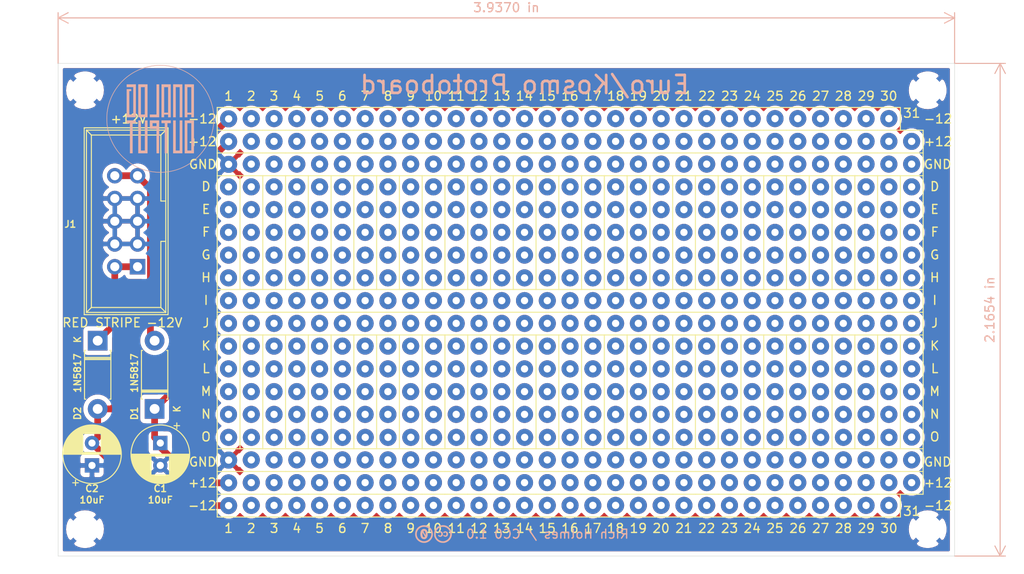
<source format=kicad_pcb>
(kicad_pcb (version 20171130) (host pcbnew 5.1.10-88a1d61d58~90~ubuntu20.04.1)
  (layers (0 F.Cu signal) (31 B.Cu signal) (34 B.Paste user) (35 F.Paste user) (36 B.SilkS user) (37 F.SilkS user) (38 B.Mask user) (39 F.Mask user) (44 Edge.Cuts user))
  (net 0 "")
  (net 1 GND)
  (net 2 +12V)
  (net 3 -12V)
  (net 4 "Net-(D1-Pad2)")
  (net 5 "Net-(D2-Pad1)")
  (module ao_tht:CC0_logo (layer B.Cu) (at 87.63 106.045 180)
    (fp_text reference GRAF2 hide)
    (fp_text value "CC0 logo" hide)
  )
  (module ao_tht:analogoutput_12mm (layer B.Cu) (at 57.15 59.69 180)
    (fp_text reference GRAF1 hide)
    (fp_text value "AO logo" hide)
  )
  (module ao_tht:MountingHole_3.2mm_M3 (layer F.Cu) (at 142.75 56.5)
    (fp_text reference REF** hide)
    (fp_text value MountingHole_3.2mm_M3)
    (pad 1 np_thru_hole circle (at 0 0) (size 3.2 3.2) (drill 3.2) (layers *.Cu *.Mask) (net 1 GND))
  )
  (module ao_tht:CP_Radial_D6.3mm_P2.50mm (layer F.Cu) (at 49.53 98.385 90)
    (fp_text reference C2 (at -2.58 0 180) (layer F.SilkS) (effects (font (size 0.75 0.75))))
    (fp_text value 10uF)
    (fp_text user %V (at -3.85 0 180) (layer F.SilkS) (effects (font (size 0.75 0.75))))
    (pad 2 thru_hole circle (at 2.5 0 90) (size 1.6 1.6) (drill 0.8) (layers *.Cu *.Mask) (net 3 -12V))
    (pad 1 thru_hole rect (at 0 0 90) (size 1.6 1.6) (drill 0.8) (layers *.Cu *.Mask) (net 1 GND))
  )
  (module ao_tht:CP_Radial_D6.3mm_P2.50mm (layer F.Cu) (at 57.15 95.885 270)
    (fp_text reference C1 (at 5.08 0 180) (layer F.SilkS) (effects (font (size 0.75 0.75))))
    (fp_text value 10uF)
    (fp_text user %V (at 6.35 0 180) (layer F.SilkS) (effects (font (size 0.75 0.75))))
    (pad 2 thru_hole circle (at 2.5 0 270) (size 1.6 1.6) (drill 0.8) (layers *.Cu *.Mask) (net 1 GND))
    (pad 1 thru_hole rect (at 0 0 270) (size 1.6 1.6) (drill 0.8) (layers *.Cu *.Mask) (net 2 +12V))
  )
  (module ao_tht:D_DO-41_SOD81_P7.62mm_Horizontal (layer F.Cu) (at 56.515 92.075 90)
    (fp_text reference D1 (at -0.5 -2.25 90) (layer F.SilkS) (effects (font (size 0.75 0.75))))
    (fp_text value 1N5817)
    (fp_text user K (at 0 2.5 90) (layer F.SilkS) (effects (font (size 0.75 0.75))))
    (fp_text user %V (at 4 -2.25 90) (layer F.SilkS) (effects (font (size 0.75 0.75))))
    (pad 2 thru_hole oval (at 7.62 0 90) (size 2.2 2.2) (drill 1.1) (layers *.Cu *.Mask) (net 4 "Net-(D1-Pad2)"))
    (pad 1 thru_hole rect (at 0 0 90) (size 2.2 2.2) (drill 1.1) (layers *.Cu *.Mask) (net 2 +12V))
  )
  (module ao_tht:D_DO-41_SOD81_P7.62mm_Horizontal (layer F.Cu) (at 50.165 84.455 270)
    (fp_text reference D2 (at 8.12 2.25 90) (layer F.SilkS) (effects (font (size 0.75 0.75))))
    (fp_text value 1N5817)
    (fp_text user K (at -0.13 2.25 90) (layer F.SilkS) (effects (font (size 0.75 0.75))))
    (fp_text user %V (at 3.62 2.25 90) (layer F.SilkS) (effects (font (size 0.75 0.75))))
    (pad 2 thru_hole oval (at 7.62 0 270) (size 2.2 2.2) (drill 1.1) (layers *.Cu *.Mask) (net 3 -12V))
    (pad 1 thru_hole rect (at 0 0 270) (size 2.2 2.2) (drill 1.1) (layers *.Cu *.Mask) (net 5 "Net-(D2-Pad1)"))
  )
  (module ao_tht:Power_Header (layer F.Cu) (at 54.61 76.2 180)
    (fp_text reference J1 (at 7.5 4.75) (layer F.SilkS) (effects (font (size 0.75 0.75))))
    (fp_text value Synth_power_2x5)
    (fp_text user "RED STRIPE" (at 4 -6.25) (layer F.SilkS))
    (fp_text user -12V (at -3 -6.25) (layer F.SilkS))
    (fp_text user +12V (at 1 16.5) (layer F.SilkS))
    (pad 10 thru_hole oval (at 2.54 10.16 180) (size 1.7272 1.7272) (drill 1.016) (layers *.Cu *.Mask) (net 4 "Net-(D1-Pad2)"))
    (pad 9 thru_hole oval (at 0 10.16 180) (size 1.7272 1.7272) (drill 1.016) (layers *.Cu *.Mask) (net 4 "Net-(D1-Pad2)"))
    (pad 8 thru_hole oval (at 2.54 7.62 180) (size 1.7272 1.7272) (drill 1.016) (layers *.Cu *.Mask) (net 1 GND))
    (pad 7 thru_hole oval (at 0 7.62 180) (size 1.7272 1.7272) (drill 1.016) (layers *.Cu *.Mask) (net 1 GND))
    (pad 6 thru_hole oval (at 2.54 5.08 180) (size 1.7272 1.7272) (drill 1.016) (layers *.Cu *.Mask) (net 1 GND))
    (pad 5 thru_hole oval (at 0 5.08 180) (size 1.7272 1.7272) (drill 1.016) (layers *.Cu *.Mask) (net 1 GND))
    (pad 4 thru_hole oval (at 2.54 2.54 180) (size 1.7272 1.7272) (drill 1.016) (layers *.Cu *.Mask) (net 1 GND))
    (pad 3 thru_hole oval (at 0 2.54 180) (size 1.7272 1.7272) (drill 1.016) (layers *.Cu *.Mask) (net 1 GND))
    (pad 2 thru_hole oval (at 2.54 0 180) (size 1.7272 1.7272) (drill 1.016) (layers *.Cu *.Mask) (net 5 "Net-(D2-Pad1)"))
    (pad 1 thru_hole rect (at 0 0 180) (size 1.7272 1.7272) (drill 1.016) (layers *.Cu *.Mask) (net 5 "Net-(D2-Pad1)"))
  )
  (module ao_tht:Perf_Board_Hole (layer F.Cu) (at 74.93 59.69)
    (fp_text reference REF** hide)
    (fp_text value PBH hide)
    (pad 1 thru_hole circle (at -0.0127 -0.0254) (size 1.905 1.905) (drill 0.8128) (layers *.Cu *.Mask))
  )
  (module ao_tht:Perf_Board_Hole (layer F.Cu) (at 69.85 97.79)
    (fp_text reference REF** hide)
    (fp_text value PBH hide)
    (pad 1 thru_hole circle (at -0.0127 -0.0254) (size 1.905 1.905) (drill 0.8128) (layers *.Cu *.Mask))
  )
  (module ao_tht:Perf_Board_Hole (layer F.Cu) (at 74.93 102.87)
    (fp_text reference REF** hide)
    (fp_text value PBH hide)
    (pad 1 thru_hole circle (at -0.0127 -0.0254) (size 1.905 1.905) (drill 0.8128) (layers *.Cu *.Mask))
  )
  (module ao_tht:Perf_Board_Hole (layer F.Cu) (at 74.93 100.33)
    (fp_text reference REF** hide)
    (fp_text value PBH hide)
    (pad 1 thru_hole circle (at -0.0127 -0.0254) (size 1.905 1.905) (drill 0.8128) (layers *.Cu *.Mask))
  )
  (module ao_tht:Perf_Board_Hole (layer F.Cu) (at 72.39 102.87)
    (fp_text reference REF** hide)
    (fp_text value PBH hide)
    (pad 1 thru_hole circle (at -0.0127 -0.0254) (size 1.905 1.905) (drill 0.8128) (layers *.Cu *.Mask))
  )
  (module ao_tht:Perf_Board_Hole (layer F.Cu) (at 74.93 97.79)
    (fp_text reference REF** hide)
    (fp_text value PBH hide)
    (pad 1 thru_hole circle (at -0.0127 -0.0254) (size 1.905 1.905) (drill 0.8128) (layers *.Cu *.Mask))
  )
  (module ao_tht:Perf_Board_Hole (layer F.Cu) (at 80.01 102.87)
    (fp_text reference REF** hide)
    (fp_text value PBH hide)
    (pad 1 thru_hole circle (at -0.0127 -0.0254) (size 1.905 1.905) (drill 0.8128) (layers *.Cu *.Mask))
  )
  (module ao_tht:Perf_Board_Hole (layer F.Cu) (at 77.47 62.23)
    (fp_text reference REF** hide)
    (fp_text value PBH hide)
    (pad 1 thru_hole circle (at -0.0127 -0.0254) (size 1.905 1.905) (drill 0.8128) (layers *.Cu *.Mask))
  )
  (module ao_tht:Perf_Board_Hole (layer F.Cu) (at 67.31 97.79)
    (fp_text reference REF** hide)
    (fp_text value PBH hide)
    (pad 1 thru_hole circle (at -0.0127 -0.0254) (size 1.905 1.905) (drill 0.8128) (layers *.Cu *.Mask))
  )
  (module ao_tht:Perf_Board_Hole (layer F.Cu) (at 80.01 82.55)
    (fp_text reference REF** hide)
    (fp_text value PBH hide)
    (pad 1 thru_hole circle (at -0.0127 -0.0254) (size 1.905 1.905) (drill 0.8128) (layers *.Cu *.Mask))
  )
  (module ao_tht:Perf_Board_Hole (layer F.Cu) (at 77.47 90.17)
    (fp_text reference REF** hide)
    (fp_text value PBH hide)
    (pad 1 thru_hole circle (at -0.0127 -0.0254) (size 1.905 1.905) (drill 0.8128) (layers *.Cu *.Mask))
  )
  (module ao_tht:Perf_Board_Hole (layer F.Cu) (at 77.47 74.93)
    (fp_text reference REF** hide)
    (fp_text value PBH hide)
    (pad 1 thru_hole circle (at -0.0127 -0.0254) (size 1.905 1.905) (drill 0.8128) (layers *.Cu *.Mask))
  )
  (module ao_tht:Perf_Board_Hole (layer F.Cu) (at 74.93 72.39)
    (fp_text reference REF** hide)
    (fp_text value PBH hide)
    (pad 1 thru_hole circle (at -0.0127 -0.0254) (size 1.905 1.905) (drill 0.8128) (layers *.Cu *.Mask))
  )
  (module ao_tht:Perf_Board_Hole (layer F.Cu) (at 77.47 87.63)
    (fp_text reference REF** hide)
    (fp_text value PBH hide)
    (pad 1 thru_hole circle (at -0.0127 -0.0254) (size 1.905 1.905) (drill 0.8128) (layers *.Cu *.Mask))
  )
  (module ao_tht:Perf_Board_Hole (layer F.Cu) (at 80.01 92.71)
    (fp_text reference REF** hide)
    (fp_text value PBH hide)
    (pad 1 thru_hole circle (at -0.0127 -0.0254) (size 1.905 1.905) (drill 0.8128) (layers *.Cu *.Mask))
  )
  (module ao_tht:Perf_Board_Hole (layer F.Cu) (at 74.93 74.93)
    (fp_text reference REF** hide)
    (fp_text value PBH hide)
    (pad 1 thru_hole circle (at -0.0127 -0.0254) (size 1.905 1.905) (drill 0.8128) (layers *.Cu *.Mask))
  )
  (module ao_tht:Perf_Board_Hole (layer F.Cu) (at 80.01 80.01)
    (fp_text reference REF** hide)
    (fp_text value PBH hide)
    (pad 1 thru_hole circle (at -0.0127 -0.0254) (size 1.905 1.905) (drill 0.8128) (layers *.Cu *.Mask))
  )
  (module ao_tht:Perf_Board_Hole (layer F.Cu) (at 74.93 80.01)
    (fp_text reference REF** hide)
    (fp_text value PBH hide)
    (pad 1 thru_hole circle (at -0.0127 -0.0254) (size 1.905 1.905) (drill 0.8128) (layers *.Cu *.Mask))
  )
  (module ao_tht:Perf_Board_Hole (layer F.Cu) (at 74.93 82.55)
    (fp_text reference REF** hide)
    (fp_text value PBH hide)
    (pad 1 thru_hole circle (at -0.0127 -0.0254) (size 1.905 1.905) (drill 0.8128) (layers *.Cu *.Mask))
  )
  (module ao_tht:Perf_Board_Hole (layer F.Cu) (at 77.47 67.31)
    (fp_text reference REF** hide)
    (fp_text value PBH hide)
    (pad 1 thru_hole circle (at -0.0127 -0.0254) (size 1.905 1.905) (drill 0.8128) (layers *.Cu *.Mask))
  )
  (module ao_tht:Perf_Board_Hole (layer F.Cu) (at 77.47 69.85)
    (fp_text reference REF** hide)
    (fp_text value PBH hide)
    (pad 1 thru_hole circle (at -0.0127 -0.0254) (size 1.905 1.905) (drill 0.8128) (layers *.Cu *.Mask))
  )
  (module ao_tht:Perf_Board_Hole (layer F.Cu) (at 77.47 82.55)
    (fp_text reference REF** hide)
    (fp_text value PBH hide)
    (pad 1 thru_hole circle (at -0.0127 -0.0254) (size 1.905 1.905) (drill 0.8128) (layers *.Cu *.Mask))
  )
  (module ao_tht:Perf_Board_Hole (layer F.Cu) (at 74.93 77.47)
    (fp_text reference REF** hide)
    (fp_text value PBH hide)
    (pad 1 thru_hole circle (at -0.0127 -0.0254) (size 1.905 1.905) (drill 0.8128) (layers *.Cu *.Mask))
  )
  (module ao_tht:Perf_Board_Hole (layer F.Cu) (at 80.0227 95.2754)
    (fp_text reference REF** hide)
    (fp_text value PBH hide)
    (pad 1 thru_hole circle (at -0.0127 -0.0254) (size 1.905 1.905) (drill 0.8128) (layers *.Cu *.Mask))
  )
  (module ao_tht:Perf_Board_Hole (layer F.Cu) (at 77.47 77.47)
    (fp_text reference REF** hide)
    (fp_text value PBH hide)
    (pad 1 thru_hole circle (at -0.0127 -0.0254) (size 1.905 1.905) (drill 0.8128) (layers *.Cu *.Mask))
  )
  (module ao_tht:Perf_Board_Hole (layer F.Cu) (at 80.01 90.17)
    (fp_text reference REF** hide)
    (fp_text value PBH hide)
    (pad 1 thru_hole circle (at -0.0127 -0.0254) (size 1.905 1.905) (drill 0.8128) (layers *.Cu *.Mask))
  )
  (module ao_tht:Perf_Board_Hole (layer F.Cu) (at 77.47 85.09)
    (fp_text reference REF** hide)
    (fp_text value PBH hide)
    (pad 1 thru_hole circle (at -0.0127 -0.0254) (size 1.905 1.905) (drill 0.8128) (layers *.Cu *.Mask))
  )
  (module ao_tht:Perf_Board_Hole (layer F.Cu) (at 74.93 67.31)
    (fp_text reference REF** hide)
    (fp_text value PBH hide)
    (pad 1 thru_hole circle (at -0.0127 -0.0254) (size 1.905 1.905) (drill 0.8128) (layers *.Cu *.Mask))
  )
  (module ao_tht:Perf_Board_Hole (layer F.Cu) (at 80.01 77.47)
    (fp_text reference REF** hide)
    (fp_text value PBH hide)
    (pad 1 thru_hole circle (at -0.0127 -0.0254) (size 1.905 1.905) (drill 0.8128) (layers *.Cu *.Mask))
  )
  (module ao_tht:Perf_Board_Hole (layer F.Cu) (at 74.93 92.71)
    (fp_text reference REF** hide)
    (fp_text value PBH hide)
    (pad 1 thru_hole circle (at -0.0127 -0.0254) (size 1.905 1.905) (drill 0.8128) (layers *.Cu *.Mask))
  )
  (module ao_tht:Perf_Board_Hole (layer F.Cu) (at 80.01 74.93)
    (fp_text reference REF** hide)
    (fp_text value PBH hide)
    (pad 1 thru_hole circle (at -0.0127 -0.0254) (size 1.905 1.905) (drill 0.8128) (layers *.Cu *.Mask))
  )
  (module ao_tht:Perf_Board_Hole (layer F.Cu) (at 77.47 92.71)
    (fp_text reference REF** hide)
    (fp_text value PBH hide)
    (pad 1 thru_hole circle (at -0.0127 -0.0254) (size 1.905 1.905) (drill 0.8128) (layers *.Cu *.Mask))
  )
  (module ao_tht:Perf_Board_Hole (layer F.Cu) (at 77.4827 95.2754)
    (fp_text reference REF** hide)
    (fp_text value PBH hide)
    (pad 1 thru_hole circle (at -0.0127 -0.0254) (size 1.905 1.905) (drill 0.8128) (layers *.Cu *.Mask))
  )
  (module ao_tht:Perf_Board_Hole (layer F.Cu) (at 74.93 85.09)
    (fp_text reference REF** hide)
    (fp_text value PBH hide)
    (pad 1 thru_hole circle (at -0.0127 -0.0254) (size 1.905 1.905) (drill 0.8128) (layers *.Cu *.Mask))
  )
  (module ao_tht:Perf_Board_Hole (layer F.Cu) (at 77.47 80.01)
    (fp_text reference REF** hide)
    (fp_text value PBH hide)
    (pad 1 thru_hole circle (at -0.0127 -0.0254) (size 1.905 1.905) (drill 0.8128) (layers *.Cu *.Mask))
  )
  (module ao_tht:Perf_Board_Hole (layer F.Cu) (at 80.01 87.63)
    (fp_text reference REF** hide)
    (fp_text value PBH hide)
    (pad 1 thru_hole circle (at -0.0127 -0.0254) (size 1.905 1.905) (drill 0.8128) (layers *.Cu *.Mask))
  )
  (module ao_tht:Perf_Board_Hole (layer F.Cu) (at 74.93 69.85)
    (fp_text reference REF** hide)
    (fp_text value PBH hide)
    (pad 1 thru_hole circle (at -0.0127 -0.0254) (size 1.905 1.905) (drill 0.8128) (layers *.Cu *.Mask))
  )
  (module ao_tht:Perf_Board_Hole (layer F.Cu) (at 80.01 69.85)
    (fp_text reference REF** hide)
    (fp_text value PBH hide)
    (pad 1 thru_hole circle (at -0.0127 -0.0254) (size 1.905 1.905) (drill 0.8128) (layers *.Cu *.Mask))
  )
  (module ao_tht:Perf_Board_Hole (layer F.Cu) (at 74.93 87.63)
    (fp_text reference REF** hide)
    (fp_text value PBH hide)
    (pad 1 thru_hole circle (at -0.0127 -0.0254) (size 1.905 1.905) (drill 0.8128) (layers *.Cu *.Mask))
  )
  (module ao_tht:Perf_Board_Hole (layer F.Cu) (at 74.9427 95.2754)
    (fp_text reference REF** hide)
    (fp_text value PBH hide)
    (pad 1 thru_hole circle (at -0.0127 -0.0254) (size 1.905 1.905) (drill 0.8128) (layers *.Cu *.Mask))
  )
  (module ao_tht:Perf_Board_Hole (layer F.Cu) (at 72.39 62.23)
    (fp_text reference REF** hide)
    (fp_text value PBH hide)
    (pad 1 thru_hole circle (at -0.0127 -0.0254) (size 1.905 1.905) (drill 0.8128) (layers *.Cu *.Mask))
  )
  (module ao_tht:Perf_Board_Hole (layer F.Cu) (at 67.31 59.69)
    (fp_text reference REF** hide)
    (fp_text value PBH hide)
    (pad 1 thru_hole circle (at -0.0127 -0.0254) (size 1.905 1.905) (drill 0.8128) (layers *.Cu *.Mask))
  )
  (module ao_tht:Perf_Board_Hole (layer F.Cu) (at 80.01 59.69)
    (fp_text reference REF** hide)
    (fp_text value PBH hide)
    (pad 1 thru_hole circle (at -0.0127 -0.0254) (size 1.905 1.905) (drill 0.8128) (layers *.Cu *.Mask))
  )
  (module ao_tht:Perf_Board_Hole (layer F.Cu) (at 67.31 102.87)
    (fp_text reference REF** hide)
    (fp_text value PBH hide)
    (pad 1 thru_hole circle (at -0.0127 -0.0254) (size 1.905 1.905) (drill 0.8128) (layers *.Cu *.Mask))
  )
  (module ao_tht:Perf_Board_Hole (layer F.Cu) (at 72.39 100.33)
    (fp_text reference REF** hide)
    (fp_text value PBH hide)
    (pad 1 thru_hole circle (at -0.0127 -0.0254) (size 1.905 1.905) (drill 0.8128) (layers *.Cu *.Mask))
  )
  (module ao_tht:Perf_Board_Hole (layer F.Cu) (at 67.31 64.77)
    (fp_text reference REF** hide)
    (fp_text value PBH hide)
    (pad 1 thru_hole circle (at -0.0127 -0.0254) (size 1.905 1.905) (drill 0.8128) (layers *.Cu *.Mask))
  )
  (module ao_tht:Perf_Board_Hole (layer F.Cu) (at 67.31 100.33)
    (fp_text reference REF** hide)
    (fp_text value PBH hide)
    (pad 1 thru_hole circle (at -0.0127 -0.0254) (size 1.905 1.905) (drill 0.8128) (layers *.Cu *.Mask))
  )
  (module ao_tht:Perf_Board_Hole (layer F.Cu) (at 69.85 102.87)
    (fp_text reference REF** hide)
    (fp_text value PBH hide)
    (pad 1 thru_hole circle (at -0.0127 -0.0254) (size 1.905 1.905) (drill 0.8128) (layers *.Cu *.Mask))
  )
  (module ao_tht:Perf_Board_Hole (layer F.Cu) (at 80.01 64.77)
    (fp_text reference REF** hide)
    (fp_text value PBH hide)
    (pad 1 thru_hole circle (at -0.0127 -0.0254) (size 1.905 1.905) (drill 0.8128) (layers *.Cu *.Mask))
  )
  (module ao_tht:Perf_Board_Hole (layer F.Cu) (at 77.47 97.79)
    (fp_text reference REF** hide)
    (fp_text value PBH hide)
    (pad 1 thru_hole circle (at -0.0127 -0.0254) (size 1.905 1.905) (drill 0.8128) (layers *.Cu *.Mask))
  )
  (module ao_tht:Perf_Board_Hole (layer F.Cu) (at 77.47 59.69)
    (fp_text reference REF** hide)
    (fp_text value PBH hide)
    (pad 1 thru_hole circle (at -0.0127 -0.0254) (size 1.905 1.905) (drill 0.8128) (layers *.Cu *.Mask))
  )
  (module ao_tht:Perf_Board_Hole (layer F.Cu) (at 69.85 100.33)
    (fp_text reference REF** hide)
    (fp_text value PBH hide)
    (pad 1 thru_hole circle (at -0.0127 -0.0254) (size 1.905 1.905) (drill 0.8128) (layers *.Cu *.Mask))
  )
  (module ao_tht:Perf_Board_Hole (layer F.Cu) (at 69.85 64.77)
    (fp_text reference REF** hide)
    (fp_text value PBH hide)
    (pad 1 thru_hole circle (at -0.0127 -0.0254) (size 1.905 1.905) (drill 0.8128) (layers *.Cu *.Mask))
  )
  (module ao_tht:Perf_Board_Hole (layer F.Cu) (at 69.85 69.85)
    (fp_text reference REF** hide)
    (fp_text value PBH hide)
    (pad 1 thru_hole circle (at -0.0127 -0.0254) (size 1.905 1.905) (drill 0.8128) (layers *.Cu *.Mask))
  )
  (module ao_tht:Perf_Board_Hole (layer F.Cu) (at 64.77 67.31)
    (fp_text reference REF** hide)
    (fp_text value PBH hide)
    (pad 1 thru_hole circle (at -0.0127 -0.0254) (size 1.905 1.905) (drill 0.8128) (layers *.Cu *.Mask))
  )
  (module ao_tht:Perf_Board_Hole (layer F.Cu) (at 80.01 85.09)
    (fp_text reference REF** hide)
    (fp_text value PBH hide)
    (pad 1 thru_hole circle (at -0.0127 -0.0254) (size 1.905 1.905) (drill 0.8128) (layers *.Cu *.Mask))
  )
  (module ao_tht:Perf_Board_Hole (layer F.Cu) (at 80.01 67.31)
    (fp_text reference REF** hide)
    (fp_text value PBH hide)
    (pad 1 thru_hole circle (at -0.0127 -0.0254) (size 1.905 1.905) (drill 0.8128) (layers *.Cu *.Mask))
  )
  (module ao_tht:Perf_Board_Hole (layer F.Cu) (at 74.93 90.17)
    (fp_text reference REF** hide)
    (fp_text value PBH hide)
    (pad 1 thru_hole circle (at -0.0127 -0.0254) (size 1.905 1.905) (drill 0.8128) (layers *.Cu *.Mask))
  )
  (module ao_tht:Perf_Board_Hole (layer F.Cu) (at 77.47 72.39)
    (fp_text reference REF** hide)
    (fp_text value PBH hide)
    (pad 1 thru_hole circle (at -0.0127 -0.0254) (size 1.905 1.905) (drill 0.8128) (layers *.Cu *.Mask))
  )
  (module ao_tht:Perf_Board_Hole (layer F.Cu) (at 80.01 72.39)
    (fp_text reference REF** hide)
    (fp_text value PBH hide)
    (pad 1 thru_hole circle (at -0.0127 -0.0254) (size 1.905 1.905) (drill 0.8128) (layers *.Cu *.Mask))
  )
  (module ao_tht:Perf_Board_Hole (layer F.Cu) (at 72.39 82.55)
    (fp_text reference REF** hide)
    (fp_text value PBH hide)
    (pad 1 thru_hole circle (at -0.0127 -0.0254) (size 1.905 1.905) (drill 0.8128) (layers *.Cu *.Mask))
  )
  (module ao_tht:Perf_Board_Hole (layer F.Cu) (at 72.39 92.71)
    (fp_text reference REF** hide)
    (fp_text value PBH hide)
    (pad 1 thru_hole circle (at -0.0127 -0.0254) (size 1.905 1.905) (drill 0.8128) (layers *.Cu *.Mask))
  )
  (module ao_tht:Perf_Board_Hole (layer F.Cu) (at 72.39 80.01)
    (fp_text reference REF** hide)
    (fp_text value PBH hide)
    (pad 1 thru_hole circle (at -0.0127 -0.0254) (size 1.905 1.905) (drill 0.8128) (layers *.Cu *.Mask))
  )
  (module ao_tht:Perf_Board_Hole (layer F.Cu) (at 72.4027 95.2754)
    (fp_text reference REF** hide)
    (fp_text value PBH hide)
    (pad 1 thru_hole circle (at -0.0127 -0.0254) (size 1.905 1.905) (drill 0.8128) (layers *.Cu *.Mask))
  )
  (module ao_tht:Perf_Board_Hole (layer F.Cu) (at 72.39 90.17)
    (fp_text reference REF** hide)
    (fp_text value PBH hide)
    (pad 1 thru_hole circle (at -0.0127 -0.0254) (size 1.905 1.905) (drill 0.8128) (layers *.Cu *.Mask))
  )
  (module ao_tht:Perf_Board_Hole (layer F.Cu) (at 72.39 77.47)
    (fp_text reference REF** hide)
    (fp_text value PBH hide)
    (pad 1 thru_hole circle (at -0.0127 -0.0254) (size 1.905 1.905) (drill 0.8128) (layers *.Cu *.Mask))
  )
  (module ao_tht:Perf_Board_Hole (layer F.Cu) (at 72.39 74.93)
    (fp_text reference REF** hide)
    (fp_text value PBH hide)
    (pad 1 thru_hole circle (at -0.0127 -0.0254) (size 1.905 1.905) (drill 0.8128) (layers *.Cu *.Mask))
  )
  (module ao_tht:Perf_Board_Hole (layer F.Cu) (at 72.39 87.63)
    (fp_text reference REF** hide)
    (fp_text value PBH hide)
    (pad 1 thru_hole circle (at -0.0127 -0.0254) (size 1.905 1.905) (drill 0.8128) (layers *.Cu *.Mask))
  )
  (module ao_tht:Perf_Board_Hole (layer F.Cu) (at 72.39 69.85)
    (fp_text reference REF** hide)
    (fp_text value PBH hide)
    (pad 1 thru_hole circle (at -0.0127 -0.0254) (size 1.905 1.905) (drill 0.8128) (layers *.Cu *.Mask))
  )
  (module ao_tht:Perf_Board_Hole (layer F.Cu) (at 72.39 85.09)
    (fp_text reference REF** hide)
    (fp_text value PBH hide)
    (pad 1 thru_hole circle (at -0.0127 -0.0254) (size 1.905 1.905) (drill 0.8128) (layers *.Cu *.Mask))
  )
  (module ao_tht:Perf_Board_Hole (layer F.Cu) (at 72.39 67.31)
    (fp_text reference REF** hide)
    (fp_text value PBH hide)
    (pad 1 thru_hole circle (at -0.0127 -0.0254) (size 1.905 1.905) (drill 0.8128) (layers *.Cu *.Mask))
  )
  (module ao_tht:Perf_Board_Hole (layer F.Cu) (at 72.39 72.39)
    (fp_text reference REF** hide)
    (fp_text value PBH hide)
    (pad 1 thru_hole circle (at -0.0127 -0.0254) (size 1.905 1.905) (drill 0.8128) (layers *.Cu *.Mask))
  )
  (module ao_tht:Perf_Board_Hole (layer F.Cu) (at 69.85 90.17)
    (fp_text reference REF** hide)
    (fp_text value PBH hide)
    (pad 1 thru_hole circle (at -0.0127 -0.0254) (size 1.905 1.905) (drill 0.8128) (layers *.Cu *.Mask))
  )
  (module ao_tht:Perf_Board_Hole (layer F.Cu) (at 69.85 74.93)
    (fp_text reference REF** hide)
    (fp_text value PBH hide)
    (pad 1 thru_hole circle (at -0.0127 -0.0254) (size 1.905 1.905) (drill 0.8128) (layers *.Cu *.Mask))
  )
  (module ao_tht:Perf_Board_Hole (layer F.Cu) (at 69.85 87.63)
    (fp_text reference REF** hide)
    (fp_text value PBH hide)
    (pad 1 thru_hole circle (at -0.0127 -0.0254) (size 1.905 1.905) (drill 0.8128) (layers *.Cu *.Mask))
  )
  (module ao_tht:Perf_Board_Hole (layer F.Cu) (at 69.85 67.31)
    (fp_text reference REF** hide)
    (fp_text value PBH hide)
    (pad 1 thru_hole circle (at -0.0127 -0.0254) (size 1.905 1.905) (drill 0.8128) (layers *.Cu *.Mask))
  )
  (module ao_tht:Perf_Board_Hole (layer F.Cu) (at 69.85 82.55)
    (fp_text reference REF** hide)
    (fp_text value PBH hide)
    (pad 1 thru_hole circle (at -0.0127 -0.0254) (size 1.905 1.905) (drill 0.8128) (layers *.Cu *.Mask))
  )
  (module ao_tht:Perf_Board_Hole (layer F.Cu) (at 69.85 77.47)
    (fp_text reference REF** hide)
    (fp_text value PBH hide)
    (pad 1 thru_hole circle (at -0.0127 -0.0254) (size 1.905 1.905) (drill 0.8128) (layers *.Cu *.Mask))
  )
  (module ao_tht:Perf_Board_Hole (layer F.Cu) (at 69.85 85.09)
    (fp_text reference REF** hide)
    (fp_text value PBH hide)
    (pad 1 thru_hole circle (at -0.0127 -0.0254) (size 1.905 1.905) (drill 0.8128) (layers *.Cu *.Mask))
  )
  (module ao_tht:Perf_Board_Hole (layer F.Cu) (at 69.85 92.71)
    (fp_text reference REF** hide)
    (fp_text value PBH hide)
    (pad 1 thru_hole circle (at -0.0127 -0.0254) (size 1.905 1.905) (drill 0.8128) (layers *.Cu *.Mask))
  )
  (module ao_tht:Perf_Board_Hole (layer F.Cu) (at 69.8627 95.2754)
    (fp_text reference REF** hide)
    (fp_text value PBH hide)
    (pad 1 thru_hole circle (at -0.0127 -0.0254) (size 1.905 1.905) (drill 0.8128) (layers *.Cu *.Mask))
  )
  (module ao_tht:Perf_Board_Hole (layer F.Cu) (at 69.85 80.01)
    (fp_text reference REF** hide)
    (fp_text value PBH hide)
    (pad 1 thru_hole circle (at -0.0127 -0.0254) (size 1.905 1.905) (drill 0.8128) (layers *.Cu *.Mask))
  )
  (module ao_tht:Perf_Board_Hole (layer F.Cu) (at 69.85 72.39)
    (fp_text reference REF** hide)
    (fp_text value PBH hide)
    (pad 1 thru_hole circle (at -0.0127 -0.0254) (size 1.905 1.905) (drill 0.8128) (layers *.Cu *.Mask))
  )
  (module ao_tht:Perf_Board_Hole (layer F.Cu) (at 67.31 72.39)
    (fp_text reference REF** hide)
    (fp_text value PBH hide)
    (pad 1 thru_hole circle (at -0.0127 -0.0254) (size 1.905 1.905) (drill 0.8128) (layers *.Cu *.Mask))
  )
  (module ao_tht:Perf_Board_Hole (layer F.Cu) (at 67.31 74.93)
    (fp_text reference REF** hide)
    (fp_text value PBH hide)
    (pad 1 thru_hole circle (at -0.0127 -0.0254) (size 1.905 1.905) (drill 0.8128) (layers *.Cu *.Mask))
  )
  (module ao_tht:Perf_Board_Hole (layer F.Cu) (at 67.31 80.01)
    (fp_text reference REF** hide)
    (fp_text value PBH hide)
    (pad 1 thru_hole circle (at -0.0127 -0.0254) (size 1.905 1.905) (drill 0.8128) (layers *.Cu *.Mask))
  )
  (module ao_tht:Perf_Board_Hole (layer F.Cu) (at 67.31 82.55)
    (fp_text reference REF** hide)
    (fp_text value PBH hide)
    (pad 1 thru_hole circle (at -0.0127 -0.0254) (size 1.905 1.905) (drill 0.8128) (layers *.Cu *.Mask))
  )
  (module ao_tht:Perf_Board_Hole (layer F.Cu) (at 67.31 77.47)
    (fp_text reference REF** hide)
    (fp_text value PBH hide)
    (pad 1 thru_hole circle (at -0.0127 -0.0254) (size 1.905 1.905) (drill 0.8128) (layers *.Cu *.Mask))
  )
  (module ao_tht:Perf_Board_Hole (layer F.Cu) (at 67.31 67.31)
    (fp_text reference REF** hide)
    (fp_text value PBH hide)
    (pad 1 thru_hole circle (at -0.0127 -0.0254) (size 1.905 1.905) (drill 0.8128) (layers *.Cu *.Mask))
  )
  (module ao_tht:Perf_Board_Hole (layer F.Cu) (at 67.31 92.71)
    (fp_text reference REF** hide)
    (fp_text value PBH hide)
    (pad 1 thru_hole circle (at -0.0127 -0.0254) (size 1.905 1.905) (drill 0.8128) (layers *.Cu *.Mask))
  )
  (module ao_tht:Perf_Board_Hole (layer F.Cu) (at 67.31 85.09)
    (fp_text reference REF** hide)
    (fp_text value PBH hide)
    (pad 1 thru_hole circle (at -0.0127 -0.0254) (size 1.905 1.905) (drill 0.8128) (layers *.Cu *.Mask))
  )
  (module ao_tht:Perf_Board_Hole (layer F.Cu) (at 67.31 69.85)
    (fp_text reference REF** hide)
    (fp_text value PBH hide)
    (pad 1 thru_hole circle (at -0.0127 -0.0254) (size 1.905 1.905) (drill 0.8128) (layers *.Cu *.Mask))
  )
  (module ao_tht:Perf_Board_Hole (layer F.Cu) (at 67.31 87.63)
    (fp_text reference REF** hide)
    (fp_text value PBH hide)
    (pad 1 thru_hole circle (at -0.0127 -0.0254) (size 1.905 1.905) (drill 0.8128) (layers *.Cu *.Mask))
  )
  (module ao_tht:Perf_Board_Hole (layer F.Cu) (at 67.3227 95.2754)
    (fp_text reference REF** hide)
    (fp_text value PBH hide)
    (pad 1 thru_hole circle (at -0.0127 -0.0254) (size 1.905 1.905) (drill 0.8128) (layers *.Cu *.Mask))
  )
  (module ao_tht:Perf_Board_Hole (layer F.Cu) (at 67.31 90.17)
    (fp_text reference REF** hide)
    (fp_text value PBH hide)
    (pad 1 thru_hole circle (at -0.0127 -0.0254) (size 1.905 1.905) (drill 0.8128) (layers *.Cu *.Mask))
  )
  (module ao_tht:Perf_Board_Hole (layer F.Cu) (at 64.77 69.85)
    (fp_text reference REF** hide)
    (fp_text value PBH hide)
    (pad 1 thru_hole circle (at -0.0127 -0.0254) (size 1.905 1.905) (drill 0.8128) (layers *.Cu *.Mask))
  )
  (module ao_tht:Perf_Board_Hole (layer F.Cu) (at 64.77 72.39)
    (fp_text reference REF** hide)
    (fp_text value PBH hide)
    (pad 1 thru_hole circle (at -0.0127 -0.0254) (size 1.905 1.905) (drill 0.8128) (layers *.Cu *.Mask))
  )
  (module ao_tht:Perf_Board_Hole (layer F.Cu) (at 64.77 74.93)
    (fp_text reference REF** hide)
    (fp_text value PBH hide)
    (pad 1 thru_hole circle (at -0.0127 -0.0254) (size 1.905 1.905) (drill 0.8128) (layers *.Cu *.Mask))
  )
  (module ao_tht:Perf_Board_Hole (layer F.Cu) (at 64.77 77.47)
    (fp_text reference REF** hide)
    (fp_text value PBH hide)
    (pad 1 thru_hole circle (at -0.0127 -0.0254) (size 1.905 1.905) (drill 0.8128) (layers *.Cu *.Mask))
  )
  (module ao_tht:Perf_Board_Hole (layer F.Cu) (at 64.77 80.01)
    (fp_text reference REF** hide)
    (fp_text value PBH hide)
    (pad 1 thru_hole circle (at -0.0127 -0.0254) (size 1.905 1.905) (drill 0.8128) (layers *.Cu *.Mask))
  )
  (module ao_tht:Perf_Board_Hole (layer F.Cu) (at 64.77 82.55)
    (fp_text reference REF** hide)
    (fp_text value PBH hide)
    (pad 1 thru_hole circle (at -0.0127 -0.0254) (size 1.905 1.905) (drill 0.8128) (layers *.Cu *.Mask))
  )
  (module ao_tht:Perf_Board_Hole (layer F.Cu) (at 64.77 85.09)
    (fp_text reference REF** hide)
    (fp_text value PBH hide)
    (pad 1 thru_hole circle (at -0.0127 -0.0254) (size 1.905 1.905) (drill 0.8128) (layers *.Cu *.Mask))
  )
  (module ao_tht:Perf_Board_Hole (layer F.Cu) (at 64.77 87.63)
    (fp_text reference REF** hide)
    (fp_text value PBH hide)
    (pad 1 thru_hole circle (at -0.0127 -0.0254) (size 1.905 1.905) (drill 0.8128) (layers *.Cu *.Mask))
  )
  (module ao_tht:Perf_Board_Hole (layer F.Cu) (at 64.77 90.17)
    (fp_text reference REF** hide)
    (fp_text value PBH hide)
    (pad 1 thru_hole circle (at -0.0127 -0.0254) (size 1.905 1.905) (drill 0.8128) (layers *.Cu *.Mask))
  )
  (module ao_tht:Perf_Board_Hole (layer F.Cu) (at 64.77 92.71)
    (fp_text reference REF** hide)
    (fp_text value PBH hide)
    (pad 1 thru_hole circle (at -0.0127 -0.0254) (size 1.905 1.905) (drill 0.8128) (layers *.Cu *.Mask))
  )
  (module ao_tht:Perf_Board_Hole (layer F.Cu) (at 64.77 59.69)
    (fp_text reference J7 hide)
    (fp_text value Conn_01x01 hide)
    (pad 1 thru_hole circle (at 0 0) (size 1.905 1.905) (drill 0.8128) (layers *.Cu *.Mask) (net 3 -12V))
  )
  (module ao_tht:Perf_Board_Hole (layer F.Cu) (at 64.77 102.87)
    (fp_text reference J6 hide)
    (fp_text value Conn_01x01 hide)
    (pad 1 thru_hole circle (at 0 0) (size 1.905 1.905) (drill 0.8128) (layers *.Cu *.Mask) (net 3 -12V))
  )
  (module ao_tht:Perf_Board_Hole (layer F.Cu) (at 64.77 64.77)
    (fp_text reference J5 hide)
    (fp_text value Conn_01x01 hide)
    (pad 1 thru_hole circle (at 0 0) (size 1.905 1.905) (drill 0.8128) (layers *.Cu *.Mask) (net 1 GND))
  )
  (module ao_tht:Perf_Board_Hole (layer F.Cu) (at 64.8335 97.79)
    (fp_text reference J4 hide)
    (fp_text value Conn_01x01 hide)
    (pad 1 thru_hole circle (at -0.0635 0) (size 1.905 1.905) (drill 0.8128) (layers *.Cu *.Mask) (net 1 GND))
  )
  (module ao_tht:Perf_Board_Hole (layer F.Cu) (at 64.77 62.23)
    (fp_text reference J3 hide)
    (fp_text value Conn_01x01 hide)
    (pad 1 thru_hole circle (at 0 0) (size 1.905 1.905) (drill 0.8128) (layers *.Cu *.Mask) (net 2 +12V))
  )
  (module ao_tht:Perf_Board_Hole (layer F.Cu) (at 64.77 100.33)
    (fp_text reference J2 hide)
    (fp_text value Conn_01x01 hide)
    (pad 1 thru_hole circle (at 0 0) (size 1.905 1.905) (drill 0.8128) (layers *.Cu *.Mask) (net 2 +12V))
  )
  (module ao_tht:MountingHole_3.2mm_M3 (layer F.Cu) (at 48.75 105.5)
    (fp_text reference REF** hide)
    (fp_text value MountingHole_3.2mm_M3)
    (pad 1 np_thru_hole circle (at 0 0) (size 3.2 3.2) (drill 3.2) (layers *.Cu *.Mask) (net 1 GND))
  )
  (module ao_tht:MountingHole_3.2mm_M3 (layer F.Cu) (at 48.75 56.5)
    (fp_text reference REF** hide)
    (fp_text value MountingHole_3.2mm_M3)
    (pad 1 np_thru_hole circle (at 0 0) (size 3.2 3.2) (drill 3.2) (layers *.Cu *.Mask) (net 1 GND))
  )
  (module ao_tht:Perf_Board_Hole (layer F.Cu) (at 64.7827 95.2754)
    (fp_text reference REF** hide)
    (fp_text value PBH hide)
    (pad 1 thru_hole circle (at -0.0127 -0.0254) (size 1.905 1.905) (drill 0.8128) (layers *.Cu *.Mask))
  )
  (module ao_tht:Perf_Board_Hole (layer F.Cu) (at 69.85 62.23)
    (fp_text reference REF** hide)
    (fp_text value PBH hide)
    (pad 1 thru_hole circle (at -0.0127 -0.0254) (size 1.905 1.905) (drill 0.8128) (layers *.Cu *.Mask))
  )
  (module ao_tht:Perf_Board_Hole (layer F.Cu) (at 77.47 102.87)
    (fp_text reference REF** hide)
    (fp_text value PBH hide)
    (pad 1 thru_hole circle (at -0.0127 -0.0254) (size 1.905 1.905) (drill 0.8128) (layers *.Cu *.Mask))
  )
  (module ao_tht:Perf_Board_Hole (layer F.Cu) (at 74.93 62.23)
    (fp_text reference REF** hide)
    (fp_text value PBH hide)
    (pad 1 thru_hole circle (at -0.0127 -0.0254) (size 1.905 1.905) (drill 0.8128) (layers *.Cu *.Mask))
  )
  (module ao_tht:Perf_Board_Hole (layer F.Cu) (at 80.01 97.79)
    (fp_text reference REF** hide)
    (fp_text value PBH hide)
    (pad 1 thru_hole circle (at -0.0127 -0.0254) (size 1.905 1.905) (drill 0.8128) (layers *.Cu *.Mask))
  )
  (module ao_tht:Perf_Board_Hole (layer F.Cu) (at 80.01 100.33)
    (fp_text reference REF** hide)
    (fp_text value PBH hide)
    (pad 1 thru_hole circle (at -0.0127 -0.0254) (size 1.905 1.905) (drill 0.8128) (layers *.Cu *.Mask))
  )
  (module ao_tht:Perf_Board_Hole (layer F.Cu) (at 72.39 59.69)
    (fp_text reference REF** hide)
    (fp_text value PBH hide)
    (pad 1 thru_hole circle (at -0.0127 -0.0254) (size 1.905 1.905) (drill 0.8128) (layers *.Cu *.Mask))
  )
  (module ao_tht:Perf_Board_Hole (layer F.Cu) (at 77.47 64.77)
    (fp_text reference REF** hide)
    (fp_text value PBH hide)
    (pad 1 thru_hole circle (at -0.0127 -0.0254) (size 1.905 1.905) (drill 0.8128) (layers *.Cu *.Mask))
  )
  (module ao_tht:Perf_Board_Hole (layer F.Cu) (at 67.31 62.23)
    (fp_text reference REF** hide)
    (fp_text value PBH hide)
    (pad 1 thru_hole circle (at -0.0127 -0.0254) (size 1.905 1.905) (drill 0.8128) (layers *.Cu *.Mask))
  )
  (module ao_tht:Perf_Board_Hole (layer F.Cu) (at 80.01 62.23)
    (fp_text reference REF** hide)
    (fp_text value PBH hide)
    (pad 1 thru_hole circle (at -0.0127 -0.0254) (size 1.905 1.905) (drill 0.8128) (layers *.Cu *.Mask))
  )
  (module ao_tht:Perf_Board_Hole (layer F.Cu) (at 74.93 64.77)
    (fp_text reference REF** hide)
    (fp_text value PBH hide)
    (pad 1 thru_hole circle (at -0.0127 -0.0254) (size 1.905 1.905) (drill 0.8128) (layers *.Cu *.Mask))
  )
  (module ao_tht:Perf_Board_Hole (layer F.Cu) (at 69.85 59.69)
    (fp_text reference REF** hide)
    (fp_text value PBH hide)
    (pad 1 thru_hole circle (at -0.0127 -0.0254) (size 1.905 1.905) (drill 0.8128) (layers *.Cu *.Mask))
  )
  (module ao_tht:Perf_Board_Hole (layer F.Cu) (at 72.39 64.77)
    (fp_text reference REF** hide)
    (fp_text value PBH hide)
    (pad 1 thru_hole circle (at -0.0127 -0.0254) (size 1.905 1.905) (drill 0.8128) (layers *.Cu *.Mask))
  )
  (module ao_tht:Perf_Board_Hole (layer F.Cu) (at 72.39 97.79)
    (fp_text reference REF** hide)
    (fp_text value PBH hide)
    (pad 1 thru_hole circle (at -0.0127 -0.0254) (size 1.905 1.905) (drill 0.8128) (layers *.Cu *.Mask))
  )
  (module ao_tht:Perf_Board_Hole (layer F.Cu) (at 77.47 100.33)
    (fp_text reference REF** hide)
    (fp_text value PBH hide)
    (pad 1 thru_hole circle (at -0.0127 -0.0254) (size 1.905 1.905) (drill 0.8128) (layers *.Cu *.Mask))
  )
  (module ao_tht:Perf_Board_Hole (layer F.Cu) (at 110.49 102.87)
    (fp_text reference REF** hide)
    (fp_text value PBH hide)
    (pad 1 thru_hole circle (at -0.0127 -0.0254) (size 1.905 1.905) (drill 0.8128) (layers *.Cu *.Mask))
  )
  (module ao_tht:Perf_Board_Hole (layer F.Cu) (at 125.73 102.87)
    (fp_text reference REF** hide)
    (fp_text value PBH hide)
    (pad 1 thru_hole circle (at -0.0127 -0.0254) (size 1.905 1.905) (drill 0.8128) (layers *.Cu *.Mask))
  )
  (module ao_tht:Perf_Board_Hole (layer F.Cu) (at 138.43 102.87)
    (fp_text reference REF** hide)
    (fp_text value PBH hide)
    (pad 1 thru_hole circle (at -0.0127 -0.0254) (size 1.905 1.905) (drill 0.8128) (layers *.Cu *.Mask))
  )
  (module ao_tht:Perf_Board_Hole (layer F.Cu) (at 128.27 102.87)
    (fp_text reference REF** hide)
    (fp_text value PBH hide)
    (pad 1 thru_hole circle (at -0.0127 -0.0254) (size 1.905 1.905) (drill 0.8128) (layers *.Cu *.Mask))
  )
  (module ao_tht:Perf_Board_Hole (layer F.Cu) (at 133.35 102.87)
    (fp_text reference REF** hide)
    (fp_text value PBH hide)
    (pad 1 thru_hole circle (at -0.0127 -0.0254) (size 1.905 1.905) (drill 0.8128) (layers *.Cu *.Mask))
  )
  (module ao_tht:Perf_Board_Hole (layer F.Cu) (at 85.09 102.87)
    (fp_text reference REF** hide)
    (fp_text value PBH hide)
    (pad 1 thru_hole circle (at -0.0127 -0.0254) (size 1.905 1.905) (drill 0.8128) (layers *.Cu *.Mask))
  )
  (module ao_tht:Perf_Board_Hole (layer F.Cu) (at 92.71 102.87)
    (fp_text reference REF** hide)
    (fp_text value PBH hide)
    (pad 1 thru_hole circle (at -0.0127 -0.0254) (size 1.905 1.905) (drill 0.8128) (layers *.Cu *.Mask))
  )
  (module ao_tht:Perf_Board_Hole (layer F.Cu) (at 97.79 102.87)
    (fp_text reference REF** hide)
    (fp_text value PBH hide)
    (pad 1 thru_hole circle (at -0.0127 -0.0254) (size 1.905 1.905) (drill 0.8128) (layers *.Cu *.Mask))
  )
  (module ao_tht:Perf_Board_Hole (layer F.Cu) (at 100.33 102.87)
    (fp_text reference REF** hide)
    (fp_text value PBH hide)
    (pad 1 thru_hole circle (at -0.0127 -0.0254) (size 1.905 1.905) (drill 0.8128) (layers *.Cu *.Mask))
  )
  (module ao_tht:Perf_Board_Hole (layer F.Cu) (at 102.87 102.87)
    (fp_text reference REF** hide)
    (fp_text value PBH hide)
    (pad 1 thru_hole circle (at -0.0127 -0.0254) (size 1.905 1.905) (drill 0.8128) (layers *.Cu *.Mask))
  )
  (module ao_tht:Perf_Board_Hole (layer F.Cu) (at 95.25 102.87)
    (fp_text reference REF** hide)
    (fp_text value PBH hide)
    (pad 1 thru_hole circle (at -0.0127 -0.0254) (size 1.905 1.905) (drill 0.8128) (layers *.Cu *.Mask))
  )
  (module ao_tht:Perf_Board_Hole (layer F.Cu) (at 118.11 102.87)
    (fp_text reference REF** hide)
    (fp_text value PBH hide)
    (pad 1 thru_hole circle (at -0.0127 -0.0254) (size 1.905 1.905) (drill 0.8128) (layers *.Cu *.Mask))
  )
  (module ao_tht:Perf_Board_Hole (layer F.Cu) (at 113.03 102.87)
    (fp_text reference REF** hide)
    (fp_text value PBH hide)
    (pad 1 thru_hole circle (at -0.0127 -0.0254) (size 1.905 1.905) (drill 0.8128) (layers *.Cu *.Mask))
  )
  (module ao_tht:Perf_Board_Hole (layer F.Cu) (at 115.57 102.87)
    (fp_text reference REF** hide)
    (fp_text value PBH hide)
    (pad 1 thru_hole circle (at -0.0127 -0.0254) (size 1.905 1.905) (drill 0.8128) (layers *.Cu *.Mask))
  )
  (module ao_tht:Perf_Board_Hole (layer F.Cu) (at 130.81 102.87)
    (fp_text reference REF** hide)
    (fp_text value PBH hide)
    (pad 1 thru_hole circle (at -0.0127 -0.0254) (size 1.905 1.905) (drill 0.8128) (layers *.Cu *.Mask))
  )
  (module ao_tht:Perf_Board_Hole (layer F.Cu) (at 105.41 102.87)
    (fp_text reference REF** hide)
    (fp_text value PBH hide)
    (pad 1 thru_hole circle (at -0.0127 -0.0254) (size 1.905 1.905) (drill 0.8128) (layers *.Cu *.Mask))
  )
  (module ao_tht:Perf_Board_Hole (layer F.Cu) (at 123.19 102.87)
    (fp_text reference REF** hide)
    (fp_text value PBH hide)
    (pad 1 thru_hole circle (at -0.0127 -0.0254) (size 1.905 1.905) (drill 0.8128) (layers *.Cu *.Mask))
  )
  (module ao_tht:Perf_Board_Hole (layer F.Cu) (at 82.55 102.87)
    (fp_text reference REF** hide)
    (fp_text value PBH hide)
    (pad 1 thru_hole circle (at -0.0127 -0.0254) (size 1.905 1.905) (drill 0.8128) (layers *.Cu *.Mask))
  )
  (module ao_tht:Perf_Board_Hole (layer F.Cu) (at 90.17 102.87)
    (fp_text reference REF** hide)
    (fp_text value PBH hide)
    (pad 1 thru_hole circle (at -0.0127 -0.0254) (size 1.905 1.905) (drill 0.8128) (layers *.Cu *.Mask))
  )
  (module ao_tht:Perf_Board_Hole (layer F.Cu) (at 87.63 102.87)
    (fp_text reference REF** hide)
    (fp_text value PBH hide)
    (pad 1 thru_hole circle (at -0.0127 -0.0254) (size 1.905 1.905) (drill 0.8128) (layers *.Cu *.Mask))
  )
  (module ao_tht:Perf_Board_Hole (layer F.Cu) (at 135.89 102.87)
    (fp_text reference REF** hide)
    (fp_text value PBH hide)
    (pad 1 thru_hole circle (at -0.0127 -0.0254) (size 1.905 1.905) (drill 0.8128) (layers *.Cu *.Mask))
  )
  (module ao_tht:Perf_Board_Hole (layer F.Cu) (at 120.65 102.87)
    (fp_text reference REF** hide)
    (fp_text value PBH hide)
    (pad 1 thru_hole circle (at -0.0127 -0.0254) (size 1.905 1.905) (drill 0.8128) (layers *.Cu *.Mask))
  )
  (module ao_tht:Perf_Board_Hole (layer F.Cu) (at 107.95 102.87)
    (fp_text reference REF** hide)
    (fp_text value PBH hide)
    (pad 1 thru_hole circle (at -0.0127 -0.0254) (size 1.905 1.905) (drill 0.8128) (layers *.Cu *.Mask))
  )
  (module ao_tht:Perf_Board_Hole (layer F.Cu) (at 110.49 100.33)
    (fp_text reference REF** hide)
    (fp_text value PBH hide)
    (pad 1 thru_hole circle (at -0.0127 -0.0254) (size 1.905 1.905) (drill 0.8128) (layers *.Cu *.Mask))
  )
  (module ao_tht:Perf_Board_Hole (layer F.Cu) (at 125.73 100.33)
    (fp_text reference REF** hide)
    (fp_text value PBH hide)
    (pad 1 thru_hole circle (at -0.0127 -0.0254) (size 1.905 1.905) (drill 0.8128) (layers *.Cu *.Mask))
  )
  (module ao_tht:Perf_Board_Hole (layer F.Cu) (at 138.43 100.33)
    (fp_text reference REF** hide)
    (fp_text value PBH hide)
    (pad 1 thru_hole circle (at -0.0127 -0.0254) (size 1.905 1.905) (drill 0.8128) (layers *.Cu *.Mask))
  )
  (module ao_tht:Perf_Board_Hole (layer F.Cu) (at 128.27 100.33)
    (fp_text reference REF** hide)
    (fp_text value PBH hide)
    (pad 1 thru_hole circle (at -0.0127 -0.0254) (size 1.905 1.905) (drill 0.8128) (layers *.Cu *.Mask))
  )
  (module ao_tht:Perf_Board_Hole (layer F.Cu) (at 133.35 100.33)
    (fp_text reference REF** hide)
    (fp_text value PBH hide)
    (pad 1 thru_hole circle (at -0.0127 -0.0254) (size 1.905 1.905) (drill 0.8128) (layers *.Cu *.Mask))
  )
  (module ao_tht:Perf_Board_Hole (layer F.Cu) (at 140.97 100.33)
    (fp_text reference REF** hide)
    (fp_text value PBH hide)
    (pad 1 thru_hole circle (at -0.0127 -0.0254) (size 1.905 1.905) (drill 0.8128) (layers *.Cu *.Mask))
  )
  (module ao_tht:Perf_Board_Hole (layer F.Cu) (at 85.09 100.33)
    (fp_text reference REF** hide)
    (fp_text value PBH hide)
    (pad 1 thru_hole circle (at -0.0127 -0.0254) (size 1.905 1.905) (drill 0.8128) (layers *.Cu *.Mask))
  )
  (module ao_tht:Perf_Board_Hole (layer F.Cu) (at 92.71 100.33)
    (fp_text reference REF** hide)
    (fp_text value PBH hide)
    (pad 1 thru_hole circle (at -0.0127 -0.0254) (size 1.905 1.905) (drill 0.8128) (layers *.Cu *.Mask))
  )
  (module ao_tht:Perf_Board_Hole (layer F.Cu) (at 97.79 100.33)
    (fp_text reference REF** hide)
    (fp_text value PBH hide)
    (pad 1 thru_hole circle (at -0.0127 -0.0254) (size 1.905 1.905) (drill 0.8128) (layers *.Cu *.Mask))
  )
  (module ao_tht:Perf_Board_Hole (layer F.Cu) (at 100.33 100.33)
    (fp_text reference REF** hide)
    (fp_text value PBH hide)
    (pad 1 thru_hole circle (at -0.0127 -0.0254) (size 1.905 1.905) (drill 0.8128) (layers *.Cu *.Mask))
  )
  (module ao_tht:Perf_Board_Hole (layer F.Cu) (at 102.87 100.33)
    (fp_text reference REF** hide)
    (fp_text value PBH hide)
    (pad 1 thru_hole circle (at -0.0127 -0.0254) (size 1.905 1.905) (drill 0.8128) (layers *.Cu *.Mask))
  )
  (module ao_tht:Perf_Board_Hole (layer F.Cu) (at 95.25 100.33)
    (fp_text reference REF** hide)
    (fp_text value PBH hide)
    (pad 1 thru_hole circle (at -0.0127 -0.0254) (size 1.905 1.905) (drill 0.8128) (layers *.Cu *.Mask))
  )
  (module ao_tht:Perf_Board_Hole (layer F.Cu) (at 118.11 100.33)
    (fp_text reference REF** hide)
    (fp_text value PBH hide)
    (pad 1 thru_hole circle (at -0.0127 -0.0254) (size 1.905 1.905) (drill 0.8128) (layers *.Cu *.Mask))
  )
  (module ao_tht:Perf_Board_Hole (layer F.Cu) (at 113.03 100.33)
    (fp_text reference REF** hide)
    (fp_text value PBH hide)
    (pad 1 thru_hole circle (at -0.0127 -0.0254) (size 1.905 1.905) (drill 0.8128) (layers *.Cu *.Mask))
  )
  (module ao_tht:Perf_Board_Hole (layer F.Cu) (at 115.57 100.33)
    (fp_text reference REF** hide)
    (fp_text value PBH hide)
    (pad 1 thru_hole circle (at -0.0127 -0.0254) (size 1.905 1.905) (drill 0.8128) (layers *.Cu *.Mask))
  )
  (module ao_tht:Perf_Board_Hole (layer F.Cu) (at 130.81 100.33)
    (fp_text reference REF** hide)
    (fp_text value PBH hide)
    (pad 1 thru_hole circle (at -0.0127 -0.0254) (size 1.905 1.905) (drill 0.8128) (layers *.Cu *.Mask))
  )
  (module ao_tht:Perf_Board_Hole (layer F.Cu) (at 105.41 100.33)
    (fp_text reference REF** hide)
    (fp_text value PBH hide)
    (pad 1 thru_hole circle (at -0.0127 -0.0254) (size 1.905 1.905) (drill 0.8128) (layers *.Cu *.Mask))
  )
  (module ao_tht:Perf_Board_Hole (layer F.Cu) (at 123.19 100.33)
    (fp_text reference REF** hide)
    (fp_text value PBH hide)
    (pad 1 thru_hole circle (at -0.0127 -0.0254) (size 1.905 1.905) (drill 0.8128) (layers *.Cu *.Mask))
  )
  (module ao_tht:Perf_Board_Hole (layer F.Cu) (at 82.55 100.33)
    (fp_text reference REF** hide)
    (fp_text value PBH hide)
    (pad 1 thru_hole circle (at -0.0127 -0.0254) (size 1.905 1.905) (drill 0.8128) (layers *.Cu *.Mask))
  )
  (module ao_tht:Perf_Board_Hole (layer F.Cu) (at 90.17 100.33)
    (fp_text reference REF** hide)
    (fp_text value PBH hide)
    (pad 1 thru_hole circle (at -0.0127 -0.0254) (size 1.905 1.905) (drill 0.8128) (layers *.Cu *.Mask))
  )
  (module ao_tht:Perf_Board_Hole (layer F.Cu) (at 87.63 100.33)
    (fp_text reference REF** hide)
    (fp_text value PBH hide)
    (pad 1 thru_hole circle (at -0.0127 -0.0254) (size 1.905 1.905) (drill 0.8128) (layers *.Cu *.Mask))
  )
  (module ao_tht:Perf_Board_Hole (layer F.Cu) (at 135.89 100.33)
    (fp_text reference REF** hide)
    (fp_text value PBH hide)
    (pad 1 thru_hole circle (at -0.0127 -0.0254) (size 1.905 1.905) (drill 0.8128) (layers *.Cu *.Mask))
  )
  (module ao_tht:Perf_Board_Hole (layer F.Cu) (at 120.65 100.33)
    (fp_text reference REF** hide)
    (fp_text value PBH hide)
    (pad 1 thru_hole circle (at -0.0127 -0.0254) (size 1.905 1.905) (drill 0.8128) (layers *.Cu *.Mask))
  )
  (module ao_tht:Perf_Board_Hole (layer F.Cu) (at 107.95 100.33)
    (fp_text reference REF** hide)
    (fp_text value PBH hide)
    (pad 1 thru_hole circle (at -0.0127 -0.0254) (size 1.905 1.905) (drill 0.8128) (layers *.Cu *.Mask))
  )
  (module ao_tht:Perf_Board_Hole (layer F.Cu) (at 110.49 97.79)
    (fp_text reference REF** hide)
    (fp_text value PBH hide)
    (pad 1 thru_hole circle (at -0.0127 -0.0254) (size 1.905 1.905) (drill 0.8128) (layers *.Cu *.Mask))
  )
  (module ao_tht:Perf_Board_Hole (layer F.Cu) (at 125.73 97.79)
    (fp_text reference REF** hide)
    (fp_text value PBH hide)
    (pad 1 thru_hole circle (at -0.0127 -0.0254) (size 1.905 1.905) (drill 0.8128) (layers *.Cu *.Mask))
  )
  (module ao_tht:Perf_Board_Hole (layer F.Cu) (at 138.43 97.79)
    (fp_text reference REF** hide)
    (fp_text value PBH hide)
    (pad 1 thru_hole circle (at -0.0127 -0.0254) (size 1.905 1.905) (drill 0.8128) (layers *.Cu *.Mask))
  )
  (module ao_tht:Perf_Board_Hole (layer F.Cu) (at 128.27 97.79)
    (fp_text reference REF** hide)
    (fp_text value PBH hide)
    (pad 1 thru_hole circle (at -0.0127 -0.0254) (size 1.905 1.905) (drill 0.8128) (layers *.Cu *.Mask))
  )
  (module ao_tht:Perf_Board_Hole (layer F.Cu) (at 133.35 97.79)
    (fp_text reference REF** hide)
    (fp_text value PBH hide)
    (pad 1 thru_hole circle (at -0.0127 -0.0254) (size 1.905 1.905) (drill 0.8128) (layers *.Cu *.Mask))
  )
  (module ao_tht:Perf_Board_Hole (layer F.Cu) (at 140.97 97.79)
    (fp_text reference REF** hide)
    (fp_text value PBH hide)
    (pad 1 thru_hole circle (at -0.0127 -0.0254) (size 1.905 1.905) (drill 0.8128) (layers *.Cu *.Mask))
  )
  (module ao_tht:Perf_Board_Hole (layer F.Cu) (at 85.09 97.79)
    (fp_text reference REF** hide)
    (fp_text value PBH hide)
    (pad 1 thru_hole circle (at -0.0127 -0.0254) (size 1.905 1.905) (drill 0.8128) (layers *.Cu *.Mask))
  )
  (module ao_tht:Perf_Board_Hole (layer F.Cu) (at 92.71 97.79)
    (fp_text reference REF** hide)
    (fp_text value PBH hide)
    (pad 1 thru_hole circle (at -0.0127 -0.0254) (size 1.905 1.905) (drill 0.8128) (layers *.Cu *.Mask))
  )
  (module ao_tht:Perf_Board_Hole (layer F.Cu) (at 97.79 97.79)
    (fp_text reference REF** hide)
    (fp_text value PBH hide)
    (pad 1 thru_hole circle (at -0.0127 -0.0254) (size 1.905 1.905) (drill 0.8128) (layers *.Cu *.Mask))
  )
  (module ao_tht:Perf_Board_Hole (layer F.Cu) (at 100.33 97.79)
    (fp_text reference REF** hide)
    (fp_text value PBH hide)
    (pad 1 thru_hole circle (at -0.0127 -0.0254) (size 1.905 1.905) (drill 0.8128) (layers *.Cu *.Mask))
  )
  (module ao_tht:Perf_Board_Hole (layer F.Cu) (at 102.87 97.79)
    (fp_text reference REF** hide)
    (fp_text value PBH hide)
    (pad 1 thru_hole circle (at -0.0127 -0.0254) (size 1.905 1.905) (drill 0.8128) (layers *.Cu *.Mask))
  )
  (module ao_tht:Perf_Board_Hole (layer F.Cu) (at 95.25 97.79)
    (fp_text reference REF** hide)
    (fp_text value PBH hide)
    (pad 1 thru_hole circle (at -0.0127 -0.0254) (size 1.905 1.905) (drill 0.8128) (layers *.Cu *.Mask))
  )
  (module ao_tht:Perf_Board_Hole (layer F.Cu) (at 118.11 97.79)
    (fp_text reference REF** hide)
    (fp_text value PBH hide)
    (pad 1 thru_hole circle (at -0.0127 -0.0254) (size 1.905 1.905) (drill 0.8128) (layers *.Cu *.Mask))
  )
  (module ao_tht:Perf_Board_Hole (layer F.Cu) (at 113.03 97.79)
    (fp_text reference REF** hide)
    (fp_text value PBH hide)
    (pad 1 thru_hole circle (at -0.0127 -0.0254) (size 1.905 1.905) (drill 0.8128) (layers *.Cu *.Mask))
  )
  (module ao_tht:Perf_Board_Hole (layer F.Cu) (at 115.57 97.79)
    (fp_text reference REF** hide)
    (fp_text value PBH hide)
    (pad 1 thru_hole circle (at -0.0127 -0.0254) (size 1.905 1.905) (drill 0.8128) (layers *.Cu *.Mask))
  )
  (module ao_tht:Perf_Board_Hole (layer F.Cu) (at 130.81 97.79)
    (fp_text reference REF** hide)
    (fp_text value PBH hide)
    (pad 1 thru_hole circle (at -0.0127 -0.0254) (size 1.905 1.905) (drill 0.8128) (layers *.Cu *.Mask))
  )
  (module ao_tht:Perf_Board_Hole (layer F.Cu) (at 105.41 97.79)
    (fp_text reference REF** hide)
    (fp_text value PBH hide)
    (pad 1 thru_hole circle (at -0.0127 -0.0254) (size 1.905 1.905) (drill 0.8128) (layers *.Cu *.Mask))
  )
  (module ao_tht:Perf_Board_Hole (layer F.Cu) (at 123.19 97.79)
    (fp_text reference REF** hide)
    (fp_text value PBH hide)
    (pad 1 thru_hole circle (at -0.0127 -0.0254) (size 1.905 1.905) (drill 0.8128) (layers *.Cu *.Mask))
  )
  (module ao_tht:Perf_Board_Hole (layer F.Cu) (at 82.55 97.79)
    (fp_text reference REF** hide)
    (fp_text value PBH hide)
    (pad 1 thru_hole circle (at -0.0127 -0.0254) (size 1.905 1.905) (drill 0.8128) (layers *.Cu *.Mask))
  )
  (module ao_tht:Perf_Board_Hole (layer F.Cu) (at 90.17 97.79)
    (fp_text reference REF** hide)
    (fp_text value PBH hide)
    (pad 1 thru_hole circle (at -0.0127 -0.0254) (size 1.905 1.905) (drill 0.8128) (layers *.Cu *.Mask))
  )
  (module ao_tht:Perf_Board_Hole (layer F.Cu) (at 87.63 97.79)
    (fp_text reference REF** hide)
    (fp_text value PBH hide)
    (pad 1 thru_hole circle (at -0.0127 -0.0254) (size 1.905 1.905) (drill 0.8128) (layers *.Cu *.Mask))
  )
  (module ao_tht:Perf_Board_Hole (layer F.Cu) (at 135.89 97.79)
    (fp_text reference REF** hide)
    (fp_text value PBH hide)
    (pad 1 thru_hole circle (at -0.0127 -0.0254) (size 1.905 1.905) (drill 0.8128) (layers *.Cu *.Mask))
  )
  (module ao_tht:Perf_Board_Hole (layer F.Cu) (at 120.65 97.79)
    (fp_text reference REF** hide)
    (fp_text value PBH hide)
    (pad 1 thru_hole circle (at -0.0127 -0.0254) (size 1.905 1.905) (drill 0.8128) (layers *.Cu *.Mask))
  )
  (module ao_tht:Perf_Board_Hole (layer F.Cu) (at 107.95 97.79)
    (fp_text reference REF** hide)
    (fp_text value PBH hide)
    (pad 1 thru_hole circle (at -0.0127 -0.0254) (size 1.905 1.905) (drill 0.8128) (layers *.Cu *.Mask))
  )
  (module ao_tht:Perf_Board_Hole (layer F.Cu) (at 110.49 59.69)
    (fp_text reference REF** hide)
    (fp_text value PBH hide)
    (pad 1 thru_hole circle (at -0.0127 -0.0254) (size 1.905 1.905) (drill 0.8128) (layers *.Cu *.Mask))
  )
  (module ao_tht:Perf_Board_Hole (layer F.Cu) (at 125.73 59.69)
    (fp_text reference REF** hide)
    (fp_text value PBH hide)
    (pad 1 thru_hole circle (at -0.0127 -0.0254) (size 1.905 1.905) (drill 0.8128) (layers *.Cu *.Mask))
  )
  (module ao_tht:Perf_Board_Hole (layer F.Cu) (at 138.43 59.69)
    (fp_text reference REF** hide)
    (fp_text value PBH hide)
    (pad 1 thru_hole circle (at -0.0127 -0.0254) (size 1.905 1.905) (drill 0.8128) (layers *.Cu *.Mask))
  )
  (module ao_tht:Perf_Board_Hole (layer F.Cu) (at 128.27 59.69)
    (fp_text reference REF** hide)
    (fp_text value PBH hide)
    (pad 1 thru_hole circle (at -0.0127 -0.0254) (size 1.905 1.905) (drill 0.8128) (layers *.Cu *.Mask))
  )
  (module ao_tht:Perf_Board_Hole (layer F.Cu) (at 133.35 59.69)
    (fp_text reference REF** hide)
    (fp_text value PBH hide)
    (pad 1 thru_hole circle (at -0.0127 -0.0254) (size 1.905 1.905) (drill 0.8128) (layers *.Cu *.Mask))
  )
  (module ao_tht:Perf_Board_Hole (layer F.Cu) (at 85.09 59.69)
    (fp_text reference REF** hide)
    (fp_text value PBH hide)
    (pad 1 thru_hole circle (at -0.0127 -0.0254) (size 1.905 1.905) (drill 0.8128) (layers *.Cu *.Mask))
  )
  (module ao_tht:Perf_Board_Hole (layer F.Cu) (at 92.71 59.69)
    (fp_text reference REF** hide)
    (fp_text value PBH hide)
    (pad 1 thru_hole circle (at -0.0127 -0.0254) (size 1.905 1.905) (drill 0.8128) (layers *.Cu *.Mask))
  )
  (module ao_tht:Perf_Board_Hole (layer F.Cu) (at 97.79 59.69)
    (fp_text reference REF** hide)
    (fp_text value PBH hide)
    (pad 1 thru_hole circle (at -0.0127 -0.0254) (size 1.905 1.905) (drill 0.8128) (layers *.Cu *.Mask))
  )
  (module ao_tht:Perf_Board_Hole (layer F.Cu) (at 100.33 59.69)
    (fp_text reference REF** hide)
    (fp_text value PBH hide)
    (pad 1 thru_hole circle (at -0.0127 -0.0254) (size 1.905 1.905) (drill 0.8128) (layers *.Cu *.Mask))
  )
  (module ao_tht:Perf_Board_Hole (layer F.Cu) (at 102.87 59.69)
    (fp_text reference REF** hide)
    (fp_text value PBH hide)
    (pad 1 thru_hole circle (at -0.0127 -0.0254) (size 1.905 1.905) (drill 0.8128) (layers *.Cu *.Mask))
  )
  (module ao_tht:Perf_Board_Hole (layer F.Cu) (at 95.25 59.69)
    (fp_text reference REF** hide)
    (fp_text value PBH hide)
    (pad 1 thru_hole circle (at -0.0127 -0.0254) (size 1.905 1.905) (drill 0.8128) (layers *.Cu *.Mask))
  )
  (module ao_tht:Perf_Board_Hole (layer F.Cu) (at 118.11 59.69)
    (fp_text reference REF** hide)
    (fp_text value PBH hide)
    (pad 1 thru_hole circle (at -0.0127 -0.0254) (size 1.905 1.905) (drill 0.8128) (layers *.Cu *.Mask))
  )
  (module ao_tht:Perf_Board_Hole (layer F.Cu) (at 113.03 59.69)
    (fp_text reference REF** hide)
    (fp_text value PBH hide)
    (pad 1 thru_hole circle (at -0.0127 -0.0254) (size 1.905 1.905) (drill 0.8128) (layers *.Cu *.Mask))
  )
  (module ao_tht:Perf_Board_Hole (layer F.Cu) (at 115.57 59.69)
    (fp_text reference REF** hide)
    (fp_text value PBH hide)
    (pad 1 thru_hole circle (at -0.0127 -0.0254) (size 1.905 1.905) (drill 0.8128) (layers *.Cu *.Mask))
  )
  (module ao_tht:Perf_Board_Hole (layer F.Cu) (at 130.81 59.69)
    (fp_text reference REF** hide)
    (fp_text value PBH hide)
    (pad 1 thru_hole circle (at -0.0127 -0.0254) (size 1.905 1.905) (drill 0.8128) (layers *.Cu *.Mask))
  )
  (module ao_tht:Perf_Board_Hole (layer F.Cu) (at 105.41 59.69)
    (fp_text reference REF** hide)
    (fp_text value PBH hide)
    (pad 1 thru_hole circle (at -0.0127 -0.0254) (size 1.905 1.905) (drill 0.8128) (layers *.Cu *.Mask))
  )
  (module ao_tht:Perf_Board_Hole (layer F.Cu) (at 123.19 59.69)
    (fp_text reference REF** hide)
    (fp_text value PBH hide)
    (pad 1 thru_hole circle (at -0.0127 -0.0254) (size 1.905 1.905) (drill 0.8128) (layers *.Cu *.Mask))
  )
  (module ao_tht:Perf_Board_Hole (layer F.Cu) (at 82.55 59.69)
    (fp_text reference REF** hide)
    (fp_text value PBH hide)
    (pad 1 thru_hole circle (at -0.0127 -0.0254) (size 1.905 1.905) (drill 0.8128) (layers *.Cu *.Mask))
  )
  (module ao_tht:Perf_Board_Hole (layer F.Cu) (at 90.17 59.69)
    (fp_text reference REF** hide)
    (fp_text value PBH hide)
    (pad 1 thru_hole circle (at -0.0127 -0.0254) (size 1.905 1.905) (drill 0.8128) (layers *.Cu *.Mask))
  )
  (module ao_tht:Perf_Board_Hole (layer F.Cu) (at 87.63 59.69)
    (fp_text reference REF** hide)
    (fp_text value PBH hide)
    (pad 1 thru_hole circle (at -0.0127 -0.0254) (size 1.905 1.905) (drill 0.8128) (layers *.Cu *.Mask))
  )
  (module ao_tht:Perf_Board_Hole (layer F.Cu) (at 135.89 59.69)
    (fp_text reference REF** hide)
    (fp_text value PBH hide)
    (pad 1 thru_hole circle (at -0.0127 -0.0254) (size 1.905 1.905) (drill 0.8128) (layers *.Cu *.Mask))
  )
  (module ao_tht:Perf_Board_Hole (layer F.Cu) (at 120.65 59.69)
    (fp_text reference REF** hide)
    (fp_text value PBH hide)
    (pad 1 thru_hole circle (at -0.0127 -0.0254) (size 1.905 1.905) (drill 0.8128) (layers *.Cu *.Mask))
  )
  (module ao_tht:Perf_Board_Hole (layer F.Cu) (at 107.95 59.69)
    (fp_text reference REF** hide)
    (fp_text value PBH hide)
    (pad 1 thru_hole circle (at -0.0127 -0.0254) (size 1.905 1.905) (drill 0.8128) (layers *.Cu *.Mask))
  )
  (module ao_tht:Perf_Board_Hole (layer F.Cu) (at 110.49 62.23)
    (fp_text reference REF** hide)
    (fp_text value PBH hide)
    (pad 1 thru_hole circle (at -0.0127 -0.0254) (size 1.905 1.905) (drill 0.8128) (layers *.Cu *.Mask))
  )
  (module ao_tht:Perf_Board_Hole (layer F.Cu) (at 125.73 62.23)
    (fp_text reference REF** hide)
    (fp_text value PBH hide)
    (pad 1 thru_hole circle (at -0.0127 -0.0254) (size 1.905 1.905) (drill 0.8128) (layers *.Cu *.Mask))
  )
  (module ao_tht:Perf_Board_Hole (layer F.Cu) (at 138.43 62.23)
    (fp_text reference REF** hide)
    (fp_text value PBH hide)
    (pad 1 thru_hole circle (at -0.0127 -0.0254) (size 1.905 1.905) (drill 0.8128) (layers *.Cu *.Mask))
  )
  (module ao_tht:Perf_Board_Hole (layer F.Cu) (at 128.27 62.23)
    (fp_text reference REF** hide)
    (fp_text value PBH hide)
    (pad 1 thru_hole circle (at -0.0127 -0.0254) (size 1.905 1.905) (drill 0.8128) (layers *.Cu *.Mask))
  )
  (module ao_tht:Perf_Board_Hole (layer F.Cu) (at 133.35 62.23)
    (fp_text reference REF** hide)
    (fp_text value PBH hide)
    (pad 1 thru_hole circle (at -0.0127 -0.0254) (size 1.905 1.905) (drill 0.8128) (layers *.Cu *.Mask))
  )
  (module ao_tht:Perf_Board_Hole (layer F.Cu) (at 140.97 62.23)
    (fp_text reference REF** hide)
    (fp_text value PBH hide)
    (pad 1 thru_hole circle (at -0.0127 -0.0254) (size 1.905 1.905) (drill 0.8128) (layers *.Cu *.Mask))
  )
  (module ao_tht:Perf_Board_Hole (layer F.Cu) (at 85.09 62.23)
    (fp_text reference REF** hide)
    (fp_text value PBH hide)
    (pad 1 thru_hole circle (at -0.0127 -0.0254) (size 1.905 1.905) (drill 0.8128) (layers *.Cu *.Mask))
  )
  (module ao_tht:Perf_Board_Hole (layer F.Cu) (at 92.71 62.23)
    (fp_text reference REF** hide)
    (fp_text value PBH hide)
    (pad 1 thru_hole circle (at -0.0127 -0.0254) (size 1.905 1.905) (drill 0.8128) (layers *.Cu *.Mask))
  )
  (module ao_tht:Perf_Board_Hole (layer F.Cu) (at 97.79 62.23)
    (fp_text reference REF** hide)
    (fp_text value PBH hide)
    (pad 1 thru_hole circle (at -0.0127 -0.0254) (size 1.905 1.905) (drill 0.8128) (layers *.Cu *.Mask))
  )
  (module ao_tht:Perf_Board_Hole (layer F.Cu) (at 100.33 62.23)
    (fp_text reference REF** hide)
    (fp_text value PBH hide)
    (pad 1 thru_hole circle (at -0.0127 -0.0254) (size 1.905 1.905) (drill 0.8128) (layers *.Cu *.Mask))
  )
  (module ao_tht:Perf_Board_Hole (layer F.Cu) (at 102.87 62.23)
    (fp_text reference REF** hide)
    (fp_text value PBH hide)
    (pad 1 thru_hole circle (at -0.0127 -0.0254) (size 1.905 1.905) (drill 0.8128) (layers *.Cu *.Mask))
  )
  (module ao_tht:Perf_Board_Hole (layer F.Cu) (at 95.25 62.23)
    (fp_text reference REF** hide)
    (fp_text value PBH hide)
    (pad 1 thru_hole circle (at -0.0127 -0.0254) (size 1.905 1.905) (drill 0.8128) (layers *.Cu *.Mask))
  )
  (module ao_tht:Perf_Board_Hole (layer F.Cu) (at 118.11 62.23)
    (fp_text reference REF** hide)
    (fp_text value PBH hide)
    (pad 1 thru_hole circle (at -0.0127 -0.0254) (size 1.905 1.905) (drill 0.8128) (layers *.Cu *.Mask))
  )
  (module ao_tht:Perf_Board_Hole (layer F.Cu) (at 113.03 62.23)
    (fp_text reference REF** hide)
    (fp_text value PBH hide)
    (pad 1 thru_hole circle (at -0.0127 -0.0254) (size 1.905 1.905) (drill 0.8128) (layers *.Cu *.Mask))
  )
  (module ao_tht:Perf_Board_Hole (layer F.Cu) (at 115.57 62.23)
    (fp_text reference REF** hide)
    (fp_text value PBH hide)
    (pad 1 thru_hole circle (at -0.0127 -0.0254) (size 1.905 1.905) (drill 0.8128) (layers *.Cu *.Mask))
  )
  (module ao_tht:Perf_Board_Hole (layer F.Cu) (at 130.81 62.23)
    (fp_text reference REF** hide)
    (fp_text value PBH hide)
    (pad 1 thru_hole circle (at -0.0127 -0.0254) (size 1.905 1.905) (drill 0.8128) (layers *.Cu *.Mask))
  )
  (module ao_tht:Perf_Board_Hole (layer F.Cu) (at 105.41 62.23)
    (fp_text reference REF** hide)
    (fp_text value PBH hide)
    (pad 1 thru_hole circle (at -0.0127 -0.0254) (size 1.905 1.905) (drill 0.8128) (layers *.Cu *.Mask))
  )
  (module ao_tht:Perf_Board_Hole (layer F.Cu) (at 123.19 62.23)
    (fp_text reference REF** hide)
    (fp_text value PBH hide)
    (pad 1 thru_hole circle (at -0.0127 -0.0254) (size 1.905 1.905) (drill 0.8128) (layers *.Cu *.Mask))
  )
  (module ao_tht:Perf_Board_Hole (layer F.Cu) (at 82.55 62.23)
    (fp_text reference REF** hide)
    (fp_text value PBH hide)
    (pad 1 thru_hole circle (at -0.0127 -0.0254) (size 1.905 1.905) (drill 0.8128) (layers *.Cu *.Mask))
  )
  (module ao_tht:Perf_Board_Hole (layer F.Cu) (at 90.17 62.23)
    (fp_text reference REF** hide)
    (fp_text value PBH hide)
    (pad 1 thru_hole circle (at -0.0127 -0.0254) (size 1.905 1.905) (drill 0.8128) (layers *.Cu *.Mask))
  )
  (module ao_tht:Perf_Board_Hole (layer F.Cu) (at 87.63 62.23)
    (fp_text reference REF** hide)
    (fp_text value PBH hide)
    (pad 1 thru_hole circle (at -0.0127 -0.0254) (size 1.905 1.905) (drill 0.8128) (layers *.Cu *.Mask))
  )
  (module ao_tht:Perf_Board_Hole (layer F.Cu) (at 135.89 62.23)
    (fp_text reference REF** hide)
    (fp_text value PBH hide)
    (pad 1 thru_hole circle (at -0.0127 -0.0254) (size 1.905 1.905) (drill 0.8128) (layers *.Cu *.Mask))
  )
  (module ao_tht:Perf_Board_Hole (layer F.Cu) (at 120.65 62.23)
    (fp_text reference REF** hide)
    (fp_text value PBH hide)
    (pad 1 thru_hole circle (at -0.0127 -0.0254) (size 1.905 1.905) (drill 0.8128) (layers *.Cu *.Mask))
  )
  (module ao_tht:Perf_Board_Hole (layer F.Cu) (at 107.95 62.23)
    (fp_text reference REF** hide)
    (fp_text value PBH hide)
    (pad 1 thru_hole circle (at -0.0127 -0.0254) (size 1.905 1.905) (drill 0.8128) (layers *.Cu *.Mask))
  )
  (module ao_tht:Perf_Board_Hole (layer F.Cu) (at 110.49 64.77)
    (fp_text reference REF** hide)
    (fp_text value PBH hide)
    (pad 1 thru_hole circle (at -0.0127 -0.0254) (size 1.905 1.905) (drill 0.8128) (layers *.Cu *.Mask))
  )
  (module ao_tht:Perf_Board_Hole (layer F.Cu) (at 125.73 64.77)
    (fp_text reference REF** hide)
    (fp_text value PBH hide)
    (pad 1 thru_hole circle (at -0.0127 -0.0254) (size 1.905 1.905) (drill 0.8128) (layers *.Cu *.Mask))
  )
  (module ao_tht:Perf_Board_Hole (layer F.Cu) (at 138.43 64.77)
    (fp_text reference REF** hide)
    (fp_text value PBH hide)
    (pad 1 thru_hole circle (at -0.0127 -0.0254) (size 1.905 1.905) (drill 0.8128) (layers *.Cu *.Mask))
  )
  (module ao_tht:Perf_Board_Hole (layer F.Cu) (at 128.27 64.77)
    (fp_text reference REF** hide)
    (fp_text value PBH hide)
    (pad 1 thru_hole circle (at -0.0127 -0.0254) (size 1.905 1.905) (drill 0.8128) (layers *.Cu *.Mask))
  )
  (module ao_tht:Perf_Board_Hole (layer F.Cu) (at 133.35 64.77)
    (fp_text reference REF** hide)
    (fp_text value PBH hide)
    (pad 1 thru_hole circle (at -0.0127 -0.0254) (size 1.905 1.905) (drill 0.8128) (layers *.Cu *.Mask))
  )
  (module ao_tht:Perf_Board_Hole (layer F.Cu) (at 140.97 64.77)
    (fp_text reference REF** hide)
    (fp_text value PBH hide)
    (pad 1 thru_hole circle (at -0.0127 -0.0254) (size 1.905 1.905) (drill 0.8128) (layers *.Cu *.Mask))
  )
  (module ao_tht:Perf_Board_Hole (layer F.Cu) (at 85.09 64.77)
    (fp_text reference REF** hide)
    (fp_text value PBH hide)
    (pad 1 thru_hole circle (at -0.0127 -0.0254) (size 1.905 1.905) (drill 0.8128) (layers *.Cu *.Mask))
  )
  (module ao_tht:Perf_Board_Hole (layer F.Cu) (at 92.71 64.77)
    (fp_text reference REF** hide)
    (fp_text value PBH hide)
    (pad 1 thru_hole circle (at -0.0127 -0.0254) (size 1.905 1.905) (drill 0.8128) (layers *.Cu *.Mask))
  )
  (module ao_tht:Perf_Board_Hole (layer F.Cu) (at 97.79 64.77)
    (fp_text reference REF** hide)
    (fp_text value PBH hide)
    (pad 1 thru_hole circle (at -0.0127 -0.0254) (size 1.905 1.905) (drill 0.8128) (layers *.Cu *.Mask))
  )
  (module ao_tht:Perf_Board_Hole (layer F.Cu) (at 100.33 64.77)
    (fp_text reference REF** hide)
    (fp_text value PBH hide)
    (pad 1 thru_hole circle (at -0.0127 -0.0254) (size 1.905 1.905) (drill 0.8128) (layers *.Cu *.Mask))
  )
  (module ao_tht:Perf_Board_Hole (layer F.Cu) (at 102.87 64.77)
    (fp_text reference REF** hide)
    (fp_text value PBH hide)
    (pad 1 thru_hole circle (at -0.0127 -0.0254) (size 1.905 1.905) (drill 0.8128) (layers *.Cu *.Mask))
  )
  (module ao_tht:Perf_Board_Hole (layer F.Cu) (at 95.25 64.77)
    (fp_text reference REF** hide)
    (fp_text value PBH hide)
    (pad 1 thru_hole circle (at -0.0127 -0.0254) (size 1.905 1.905) (drill 0.8128) (layers *.Cu *.Mask))
  )
  (module ao_tht:Perf_Board_Hole (layer F.Cu) (at 118.11 64.77)
    (fp_text reference REF** hide)
    (fp_text value PBH hide)
    (pad 1 thru_hole circle (at -0.0127 -0.0254) (size 1.905 1.905) (drill 0.8128) (layers *.Cu *.Mask))
  )
  (module ao_tht:Perf_Board_Hole (layer F.Cu) (at 113.03 64.77)
    (fp_text reference REF** hide)
    (fp_text value PBH hide)
    (pad 1 thru_hole circle (at -0.0127 -0.0254) (size 1.905 1.905) (drill 0.8128) (layers *.Cu *.Mask))
  )
  (module ao_tht:Perf_Board_Hole (layer F.Cu) (at 115.57 64.77)
    (fp_text reference REF** hide)
    (fp_text value PBH hide)
    (pad 1 thru_hole circle (at -0.0127 -0.0254) (size 1.905 1.905) (drill 0.8128) (layers *.Cu *.Mask))
  )
  (module ao_tht:Perf_Board_Hole (layer F.Cu) (at 130.81 64.77)
    (fp_text reference REF** hide)
    (fp_text value PBH hide)
    (pad 1 thru_hole circle (at -0.0127 -0.0254) (size 1.905 1.905) (drill 0.8128) (layers *.Cu *.Mask))
  )
  (module ao_tht:Perf_Board_Hole (layer F.Cu) (at 105.41 64.77)
    (fp_text reference REF** hide)
    (fp_text value PBH hide)
    (pad 1 thru_hole circle (at -0.0127 -0.0254) (size 1.905 1.905) (drill 0.8128) (layers *.Cu *.Mask))
  )
  (module ao_tht:Perf_Board_Hole (layer F.Cu) (at 123.19 64.77)
    (fp_text reference REF** hide)
    (fp_text value PBH hide)
    (pad 1 thru_hole circle (at -0.0127 -0.0254) (size 1.905 1.905) (drill 0.8128) (layers *.Cu *.Mask))
  )
  (module ao_tht:Perf_Board_Hole (layer F.Cu) (at 82.55 64.77)
    (fp_text reference REF** hide)
    (fp_text value PBH hide)
    (pad 1 thru_hole circle (at -0.0127 -0.0254) (size 1.905 1.905) (drill 0.8128) (layers *.Cu *.Mask))
  )
  (module ao_tht:Perf_Board_Hole (layer F.Cu) (at 90.17 64.77)
    (fp_text reference REF** hide)
    (fp_text value PBH hide)
    (pad 1 thru_hole circle (at -0.0127 -0.0254) (size 1.905 1.905) (drill 0.8128) (layers *.Cu *.Mask))
  )
  (module ao_tht:Perf_Board_Hole (layer F.Cu) (at 87.63 64.77)
    (fp_text reference REF** hide)
    (fp_text value PBH hide)
    (pad 1 thru_hole circle (at -0.0127 -0.0254) (size 1.905 1.905) (drill 0.8128) (layers *.Cu *.Mask))
  )
  (module ao_tht:Perf_Board_Hole (layer F.Cu) (at 135.89 64.77)
    (fp_text reference REF** hide)
    (fp_text value PBH hide)
    (pad 1 thru_hole circle (at -0.0127 -0.0254) (size 1.905 1.905) (drill 0.8128) (layers *.Cu *.Mask))
  )
  (module ao_tht:Perf_Board_Hole (layer F.Cu) (at 120.65 64.77)
    (fp_text reference REF** hide)
    (fp_text value PBH hide)
    (pad 1 thru_hole circle (at -0.0127 -0.0254) (size 1.905 1.905) (drill 0.8128) (layers *.Cu *.Mask))
  )
  (module ao_tht:Perf_Board_Hole (layer F.Cu) (at 107.95 64.77)
    (fp_text reference REF** hide)
    (fp_text value PBH hide)
    (pad 1 thru_hole circle (at -0.0127 -0.0254) (size 1.905 1.905) (drill 0.8128) (layers *.Cu *.Mask))
  )
  (module ao_tht:Perf_Board_Hole (layer F.Cu) (at 140.97 82.55)
    (fp_text reference REF** hide)
    (fp_text value PBH hide)
    (pad 1 thru_hole circle (at -0.0127 -0.0254) (size 1.905 1.905) (drill 0.8128) (layers *.Cu *.Mask))
  )
  (module ao_tht:Perf_Board_Hole (layer F.Cu) (at 140.97 80.01)
    (fp_text reference REF** hide)
    (fp_text value PBH hide)
    (pad 1 thru_hole circle (at -0.0127 -0.0254) (size 1.905 1.905) (drill 0.8128) (layers *.Cu *.Mask))
  )
  (module ao_tht:Perf_Board_Hole (layer F.Cu) (at 140.97 87.63)
    (fp_text reference REF** hide)
    (fp_text value PBH hide)
    (pad 1 thru_hole circle (at -0.0127 -0.0254) (size 1.905 1.905) (drill 0.8128) (layers *.Cu *.Mask))
  )
  (module ao_tht:Perf_Board_Hole (layer F.Cu) (at 140.97 92.71)
    (fp_text reference REF** hide)
    (fp_text value PBH hide)
    (pad 1 thru_hole circle (at -0.0127 -0.0254) (size 1.905 1.905) (drill 0.8128) (layers *.Cu *.Mask))
  )
  (module ao_tht:Perf_Board_Hole (layer F.Cu) (at 140.97 90.17)
    (fp_text reference REF** hide)
    (fp_text value PBH hide)
    (pad 1 thru_hole circle (at -0.0127 -0.0254) (size 1.905 1.905) (drill 0.8128) (layers *.Cu *.Mask))
  )
  (module ao_tht:Perf_Board_Hole (layer F.Cu) (at 140.97 95.25)
    (fp_text reference REF** hide)
    (fp_text value PBH hide)
    (pad 1 thru_hole circle (at -0.0127 -0.0254) (size 1.905 1.905) (drill 0.8128) (layers *.Cu *.Mask))
  )
  (module ao_tht:Perf_Board_Hole (layer F.Cu) (at 140.97 85.09)
    (fp_text reference REF** hide)
    (fp_text value PBH hide)
    (pad 1 thru_hole circle (at -0.0127 -0.0254) (size 1.905 1.905) (drill 0.8128) (layers *.Cu *.Mask))
  )
  (module ao_tht:Perf_Board_Hole (layer F.Cu) (at 140.97 67.31)
    (fp_text reference REF** hide)
    (fp_text value PBH hide)
    (pad 1 thru_hole circle (at -0.0127 -0.0254) (size 1.905 1.905) (drill 0.8128) (layers *.Cu *.Mask))
  )
  (module ao_tht:Perf_Board_Hole (layer F.Cu) (at 140.97 77.47)
    (fp_text reference REF** hide)
    (fp_text value PBH hide)
    (pad 1 thru_hole circle (at -0.0127 -0.0254) (size 1.905 1.905) (drill 0.8128) (layers *.Cu *.Mask))
  )
  (module ao_tht:Perf_Board_Hole (layer F.Cu) (at 140.97 69.85)
    (fp_text reference REF** hide)
    (fp_text value PBH hide)
    (pad 1 thru_hole circle (at -0.0127 -0.0254) (size 1.905 1.905) (drill 0.8128) (layers *.Cu *.Mask))
  )
  (module ao_tht:Perf_Board_Hole (layer F.Cu) (at 140.97 72.39)
    (fp_text reference REF** hide)
    (fp_text value PBH hide)
    (pad 1 thru_hole circle (at -0.0127 -0.0254) (size 1.905 1.905) (drill 0.8128) (layers *.Cu *.Mask))
  )
  (module ao_tht:Perf_Board_Hole (layer F.Cu) (at 140.97 74.93)
    (fp_text reference REF** hide)
    (fp_text value PBH hide)
    (pad 1 thru_hole circle (at -0.0127 -0.0254) (size 1.905 1.905) (drill 0.8128) (layers *.Cu *.Mask))
  )
  (module ao_tht:Perf_Board_Hole (layer F.Cu) (at 110.49 82.55)
    (fp_text reference REF** hide)
    (fp_text value PBH hide)
    (pad 1 thru_hole circle (at -0.0127 -0.0254) (size 1.905 1.905) (drill 0.8128) (layers *.Cu *.Mask))
  )
  (module ao_tht:Perf_Board_Hole (layer F.Cu) (at 130.81 74.93)
    (fp_text reference REF** hide)
    (fp_text value PBH hide)
    (pad 1 thru_hole circle (at -0.0127 -0.0254) (size 1.905 1.905) (drill 0.8128) (layers *.Cu *.Mask))
  )
  (module ao_tht:Perf_Board_Hole (layer F.Cu) (at 107.95 90.17)
    (fp_text reference REF** hide)
    (fp_text value PBH hide)
    (pad 1 thru_hole circle (at -0.0127 -0.0254) (size 1.905 1.905) (drill 0.8128) (layers *.Cu *.Mask))
  )
  (module ao_tht:Perf_Board_Hole (layer F.Cu) (at 130.81 77.47)
    (fp_text reference REF** hide)
    (fp_text value PBH hide)
    (pad 1 thru_hole circle (at -0.0127 -0.0254) (size 1.905 1.905) (drill 0.8128) (layers *.Cu *.Mask))
  )
  (module ao_tht:Perf_Board_Hole (layer F.Cu) (at 120.65 90.17)
    (fp_text reference REF** hide)
    (fp_text value PBH hide)
    (pad 1 thru_hole circle (at -0.0127 -0.0254) (size 1.905 1.905) (drill 0.8128) (layers *.Cu *.Mask))
  )
  (module ao_tht:Perf_Board_Hole (layer F.Cu) (at 120.65 72.39)
    (fp_text reference REF** hide)
    (fp_text value PBH hide)
    (pad 1 thru_hole circle (at -0.0127 -0.0254) (size 1.905 1.905) (drill 0.8128) (layers *.Cu *.Mask))
  )
  (module ao_tht:Perf_Board_Hole (layer F.Cu) (at 128.27 72.39)
    (fp_text reference REF** hide)
    (fp_text value PBH hide)
    (pad 1 thru_hole circle (at -0.0127 -0.0254) (size 1.905 1.905) (drill 0.8128) (layers *.Cu *.Mask))
  )
  (module ao_tht:Perf_Board_Hole (layer F.Cu) (at 133.35 85.09)
    (fp_text reference REF** hide)
    (fp_text value PBH hide)
    (pad 1 thru_hole circle (at -0.0127 -0.0254) (size 1.905 1.905) (drill 0.8128) (layers *.Cu *.Mask))
  )
  (module ao_tht:Perf_Board_Hole (layer F.Cu) (at 125.73 69.85)
    (fp_text reference REF** hide)
    (fp_text value PBH hide)
    (pad 1 thru_hole circle (at -0.0127 -0.0254) (size 1.905 1.905) (drill 0.8128) (layers *.Cu *.Mask))
  )
  (module ao_tht:Perf_Board_Hole (layer F.Cu) (at 107.95 74.93)
    (fp_text reference REF** hide)
    (fp_text value PBH hide)
    (pad 1 thru_hole circle (at -0.0127 -0.0254) (size 1.905 1.905) (drill 0.8128) (layers *.Cu *.Mask))
  )
  (module ao_tht:Perf_Board_Hole (layer F.Cu) (at 105.41 72.39)
    (fp_text reference REF** hide)
    (fp_text value PBH hide)
    (pad 1 thru_hole circle (at -0.0127 -0.0254) (size 1.905 1.905) (drill 0.8128) (layers *.Cu *.Mask))
  )
  (module ao_tht:Perf_Board_Hole (layer F.Cu) (at 135.89 77.47)
    (fp_text reference REF** hide)
    (fp_text value PBH hide)
    (pad 1 thru_hole circle (at -0.0127 -0.0254) (size 1.905 1.905) (drill 0.8128) (layers *.Cu *.Mask))
  )
  (module ao_tht:Perf_Board_Hole (layer F.Cu) (at 107.95 87.63)
    (fp_text reference REF** hide)
    (fp_text value PBH hide)
    (pad 1 thru_hole circle (at -0.0127 -0.0254) (size 1.905 1.905) (drill 0.8128) (layers *.Cu *.Mask))
  )
  (module ao_tht:Perf_Board_Hole (layer F.Cu) (at 135.89 72.39)
    (fp_text reference REF** hide)
    (fp_text value PBH hide)
    (pad 1 thru_hole circle (at -0.0127 -0.0254) (size 1.905 1.905) (drill 0.8128) (layers *.Cu *.Mask))
  )
  (module ao_tht:Perf_Board_Hole (layer F.Cu) (at 138.43 87.63)
    (fp_text reference REF** hide)
    (fp_text value PBH hide)
    (pad 1 thru_hole circle (at -0.0127 -0.0254) (size 1.905 1.905) (drill 0.8128) (layers *.Cu *.Mask))
  )
  (module ao_tht:Perf_Board_Hole (layer F.Cu) (at 118.11 90.17)
    (fp_text reference REF** hide)
    (fp_text value PBH hide)
    (pad 1 thru_hole circle (at -0.0127 -0.0254) (size 1.905 1.905) (drill 0.8128) (layers *.Cu *.Mask))
  )
  (module ao_tht:Perf_Board_Hole (layer F.Cu) (at 138.43 77.47)
    (fp_text reference REF** hide)
    (fp_text value PBH hide)
    (pad 1 thru_hole circle (at -0.0127 -0.0254) (size 1.905 1.905) (drill 0.8128) (layers *.Cu *.Mask))
  )
  (module ao_tht:Perf_Board_Hole (layer F.Cu) (at 125.73 82.55)
    (fp_text reference REF** hide)
    (fp_text value PBH hide)
    (pad 1 thru_hole circle (at -0.0127 -0.0254) (size 1.905 1.905) (drill 0.8128) (layers *.Cu *.Mask))
  )
  (module ao_tht:Perf_Board_Hole (layer F.Cu) (at 110.49 92.71)
    (fp_text reference REF** hide)
    (fp_text value PBH hide)
    (pad 1 thru_hole circle (at -0.0127 -0.0254) (size 1.905 1.905) (drill 0.8128) (layers *.Cu *.Mask))
  )
  (module ao_tht:Perf_Board_Hole (layer F.Cu) (at 105.41 74.93)
    (fp_text reference REF** hide)
    (fp_text value PBH hide)
    (pad 1 thru_hole circle (at -0.0127 -0.0254) (size 1.905 1.905) (drill 0.8128) (layers *.Cu *.Mask))
  )
  (module ao_tht:Perf_Board_Hole (layer F.Cu) (at 133.35 72.39)
    (fp_text reference REF** hide)
    (fp_text value PBH hide)
    (pad 1 thru_hole circle (at -0.0127 -0.0254) (size 1.905 1.905) (drill 0.8128) (layers *.Cu *.Mask))
  )
  (module ao_tht:Perf_Board_Hole (layer F.Cu) (at 135.89 82.55)
    (fp_text reference REF** hide)
    (fp_text value PBH hide)
    (pad 1 thru_hole circle (at -0.0127 -0.0254) (size 1.905 1.905) (drill 0.8128) (layers *.Cu *.Mask))
  )
  (module ao_tht:Perf_Board_Hole (layer F.Cu) (at 128.27 82.55)
    (fp_text reference REF** hide)
    (fp_text value PBH hide)
    (pad 1 thru_hole circle (at -0.0127 -0.0254) (size 1.905 1.905) (drill 0.8128) (layers *.Cu *.Mask))
  )
  (module ao_tht:Perf_Board_Hole (layer F.Cu) (at 123.19 87.63)
    (fp_text reference REF** hide)
    (fp_text value PBH hide)
    (pad 1 thru_hole circle (at -0.0127 -0.0254) (size 1.905 1.905) (drill 0.8128) (layers *.Cu *.Mask))
  )
  (module ao_tht:Perf_Board_Hole (layer F.Cu) (at 115.57 77.47)
    (fp_text reference REF** hide)
    (fp_text value PBH hide)
    (pad 1 thru_hole circle (at -0.0127 -0.0254) (size 1.905 1.905) (drill 0.8128) (layers *.Cu *.Mask))
  )
  (module ao_tht:Perf_Board_Hole (layer F.Cu) (at 113.03 80.01)
    (fp_text reference REF** hide)
    (fp_text value PBH hide)
    (pad 1 thru_hole circle (at -0.0127 -0.0254) (size 1.905 1.905) (drill 0.8128) (layers *.Cu *.Mask))
  )
  (module ao_tht:Perf_Board_Hole (layer F.Cu) (at 135.89 67.31)
    (fp_text reference REF** hide)
    (fp_text value PBH hide)
    (pad 1 thru_hole circle (at -0.0127 -0.0254) (size 1.905 1.905) (drill 0.8128) (layers *.Cu *.Mask))
  )
  (module ao_tht:Perf_Board_Hole (layer F.Cu) (at 118.11 92.71)
    (fp_text reference REF** hide)
    (fp_text value PBH hide)
    (pad 1 thru_hole circle (at -0.0127 -0.0254) (size 1.905 1.905) (drill 0.8128) (layers *.Cu *.Mask))
  )
  (module ao_tht:Perf_Board_Hole (layer F.Cu) (at 123.19 80.01)
    (fp_text reference REF** hide)
    (fp_text value PBH hide)
    (pad 1 thru_hole circle (at -0.0127 -0.0254) (size 1.905 1.905) (drill 0.8128) (layers *.Cu *.Mask))
  )
  (module ao_tht:Perf_Board_Hole (layer F.Cu) (at 138.43 80.01)
    (fp_text reference REF** hide)
    (fp_text value PBH hide)
    (pad 1 thru_hole circle (at -0.0127 -0.0254) (size 1.905 1.905) (drill 0.8128) (layers *.Cu *.Mask))
  )
  (module ao_tht:Perf_Board_Hole (layer F.Cu) (at 125.73 90.17)
    (fp_text reference REF** hide)
    (fp_text value PBH hide)
    (pad 1 thru_hole circle (at -0.0127 -0.0254) (size 1.905 1.905) (drill 0.8128) (layers *.Cu *.Mask))
  )
  (module ao_tht:Perf_Board_Hole (layer F.Cu) (at 123.19 67.31)
    (fp_text reference REF** hide)
    (fp_text value PBH hide)
    (pad 1 thru_hole circle (at -0.0127 -0.0254) (size 1.905 1.905) (drill 0.8128) (layers *.Cu *.Mask))
  )
  (module ao_tht:Perf_Board_Hole (layer F.Cu) (at 125.73 80.01)
    (fp_text reference REF** hide)
    (fp_text value PBH hide)
    (pad 1 thru_hole circle (at -0.0127 -0.0254) (size 1.905 1.905) (drill 0.8128) (layers *.Cu *.Mask))
  )
  (module ao_tht:Perf_Board_Hole (layer F.Cu) (at 118.11 87.63)
    (fp_text reference REF** hide)
    (fp_text value PBH hide)
    (pad 1 thru_hole circle (at -0.0127 -0.0254) (size 1.905 1.905) (drill 0.8128) (layers *.Cu *.Mask))
  )
  (module ao_tht:Perf_Board_Hole (layer F.Cu) (at 118.11 74.93)
    (fp_text reference REF** hide)
    (fp_text value PBH hide)
    (pad 1 thru_hole circle (at -0.0127 -0.0254) (size 1.905 1.905) (drill 0.8128) (layers *.Cu *.Mask))
  )
  (module ao_tht:Perf_Board_Hole (layer F.Cu) (at 133.35 80.01)
    (fp_text reference REF** hide)
    (fp_text value PBH hide)
    (pad 1 thru_hole circle (at -0.0127 -0.0254) (size 1.905 1.905) (drill 0.8128) (layers *.Cu *.Mask))
  )
  (module ao_tht:Perf_Board_Hole (layer F.Cu) (at 130.81 90.17)
    (fp_text reference REF** hide)
    (fp_text value PBH hide)
    (pad 1 thru_hole circle (at -0.0127 -0.0254) (size 1.905 1.905) (drill 0.8128) (layers *.Cu *.Mask))
  )
  (module ao_tht:Perf_Board_Hole (layer F.Cu) (at 113.0427 95.2754)
    (fp_text reference REF** hide)
    (fp_text value PBH hide)
    (pad 1 thru_hole circle (at -0.0127 -0.0254) (size 1.905 1.905) (drill 0.8128) (layers *.Cu *.Mask))
  )
  (module ao_tht:Perf_Board_Hole (layer F.Cu) (at 120.65 69.85)
    (fp_text reference REF** hide)
    (fp_text value PBH hide)
    (pad 1 thru_hole circle (at -0.0127 -0.0254) (size 1.905 1.905) (drill 0.8128) (layers *.Cu *.Mask))
  )
  (module ao_tht:Perf_Board_Hole (layer F.Cu) (at 133.35 82.55)
    (fp_text reference REF** hide)
    (fp_text value PBH hide)
    (pad 1 thru_hole circle (at -0.0127 -0.0254) (size 1.905 1.905) (drill 0.8128) (layers *.Cu *.Mask))
  )
  (module ao_tht:Perf_Board_Hole (layer F.Cu) (at 115.57 80.01)
    (fp_text reference REF** hide)
    (fp_text value PBH hide)
    (pad 1 thru_hole circle (at -0.0127 -0.0254) (size 1.905 1.905) (drill 0.8128) (layers *.Cu *.Mask))
  )
  (module ao_tht:Perf_Board_Hole (layer F.Cu) (at 113.03 67.31)
    (fp_text reference REF** hide)
    (fp_text value PBH hide)
    (pad 1 thru_hole circle (at -0.0127 -0.0254) (size 1.905 1.905) (drill 0.8128) (layers *.Cu *.Mask))
  )
  (module ao_tht:Perf_Board_Hole (layer F.Cu) (at 133.35 69.85)
    (fp_text reference REF** hide)
    (fp_text value PBH hide)
    (pad 1 thru_hole circle (at -0.0127 -0.0254) (size 1.905 1.905) (drill 0.8128) (layers *.Cu *.Mask))
  )
  (module ao_tht:Perf_Board_Hole (layer F.Cu) (at 128.27 87.63)
    (fp_text reference REF** hide)
    (fp_text value PBH hide)
    (pad 1 thru_hole circle (at -0.0127 -0.0254) (size 1.905 1.905) (drill 0.8128) (layers *.Cu *.Mask))
  )
  (module ao_tht:Perf_Board_Hole (layer F.Cu) (at 125.73 85.09)
    (fp_text reference REF** hide)
    (fp_text value PBH hide)
    (pad 1 thru_hole circle (at -0.0127 -0.0254) (size 1.905 1.905) (drill 0.8128) (layers *.Cu *.Mask))
  )
  (module ao_tht:Perf_Board_Hole (layer F.Cu) (at 110.49 80.01)
    (fp_text reference REF** hide)
    (fp_text value PBH hide)
    (pad 1 thru_hole circle (at -0.0127 -0.0254) (size 1.905 1.905) (drill 0.8128) (layers *.Cu *.Mask))
  )
  (module ao_tht:Perf_Board_Hole (layer F.Cu) (at 115.5827 95.2754)
    (fp_text reference REF** hide)
    (fp_text value PBH hide)
    (pad 1 thru_hole circle (at -0.0127 -0.0254) (size 1.905 1.905) (drill 0.8128) (layers *.Cu *.Mask))
  )
  (module ao_tht:Perf_Board_Hole (layer F.Cu) (at 113.03 90.17)
    (fp_text reference REF** hide)
    (fp_text value PBH hide)
    (pad 1 thru_hole circle (at -0.0127 -0.0254) (size 1.905 1.905) (drill 0.8128) (layers *.Cu *.Mask))
  )
  (module ao_tht:Perf_Board_Hole (layer F.Cu) (at 115.57 82.55)
    (fp_text reference REF** hide)
    (fp_text value PBH hide)
    (pad 1 thru_hole circle (at -0.0127 -0.0254) (size 1.905 1.905) (drill 0.8128) (layers *.Cu *.Mask))
  )
  (module ao_tht:Perf_Board_Hole (layer F.Cu) (at 105.41 80.01)
    (fp_text reference REF** hide)
    (fp_text value PBH hide)
    (pad 1 thru_hole circle (at -0.0127 -0.0254) (size 1.905 1.905) (drill 0.8128) (layers *.Cu *.Mask))
  )
  (module ao_tht:Perf_Board_Hole (layer F.Cu) (at 138.43 67.31)
    (fp_text reference REF** hide)
    (fp_text value PBH hide)
    (pad 1 thru_hole circle (at -0.0127 -0.0254) (size 1.905 1.905) (drill 0.8128) (layers *.Cu *.Mask))
  )
  (module ao_tht:Perf_Board_Hole (layer F.Cu) (at 105.41 82.55)
    (fp_text reference REF** hide)
    (fp_text value PBH hide)
    (pad 1 thru_hole circle (at -0.0127 -0.0254) (size 1.905 1.905) (drill 0.8128) (layers *.Cu *.Mask))
  )
  (module ao_tht:Perf_Board_Hole (layer F.Cu) (at 130.81 85.09)
    (fp_text reference REF** hide)
    (fp_text value PBH hide)
    (pad 1 thru_hole circle (at -0.0127 -0.0254) (size 1.905 1.905) (drill 0.8128) (layers *.Cu *.Mask))
  )
  (module ao_tht:Perf_Board_Hole (layer F.Cu) (at 123.2027 95.2754)
    (fp_text reference REF** hide)
    (fp_text value PBH hide)
    (pad 1 thru_hole circle (at -0.0127 -0.0254) (size 1.905 1.905) (drill 0.8128) (layers *.Cu *.Mask))
  )
  (module ao_tht:Perf_Board_Hole (layer F.Cu) (at 118.11 82.55)
    (fp_text reference REF** hide)
    (fp_text value PBH hide)
    (pad 1 thru_hole circle (at -0.0127 -0.0254) (size 1.905 1.905) (drill 0.8128) (layers *.Cu *.Mask))
  )
  (module ao_tht:Perf_Board_Hole (layer F.Cu) (at 107.95 67.31)
    (fp_text reference REF** hide)
    (fp_text value PBH hide)
    (pad 1 thru_hole circle (at -0.0127 -0.0254) (size 1.905 1.905) (drill 0.8128) (layers *.Cu *.Mask))
  )
  (module ao_tht:Perf_Board_Hole (layer F.Cu) (at 123.19 77.47)
    (fp_text reference REF** hide)
    (fp_text value PBH hide)
    (pad 1 thru_hole circle (at -0.0127 -0.0254) (size 1.905 1.905) (drill 0.8128) (layers *.Cu *.Mask))
  )
  (module ao_tht:Perf_Board_Hole (layer F.Cu) (at 125.7427 95.2754)
    (fp_text reference REF** hide)
    (fp_text value PBH hide)
    (pad 1 thru_hole circle (at -0.0127 -0.0254) (size 1.905 1.905) (drill 0.8128) (layers *.Cu *.Mask))
  )
  (module ao_tht:Perf_Board_Hole (layer F.Cu) (at 138.43 85.09)
    (fp_text reference REF** hide)
    (fp_text value PBH hide)
    (pad 1 thru_hole circle (at -0.0127 -0.0254) (size 1.905 1.905) (drill 0.8128) (layers *.Cu *.Mask))
  )
  (module ao_tht:Perf_Board_Hole (layer F.Cu) (at 113.03 87.63)
    (fp_text reference REF** hide)
    (fp_text value PBH hide)
    (pad 1 thru_hole circle (at -0.0127 -0.0254) (size 1.905 1.905) (drill 0.8128) (layers *.Cu *.Mask))
  )
  (module ao_tht:Perf_Board_Hole (layer F.Cu) (at 130.81 80.01)
    (fp_text reference REF** hide)
    (fp_text value PBH hide)
    (pad 1 thru_hole circle (at -0.0127 -0.0254) (size 1.905 1.905) (drill 0.8128) (layers *.Cu *.Mask))
  )
  (module ao_tht:Perf_Board_Hole (layer F.Cu) (at 135.89 90.17)
    (fp_text reference REF** hide)
    (fp_text value PBH hide)
    (pad 1 thru_hole circle (at -0.0127 -0.0254) (size 1.905 1.905) (drill 0.8128) (layers *.Cu *.Mask))
  )
  (module ao_tht:Perf_Board_Hole (layer F.Cu) (at 115.57 90.17)
    (fp_text reference REF** hide)
    (fp_text value PBH hide)
    (pad 1 thru_hole circle (at -0.0127 -0.0254) (size 1.905 1.905) (drill 0.8128) (layers *.Cu *.Mask))
  )
  (module ao_tht:Perf_Board_Hole (layer F.Cu) (at 118.11 80.01)
    (fp_text reference REF** hide)
    (fp_text value PBH hide)
    (pad 1 thru_hole circle (at -0.0127 -0.0254) (size 1.905 1.905) (drill 0.8128) (layers *.Cu *.Mask))
  )
  (module ao_tht:Perf_Board_Hole (layer F.Cu) (at 123.19 90.17)
    (fp_text reference REF** hide)
    (fp_text value PBH hide)
    (pad 1 thru_hole circle (at -0.0127 -0.0254) (size 1.905 1.905) (drill 0.8128) (layers *.Cu *.Mask))
  )
  (module ao_tht:Perf_Board_Hole (layer F.Cu) (at 138.43 72.39)
    (fp_text reference REF** hide)
    (fp_text value PBH hide)
    (pad 1 thru_hole circle (at -0.0127 -0.0254) (size 1.905 1.905) (drill 0.8128) (layers *.Cu *.Mask))
  )
  (module ao_tht:Perf_Board_Hole (layer F.Cu) (at 113.03 92.71)
    (fp_text reference REF** hide)
    (fp_text value PBH hide)
    (pad 1 thru_hole circle (at -0.0127 -0.0254) (size 1.905 1.905) (drill 0.8128) (layers *.Cu *.Mask))
  )
  (module ao_tht:Perf_Board_Hole (layer F.Cu) (at 118.11 67.31)
    (fp_text reference REF** hide)
    (fp_text value PBH hide)
    (pad 1 thru_hole circle (at -0.0127 -0.0254) (size 1.905 1.905) (drill 0.8128) (layers *.Cu *.Mask))
  )
  (module ao_tht:Perf_Board_Hole (layer F.Cu) (at 138.43 74.93)
    (fp_text reference REF** hide)
    (fp_text value PBH hide)
    (pad 1 thru_hole circle (at -0.0127 -0.0254) (size 1.905 1.905) (drill 0.8128) (layers *.Cu *.Mask))
  )
  (module ao_tht:Perf_Board_Hole (layer F.Cu) (at 107.95 69.85)
    (fp_text reference REF** hide)
    (fp_text value PBH hide)
    (pad 1 thru_hole circle (at -0.0127 -0.0254) (size 1.905 1.905) (drill 0.8128) (layers *.Cu *.Mask))
  )
  (module ao_tht:Perf_Board_Hole (layer F.Cu) (at 107.95 82.55)
    (fp_text reference REF** hide)
    (fp_text value PBH hide)
    (pad 1 thru_hole circle (at -0.0127 -0.0254) (size 1.905 1.905) (drill 0.8128) (layers *.Cu *.Mask))
  )
  (module ao_tht:Perf_Board_Hole (layer F.Cu) (at 128.27 80.01)
    (fp_text reference REF** hide)
    (fp_text value PBH hide)
    (pad 1 thru_hole circle (at -0.0127 -0.0254) (size 1.905 1.905) (drill 0.8128) (layers *.Cu *.Mask))
  )
  (module ao_tht:Perf_Board_Hole (layer F.Cu) (at 125.73 74.93)
    (fp_text reference REF** hide)
    (fp_text value PBH hide)
    (pad 1 thru_hole circle (at -0.0127 -0.0254) (size 1.905 1.905) (drill 0.8128) (layers *.Cu *.Mask))
  )
  (module ao_tht:Perf_Board_Hole (layer F.Cu) (at 105.41 77.47)
    (fp_text reference REF** hide)
    (fp_text value PBH hide)
    (pad 1 thru_hole circle (at -0.0127 -0.0254) (size 1.905 1.905) (drill 0.8128) (layers *.Cu *.Mask))
  )
  (module ao_tht:Perf_Board_Hole (layer F.Cu) (at 120.65 92.71)
    (fp_text reference REF** hide)
    (fp_text value PBH hide)
    (pad 1 thru_hole circle (at -0.0127 -0.0254) (size 1.905 1.905) (drill 0.8128) (layers *.Cu *.Mask))
  )
  (module ao_tht:Perf_Board_Hole (layer F.Cu) (at 110.5027 95.2754)
    (fp_text reference REF** hide)
    (fp_text value PBH hide)
    (pad 1 thru_hole circle (at -0.0127 -0.0254) (size 1.905 1.905) (drill 0.8128) (layers *.Cu *.Mask))
  )
  (module ao_tht:Perf_Board_Hole (layer F.Cu) (at 133.35 90.17)
    (fp_text reference REF** hide)
    (fp_text value PBH hide)
    (pad 1 thru_hole circle (at -0.0127 -0.0254) (size 1.905 1.905) (drill 0.8128) (layers *.Cu *.Mask))
  )
  (module ao_tht:Perf_Board_Hole (layer F.Cu) (at 130.81 69.85)
    (fp_text reference REF** hide)
    (fp_text value PBH hide)
    (pad 1 thru_hole circle (at -0.0127 -0.0254) (size 1.905 1.905) (drill 0.8128) (layers *.Cu *.Mask))
  )
  (module ao_tht:Perf_Board_Hole (layer F.Cu) (at 107.95 77.47)
    (fp_text reference REF** hide)
    (fp_text value PBH hide)
    (pad 1 thru_hole circle (at -0.0127 -0.0254) (size 1.905 1.905) (drill 0.8128) (layers *.Cu *.Mask))
  )
  (module ao_tht:Perf_Board_Hole (layer F.Cu) (at 133.35 92.71)
    (fp_text reference REF** hide)
    (fp_text value PBH hide)
    (pad 1 thru_hole circle (at -0.0127 -0.0254) (size 1.905 1.905) (drill 0.8128) (layers *.Cu *.Mask))
  )
  (module ao_tht:Perf_Board_Hole (layer F.Cu) (at 113.03 74.93)
    (fp_text reference REF** hide)
    (fp_text value PBH hide)
    (pad 1 thru_hole circle (at -0.0127 -0.0254) (size 1.905 1.905) (drill 0.8128) (layers *.Cu *.Mask))
  )
  (module ao_tht:Perf_Board_Hole (layer F.Cu) (at 123.19 82.55)
    (fp_text reference REF** hide)
    (fp_text value PBH hide)
    (pad 1 thru_hole circle (at -0.0127 -0.0254) (size 1.905 1.905) (drill 0.8128) (layers *.Cu *.Mask))
  )
  (module ao_tht:Perf_Board_Hole (layer F.Cu) (at 123.19 72.39)
    (fp_text reference REF** hide)
    (fp_text value PBH hide)
    (pad 1 thru_hole circle (at -0.0127 -0.0254) (size 1.905 1.905) (drill 0.8128) (layers *.Cu *.Mask))
  )
  (module ao_tht:Perf_Board_Hole (layer F.Cu) (at 130.81 82.55)
    (fp_text reference REF** hide)
    (fp_text value PBH hide)
    (pad 1 thru_hole circle (at -0.0127 -0.0254) (size 1.905 1.905) (drill 0.8128) (layers *.Cu *.Mask))
  )
  (module ao_tht:Perf_Board_Hole (layer F.Cu) (at 130.81 72.39)
    (fp_text reference REF** hide)
    (fp_text value PBH hide)
    (pad 1 thru_hole circle (at -0.0127 -0.0254) (size 1.905 1.905) (drill 0.8128) (layers *.Cu *.Mask))
  )
  (module ao_tht:Perf_Board_Hole (layer F.Cu) (at 138.4427 95.2754)
    (fp_text reference REF** hide)
    (fp_text value PBH hide)
    (pad 1 thru_hole circle (at -0.0127 -0.0254) (size 1.905 1.905) (drill 0.8128) (layers *.Cu *.Mask))
  )
  (module ao_tht:Perf_Board_Hole (layer F.Cu) (at 110.49 90.17)
    (fp_text reference REF** hide)
    (fp_text value PBH hide)
    (pad 1 thru_hole circle (at -0.0127 -0.0254) (size 1.905 1.905) (drill 0.8128) (layers *.Cu *.Mask))
  )
  (module ao_tht:Perf_Board_Hole (layer F.Cu) (at 130.81 87.63)
    (fp_text reference REF** hide)
    (fp_text value PBH hide)
    (pad 1 thru_hole circle (at -0.0127 -0.0254) (size 1.905 1.905) (drill 0.8128) (layers *.Cu *.Mask))
  )
  (module ao_tht:Perf_Board_Hole (layer F.Cu) (at 130.8227 95.2754)
    (fp_text reference REF** hide)
    (fp_text value PBH hide)
    (pad 1 thru_hole circle (at -0.0127 -0.0254) (size 1.905 1.905) (drill 0.8128) (layers *.Cu *.Mask))
  )
  (module ao_tht:Perf_Board_Hole (layer F.Cu) (at 113.03 69.85)
    (fp_text reference REF** hide)
    (fp_text value PBH hide)
    (pad 1 thru_hole circle (at -0.0127 -0.0254) (size 1.905 1.905) (drill 0.8128) (layers *.Cu *.Mask))
  )
  (module ao_tht:Perf_Board_Hole (layer F.Cu) (at 115.57 69.85)
    (fp_text reference REF** hide)
    (fp_text value PBH hide)
    (pad 1 thru_hole circle (at -0.0127 -0.0254) (size 1.905 1.905) (drill 0.8128) (layers *.Cu *.Mask))
  )
  (module ao_tht:Perf_Board_Hole (layer F.Cu) (at 107.95 85.09)
    (fp_text reference REF** hide)
    (fp_text value PBH hide)
    (pad 1 thru_hole circle (at -0.0127 -0.0254) (size 1.905 1.905) (drill 0.8128) (layers *.Cu *.Mask))
  )
  (module ao_tht:Perf_Board_Hole (layer F.Cu) (at 133.35 74.93)
    (fp_text reference REF** hide)
    (fp_text value PBH hide)
    (pad 1 thru_hole circle (at -0.0127 -0.0254) (size 1.905 1.905) (drill 0.8128) (layers *.Cu *.Mask))
  )
  (module ao_tht:Perf_Board_Hole (layer F.Cu) (at 105.41 67.31)
    (fp_text reference REF** hide)
    (fp_text value PBH hide)
    (pad 1 thru_hole circle (at -0.0127 -0.0254) (size 1.905 1.905) (drill 0.8128) (layers *.Cu *.Mask))
  )
  (module ao_tht:Perf_Board_Hole (layer F.Cu) (at 110.49 77.47)
    (fp_text reference REF** hide)
    (fp_text value PBH hide)
    (pad 1 thru_hole circle (at -0.0127 -0.0254) (size 1.905 1.905) (drill 0.8128) (layers *.Cu *.Mask))
  )
  (module ao_tht:Perf_Board_Hole (layer F.Cu) (at 138.43 82.55)
    (fp_text reference REF** hide)
    (fp_text value PBH hide)
    (pad 1 thru_hole circle (at -0.0127 -0.0254) (size 1.905 1.905) (drill 0.8128) (layers *.Cu *.Mask))
  )
  (module ao_tht:Perf_Board_Hole (layer F.Cu) (at 125.73 87.63)
    (fp_text reference REF** hide)
    (fp_text value PBH hide)
    (pad 1 thru_hole circle (at -0.0127 -0.0254) (size 1.905 1.905) (drill 0.8128) (layers *.Cu *.Mask))
  )
  (module ao_tht:Perf_Board_Hole (layer F.Cu) (at 105.41 92.71)
    (fp_text reference REF** hide)
    (fp_text value PBH hide)
    (pad 1 thru_hole circle (at -0.0127 -0.0254) (size 1.905 1.905) (drill 0.8128) (layers *.Cu *.Mask))
  )
  (module ao_tht:Perf_Board_Hole (layer F.Cu) (at 113.03 72.39)
    (fp_text reference REF** hide)
    (fp_text value PBH hide)
    (pad 1 thru_hole circle (at -0.0127 -0.0254) (size 1.905 1.905) (drill 0.8128) (layers *.Cu *.Mask))
  )
  (module ao_tht:Perf_Board_Hole (layer F.Cu) (at 138.43 90.17)
    (fp_text reference REF** hide)
    (fp_text value PBH hide)
    (pad 1 thru_hole circle (at -0.0127 -0.0254) (size 1.905 1.905) (drill 0.8128) (layers *.Cu *.Mask))
  )
  (module ao_tht:Perf_Board_Hole (layer F.Cu) (at 110.49 74.93)
    (fp_text reference REF** hide)
    (fp_text value PBH hide)
    (pad 1 thru_hole circle (at -0.0127 -0.0254) (size 1.905 1.905) (drill 0.8128) (layers *.Cu *.Mask))
  )
  (module ao_tht:Perf_Board_Hole (layer F.Cu) (at 107.95 92.71)
    (fp_text reference REF** hide)
    (fp_text value PBH hide)
    (pad 1 thru_hole circle (at -0.0127 -0.0254) (size 1.905 1.905) (drill 0.8128) (layers *.Cu *.Mask))
  )
  (module ao_tht:Perf_Board_Hole (layer F.Cu) (at 128.27 90.17)
    (fp_text reference REF** hide)
    (fp_text value PBH hide)
    (pad 1 thru_hole circle (at -0.0127 -0.0254) (size 1.905 1.905) (drill 0.8128) (layers *.Cu *.Mask))
  )
  (module ao_tht:Perf_Board_Hole (layer F.Cu) (at 115.57 74.93)
    (fp_text reference REF** hide)
    (fp_text value PBH hide)
    (pad 1 thru_hole circle (at -0.0127 -0.0254) (size 1.905 1.905) (drill 0.8128) (layers *.Cu *.Mask))
  )
  (module ao_tht:Perf_Board_Hole (layer F.Cu) (at 125.73 72.39)
    (fp_text reference REF** hide)
    (fp_text value PBH hide)
    (pad 1 thru_hole circle (at -0.0127 -0.0254) (size 1.905 1.905) (drill 0.8128) (layers *.Cu *.Mask))
  )
  (module ao_tht:Perf_Board_Hole (layer F.Cu) (at 113.03 77.47)
    (fp_text reference REF** hide)
    (fp_text value PBH hide)
    (pad 1 thru_hole circle (at -0.0127 -0.0254) (size 1.905 1.905) (drill 0.8128) (layers *.Cu *.Mask))
  )
  (module ao_tht:Perf_Board_Hole (layer F.Cu) (at 138.43 69.85)
    (fp_text reference REF** hide)
    (fp_text value PBH hide)
    (pad 1 thru_hole circle (at -0.0127 -0.0254) (size 1.905 1.905) (drill 0.8128) (layers *.Cu *.Mask))
  )
  (module ao_tht:Perf_Board_Hole (layer F.Cu) (at 120.65 74.93)
    (fp_text reference REF** hide)
    (fp_text value PBH hide)
    (pad 1 thru_hole circle (at -0.0127 -0.0254) (size 1.905 1.905) (drill 0.8128) (layers *.Cu *.Mask))
  )
  (module ao_tht:Perf_Board_Hole (layer F.Cu) (at 107.9627 95.2754)
    (fp_text reference REF** hide)
    (fp_text value PBH hide)
    (pad 1 thru_hole circle (at -0.0127 -0.0254) (size 1.905 1.905) (drill 0.8128) (layers *.Cu *.Mask))
  )
  (module ao_tht:Perf_Board_Hole (layer F.Cu) (at 105.41 85.09)
    (fp_text reference REF** hide)
    (fp_text value PBH hide)
    (pad 1 thru_hole circle (at -0.0127 -0.0254) (size 1.905 1.905) (drill 0.8128) (layers *.Cu *.Mask))
  )
  (module ao_tht:Perf_Board_Hole (layer F.Cu) (at 128.27 77.47)
    (fp_text reference REF** hide)
    (fp_text value PBH hide)
    (pad 1 thru_hole circle (at -0.0127 -0.0254) (size 1.905 1.905) (drill 0.8128) (layers *.Cu *.Mask))
  )
  (module ao_tht:Perf_Board_Hole (layer F.Cu) (at 135.89 69.85)
    (fp_text reference REF** hide)
    (fp_text value PBH hide)
    (pad 1 thru_hole circle (at -0.0127 -0.0254) (size 1.905 1.905) (drill 0.8128) (layers *.Cu *.Mask))
  )
  (module ao_tht:Perf_Board_Hole (layer F.Cu) (at 123.19 85.09)
    (fp_text reference REF** hide)
    (fp_text value PBH hide)
    (pad 1 thru_hole circle (at -0.0127 -0.0254) (size 1.905 1.905) (drill 0.8128) (layers *.Cu *.Mask))
  )
  (module ao_tht:Perf_Board_Hole (layer F.Cu) (at 118.11 85.09)
    (fp_text reference REF** hide)
    (fp_text value PBH hide)
    (pad 1 thru_hole circle (at -0.0127 -0.0254) (size 1.905 1.905) (drill 0.8128) (layers *.Cu *.Mask))
  )
  (module ao_tht:Perf_Board_Hole (layer F.Cu) (at 128.27 85.09)
    (fp_text reference REF** hide)
    (fp_text value PBH hide)
    (pad 1 thru_hole circle (at -0.0127 -0.0254) (size 1.905 1.905) (drill 0.8128) (layers *.Cu *.Mask))
  )
  (module ao_tht:Perf_Board_Hole (layer F.Cu) (at 113.03 82.55)
    (fp_text reference REF** hide)
    (fp_text value PBH hide)
    (pad 1 thru_hole circle (at -0.0127 -0.0254) (size 1.905 1.905) (drill 0.8128) (layers *.Cu *.Mask))
  )
  (module ao_tht:Perf_Board_Hole (layer F.Cu) (at 107.95 80.01)
    (fp_text reference REF** hide)
    (fp_text value PBH hide)
    (pad 1 thru_hole circle (at -0.0127 -0.0254) (size 1.905 1.905) (drill 0.8128) (layers *.Cu *.Mask))
  )
  (module ao_tht:Perf_Board_Hole (layer F.Cu) (at 123.19 69.85)
    (fp_text reference REF** hide)
    (fp_text value PBH hide)
    (pad 1 thru_hole circle (at -0.0127 -0.0254) (size 1.905 1.905) (drill 0.8128) (layers *.Cu *.Mask))
  )
  (module ao_tht:Perf_Board_Hole (layer F.Cu) (at 128.2827 95.2754)
    (fp_text reference REF** hide)
    (fp_text value PBH hide)
    (pad 1 thru_hole circle (at -0.0127 -0.0254) (size 1.905 1.905) (drill 0.8128) (layers *.Cu *.Mask))
  )
  (module ao_tht:Perf_Board_Hole (layer F.Cu) (at 110.49 87.63)
    (fp_text reference REF** hide)
    (fp_text value PBH hide)
    (pad 1 thru_hole circle (at -0.0127 -0.0254) (size 1.905 1.905) (drill 0.8128) (layers *.Cu *.Mask))
  )
  (module ao_tht:Perf_Board_Hole (layer F.Cu) (at 133.3627 95.2754)
    (fp_text reference REF** hide)
    (fp_text value PBH hide)
    (pad 1 thru_hole circle (at -0.0127 -0.0254) (size 1.905 1.905) (drill 0.8128) (layers *.Cu *.Mask))
  )
  (module ao_tht:Perf_Board_Hole (layer F.Cu) (at 105.41 69.85)
    (fp_text reference REF** hide)
    (fp_text value PBH hide)
    (pad 1 thru_hole circle (at -0.0127 -0.0254) (size 1.905 1.905) (drill 0.8128) (layers *.Cu *.Mask))
  )
  (module ao_tht:Perf_Board_Hole (layer F.Cu) (at 110.49 69.85)
    (fp_text reference REF** hide)
    (fp_text value PBH hide)
    (pad 1 thru_hole circle (at -0.0127 -0.0254) (size 1.905 1.905) (drill 0.8128) (layers *.Cu *.Mask))
  )
  (module ao_tht:Perf_Board_Hole (layer F.Cu) (at 115.57 72.39)
    (fp_text reference REF** hide)
    (fp_text value PBH hide)
    (pad 1 thru_hole circle (at -0.0127 -0.0254) (size 1.905 1.905) (drill 0.8128) (layers *.Cu *.Mask))
  )
  (module ao_tht:Perf_Board_Hole (layer F.Cu) (at 115.57 92.71)
    (fp_text reference REF** hide)
    (fp_text value PBH hide)
    (pad 1 thru_hole circle (at -0.0127 -0.0254) (size 1.905 1.905) (drill 0.8128) (layers *.Cu *.Mask))
  )
  (module ao_tht:Perf_Board_Hole (layer F.Cu) (at 135.89 74.93)
    (fp_text reference REF** hide)
    (fp_text value PBH hide)
    (pad 1 thru_hole circle (at -0.0127 -0.0254) (size 1.905 1.905) (drill 0.8128) (layers *.Cu *.Mask))
  )
  (module ao_tht:Perf_Board_Hole (layer F.Cu) (at 115.57 87.63)
    (fp_text reference REF** hide)
    (fp_text value PBH hide)
    (pad 1 thru_hole circle (at -0.0127 -0.0254) (size 1.905 1.905) (drill 0.8128) (layers *.Cu *.Mask))
  )
  (module ao_tht:Perf_Board_Hole (layer F.Cu) (at 123.19 92.71)
    (fp_text reference REF** hide)
    (fp_text value PBH hide)
    (pad 1 thru_hole circle (at -0.0127 -0.0254) (size 1.905 1.905) (drill 0.8128) (layers *.Cu *.Mask))
  )
  (module ao_tht:Perf_Board_Hole (layer F.Cu) (at 128.27 67.31)
    (fp_text reference REF** hide)
    (fp_text value PBH hide)
    (pad 1 thru_hole circle (at -0.0127 -0.0254) (size 1.905 1.905) (drill 0.8128) (layers *.Cu *.Mask))
  )
  (module ao_tht:Perf_Board_Hole (layer F.Cu) (at 105.41 87.63)
    (fp_text reference REF** hide)
    (fp_text value PBH hide)
    (pad 1 thru_hole circle (at -0.0127 -0.0254) (size 1.905 1.905) (drill 0.8128) (layers *.Cu *.Mask))
  )
  (module ao_tht:Perf_Board_Hole (layer F.Cu) (at 128.27 69.85)
    (fp_text reference REF** hide)
    (fp_text value PBH hide)
    (pad 1 thru_hole circle (at -0.0127 -0.0254) (size 1.905 1.905) (drill 0.8128) (layers *.Cu *.Mask))
  )
  (module ao_tht:Perf_Board_Hole (layer F.Cu) (at 130.81 67.31)
    (fp_text reference REF** hide)
    (fp_text value PBH hide)
    (pad 1 thru_hole circle (at -0.0127 -0.0254) (size 1.905 1.905) (drill 0.8128) (layers *.Cu *.Mask))
  )
  (module ao_tht:Perf_Board_Hole (layer F.Cu) (at 118.11 72.39)
    (fp_text reference REF** hide)
    (fp_text value PBH hide)
    (pad 1 thru_hole circle (at -0.0127 -0.0254) (size 1.905 1.905) (drill 0.8128) (layers *.Cu *.Mask))
  )
  (module ao_tht:Perf_Board_Hole (layer F.Cu) (at 115.57 85.09)
    (fp_text reference REF** hide)
    (fp_text value PBH hide)
    (pad 1 thru_hole circle (at -0.0127 -0.0254) (size 1.905 1.905) (drill 0.8128) (layers *.Cu *.Mask))
  )
  (module ao_tht:Perf_Board_Hole (layer F.Cu) (at 120.65 77.47)
    (fp_text reference REF** hide)
    (fp_text value PBH hide)
    (pad 1 thru_hole circle (at -0.0127 -0.0254) (size 1.905 1.905) (drill 0.8128) (layers *.Cu *.Mask))
  )
  (module ao_tht:Perf_Board_Hole (layer F.Cu) (at 125.73 92.71)
    (fp_text reference REF** hide)
    (fp_text value PBH hide)
    (pad 1 thru_hole circle (at -0.0127 -0.0254) (size 1.905 1.905) (drill 0.8128) (layers *.Cu *.Mask))
  )
  (module ao_tht:Perf_Board_Hole (layer F.Cu) (at 125.73 77.47)
    (fp_text reference REF** hide)
    (fp_text value PBH hide)
    (pad 1 thru_hole circle (at -0.0127 -0.0254) (size 1.905 1.905) (drill 0.8128) (layers *.Cu *.Mask))
  )
  (module ao_tht:Perf_Board_Hole (layer F.Cu) (at 118.11 69.85)
    (fp_text reference REF** hide)
    (fp_text value PBH hide)
    (pad 1 thru_hole circle (at -0.0127 -0.0254) (size 1.905 1.905) (drill 0.8128) (layers *.Cu *.Mask))
  )
  (module ao_tht:Perf_Board_Hole (layer F.Cu) (at 135.89 92.71)
    (fp_text reference REF** hide)
    (fp_text value PBH hide)
    (pad 1 thru_hole circle (at -0.0127 -0.0254) (size 1.905 1.905) (drill 0.8128) (layers *.Cu *.Mask))
  )
  (module ao_tht:Perf_Board_Hole (layer F.Cu) (at 118.11 77.47)
    (fp_text reference REF** hide)
    (fp_text value PBH hide)
    (pad 1 thru_hole circle (at -0.0127 -0.0254) (size 1.905 1.905) (drill 0.8128) (layers *.Cu *.Mask))
  )
  (module ao_tht:Perf_Board_Hole (layer F.Cu) (at 105.4227 95.2754)
    (fp_text reference REF** hide)
    (fp_text value PBH hide)
    (pad 1 thru_hole circle (at -0.0127 -0.0254) (size 1.905 1.905) (drill 0.8128) (layers *.Cu *.Mask))
  )
  (module ao_tht:Perf_Board_Hole (layer F.Cu) (at 120.65 82.55)
    (fp_text reference REF** hide)
    (fp_text value PBH hide)
    (pad 1 thru_hole circle (at -0.0127 -0.0254) (size 1.905 1.905) (drill 0.8128) (layers *.Cu *.Mask))
  )
  (module ao_tht:Perf_Board_Hole (layer F.Cu) (at 110.49 85.09)
    (fp_text reference REF** hide)
    (fp_text value PBH hide)
    (pad 1 thru_hole circle (at -0.0127 -0.0254) (size 1.905 1.905) (drill 0.8128) (layers *.Cu *.Mask))
  )
  (module ao_tht:Perf_Board_Hole (layer F.Cu) (at 135.89 85.09)
    (fp_text reference REF** hide)
    (fp_text value PBH hide)
    (pad 1 thru_hole circle (at -0.0127 -0.0254) (size 1.905 1.905) (drill 0.8128) (layers *.Cu *.Mask))
  )
  (module ao_tht:Perf_Board_Hole (layer F.Cu) (at 120.65 80.01)
    (fp_text reference REF** hide)
    (fp_text value PBH hide)
    (pad 1 thru_hole circle (at -0.0127 -0.0254) (size 1.905 1.905) (drill 0.8128) (layers *.Cu *.Mask))
  )
  (module ao_tht:Perf_Board_Hole (layer F.Cu) (at 128.27 92.71)
    (fp_text reference REF** hide)
    (fp_text value PBH hide)
    (pad 1 thru_hole circle (at -0.0127 -0.0254) (size 1.905 1.905) (drill 0.8128) (layers *.Cu *.Mask))
  )
  (module ao_tht:Perf_Board_Hole (layer F.Cu) (at 110.49 67.31)
    (fp_text reference REF** hide)
    (fp_text value PBH hide)
    (pad 1 thru_hole circle (at -0.0127 -0.0254) (size 1.905 1.905) (drill 0.8128) (layers *.Cu *.Mask))
  )
  (module ao_tht:Perf_Board_Hole (layer F.Cu) (at 118.1227 95.2754)
    (fp_text reference REF** hide)
    (fp_text value PBH hide)
    (pad 1 thru_hole circle (at -0.0127 -0.0254) (size 1.905 1.905) (drill 0.8128) (layers *.Cu *.Mask))
  )
  (module ao_tht:Perf_Board_Hole (layer F.Cu) (at 123.19 74.93)
    (fp_text reference REF** hide)
    (fp_text value PBH hide)
    (pad 1 thru_hole circle (at -0.0127 -0.0254) (size 1.905 1.905) (drill 0.8128) (layers *.Cu *.Mask))
  )
  (module ao_tht:Perf_Board_Hole (layer F.Cu) (at 125.73 67.31)
    (fp_text reference REF** hide)
    (fp_text value PBH hide)
    (pad 1 thru_hole circle (at -0.0127 -0.0254) (size 1.905 1.905) (drill 0.8128) (layers *.Cu *.Mask))
  )
  (module ao_tht:Perf_Board_Hole (layer F.Cu) (at 133.35 87.63)
    (fp_text reference REF** hide)
    (fp_text value PBH hide)
    (pad 1 thru_hole circle (at -0.0127 -0.0254) (size 1.905 1.905) (drill 0.8128) (layers *.Cu *.Mask))
  )
  (module ao_tht:Perf_Board_Hole (layer F.Cu) (at 120.65 85.09)
    (fp_text reference REF** hide)
    (fp_text value PBH hide)
    (pad 1 thru_hole circle (at -0.0127 -0.0254) (size 1.905 1.905) (drill 0.8128) (layers *.Cu *.Mask))
  )
  (module ao_tht:Perf_Board_Hole (layer F.Cu) (at 130.81 92.71)
    (fp_text reference REF** hide)
    (fp_text value PBH hide)
    (pad 1 thru_hole circle (at -0.0127 -0.0254) (size 1.905 1.905) (drill 0.8128) (layers *.Cu *.Mask))
  )
  (module ao_tht:Perf_Board_Hole (layer F.Cu) (at 105.41 90.17)
    (fp_text reference REF** hide)
    (fp_text value PBH hide)
    (pad 1 thru_hole circle (at -0.0127 -0.0254) (size 1.905 1.905) (drill 0.8128) (layers *.Cu *.Mask))
  )
  (module ao_tht:Perf_Board_Hole (layer F.Cu) (at 120.6627 95.2754)
    (fp_text reference REF** hide)
    (fp_text value PBH hide)
    (pad 1 thru_hole circle (at -0.0127 -0.0254) (size 1.905 1.905) (drill 0.8128) (layers *.Cu *.Mask))
  )
  (module ao_tht:Perf_Board_Hole (layer F.Cu) (at 113.03 85.09)
    (fp_text reference REF** hide)
    (fp_text value PBH hide)
    (pad 1 thru_hole circle (at -0.0127 -0.0254) (size 1.905 1.905) (drill 0.8128) (layers *.Cu *.Mask))
  )
  (module ao_tht:Perf_Board_Hole (layer F.Cu) (at 135.89 80.01)
    (fp_text reference REF** hide)
    (fp_text value PBH hide)
    (pad 1 thru_hole circle (at -0.0127 -0.0254) (size 1.905 1.905) (drill 0.8128) (layers *.Cu *.Mask))
  )
  (module ao_tht:Perf_Board_Hole (layer F.Cu) (at 133.35 67.31)
    (fp_text reference REF** hide)
    (fp_text value PBH hide)
    (pad 1 thru_hole circle (at -0.0127 -0.0254) (size 1.905 1.905) (drill 0.8128) (layers *.Cu *.Mask))
  )
  (module ao_tht:Perf_Board_Hole (layer F.Cu) (at 135.89 87.63)
    (fp_text reference REF** hide)
    (fp_text value PBH hide)
    (pad 1 thru_hole circle (at -0.0127 -0.0254) (size 1.905 1.905) (drill 0.8128) (layers *.Cu *.Mask))
  )
  (module ao_tht:Perf_Board_Hole (layer F.Cu) (at 133.35 77.47)
    (fp_text reference REF** hide)
    (fp_text value PBH hide)
    (pad 1 thru_hole circle (at -0.0127 -0.0254) (size 1.905 1.905) (drill 0.8128) (layers *.Cu *.Mask))
  )
  (module ao_tht:Perf_Board_Hole (layer F.Cu) (at 138.43 92.71)
    (fp_text reference REF** hide)
    (fp_text value PBH hide)
    (pad 1 thru_hole circle (at -0.0127 -0.0254) (size 1.905 1.905) (drill 0.8128) (layers *.Cu *.Mask))
  )
  (module ao_tht:Perf_Board_Hole (layer F.Cu) (at 120.65 67.31)
    (fp_text reference REF** hide)
    (fp_text value PBH hide)
    (pad 1 thru_hole circle (at -0.0127 -0.0254) (size 1.905 1.905) (drill 0.8128) (layers *.Cu *.Mask))
  )
  (module ao_tht:Perf_Board_Hole (layer F.Cu) (at 107.95 72.39)
    (fp_text reference REF** hide)
    (fp_text value PBH hide)
    (pad 1 thru_hole circle (at -0.0127 -0.0254) (size 1.905 1.905) (drill 0.8128) (layers *.Cu *.Mask))
  )
  (module ao_tht:Perf_Board_Hole (layer F.Cu) (at 120.65 87.63)
    (fp_text reference REF** hide)
    (fp_text value PBH hide)
    (pad 1 thru_hole circle (at -0.0127 -0.0254) (size 1.905 1.905) (drill 0.8128) (layers *.Cu *.Mask))
  )
  (module ao_tht:Perf_Board_Hole (layer F.Cu) (at 128.27 74.93)
    (fp_text reference REF** hide)
    (fp_text value PBH hide)
    (pad 1 thru_hole circle (at -0.0127 -0.0254) (size 1.905 1.905) (drill 0.8128) (layers *.Cu *.Mask))
  )
  (module ao_tht:Perf_Board_Hole (layer F.Cu) (at 135.9027 95.2754)
    (fp_text reference REF** hide)
    (fp_text value PBH hide)
    (pad 1 thru_hole circle (at -0.0127 -0.0254) (size 1.905 1.905) (drill 0.8128) (layers *.Cu *.Mask))
  )
  (module ao_tht:Perf_Board_Hole (layer F.Cu) (at 115.57 67.31)
    (fp_text reference REF** hide)
    (fp_text value PBH hide)
    (pad 1 thru_hole circle (at -0.0127 -0.0254) (size 1.905 1.905) (drill 0.8128) (layers *.Cu *.Mask))
  )
  (module ao_tht:Perf_Board_Hole (layer F.Cu) (at 110.49 72.39)
    (fp_text reference REF** hide)
    (fp_text value PBH hide)
    (pad 1 thru_hole circle (at -0.0127 -0.0254) (size 1.905 1.905) (drill 0.8128) (layers *.Cu *.Mask))
  )
  (module ao_tht:Perf_Board_Hole (layer F.Cu) (at 100.33 74.93)
    (fp_text reference REF** hide)
    (fp_text value PBH hide)
    (pad 1 thru_hole circle (at -0.0127 -0.0254) (size 1.905 1.905) (drill 0.8128) (layers *.Cu *.Mask))
  )
  (module ao_tht:Perf_Board_Hole (layer F.Cu) (at 100.33 77.47)
    (fp_text reference REF** hide)
    (fp_text value PBH hide)
    (pad 1 thru_hole circle (at -0.0127 -0.0254) (size 1.905 1.905) (drill 0.8128) (layers *.Cu *.Mask))
  )
  (module ao_tht:Perf_Board_Hole (layer F.Cu) (at 97.79 72.39)
    (fp_text reference REF** hide)
    (fp_text value PBH hide)
    (pad 1 thru_hole circle (at -0.0127 -0.0254) (size 1.905 1.905) (drill 0.8128) (layers *.Cu *.Mask))
  )
  (module ao_tht:Perf_Board_Hole (layer F.Cu) (at 102.87 85.09)
    (fp_text reference REF** hide)
    (fp_text value PBH hide)
    (pad 1 thru_hole circle (at -0.0127 -0.0254) (size 1.905 1.905) (drill 0.8128) (layers *.Cu *.Mask))
  )
  (module ao_tht:Perf_Board_Hole (layer F.Cu) (at 95.25 69.85)
    (fp_text reference REF** hide)
    (fp_text value PBH hide)
    (pad 1 thru_hole circle (at -0.0127 -0.0254) (size 1.905 1.905) (drill 0.8128) (layers *.Cu *.Mask))
  )
  (module ao_tht:Perf_Board_Hole (layer F.Cu) (at 95.25 82.55)
    (fp_text reference REF** hide)
    (fp_text value PBH hide)
    (pad 1 thru_hole circle (at -0.0127 -0.0254) (size 1.905 1.905) (drill 0.8128) (layers *.Cu *.Mask))
  )
  (module ao_tht:Perf_Board_Hole (layer F.Cu) (at 102.87 72.39)
    (fp_text reference REF** hide)
    (fp_text value PBH hide)
    (pad 1 thru_hole circle (at -0.0127 -0.0254) (size 1.905 1.905) (drill 0.8128) (layers *.Cu *.Mask))
  )
  (module ao_tht:Perf_Board_Hole (layer F.Cu) (at 97.79 82.55)
    (fp_text reference REF** hide)
    (fp_text value PBH hide)
    (pad 1 thru_hole circle (at -0.0127 -0.0254) (size 1.905 1.905) (drill 0.8128) (layers *.Cu *.Mask))
  )
  (module ao_tht:Perf_Board_Hole (layer F.Cu) (at 95.25 90.17)
    (fp_text reference REF** hide)
    (fp_text value PBH hide)
    (pad 1 thru_hole circle (at -0.0127 -0.0254) (size 1.905 1.905) (drill 0.8128) (layers *.Cu *.Mask))
  )
  (module ao_tht:Perf_Board_Hole (layer F.Cu) (at 95.25 80.01)
    (fp_text reference REF** hide)
    (fp_text value PBH hide)
    (pad 1 thru_hole circle (at -0.0127 -0.0254) (size 1.905 1.905) (drill 0.8128) (layers *.Cu *.Mask))
  )
  (module ao_tht:Perf_Board_Hole (layer F.Cu) (at 102.87 80.01)
    (fp_text reference REF** hide)
    (fp_text value PBH hide)
    (pad 1 thru_hole circle (at -0.0127 -0.0254) (size 1.905 1.905) (drill 0.8128) (layers *.Cu *.Mask))
  )
  (module ao_tht:Perf_Board_Hole (layer F.Cu) (at 100.33 90.17)
    (fp_text reference REF** hide)
    (fp_text value PBH hide)
    (pad 1 thru_hole circle (at -0.0127 -0.0254) (size 1.905 1.905) (drill 0.8128) (layers *.Cu *.Mask))
  )
  (module ao_tht:Perf_Board_Hole (layer F.Cu) (at 102.87 82.55)
    (fp_text reference REF** hide)
    (fp_text value PBH hide)
    (pad 1 thru_hole circle (at -0.0127 -0.0254) (size 1.905 1.905) (drill 0.8128) (layers *.Cu *.Mask))
  )
  (module ao_tht:Perf_Board_Hole (layer F.Cu) (at 102.87 69.85)
    (fp_text reference REF** hide)
    (fp_text value PBH hide)
    (pad 1 thru_hole circle (at -0.0127 -0.0254) (size 1.905 1.905) (drill 0.8128) (layers *.Cu *.Mask))
  )
  (module ao_tht:Perf_Board_Hole (layer F.Cu) (at 97.79 87.63)
    (fp_text reference REF** hide)
    (fp_text value PBH hide)
    (pad 1 thru_hole circle (at -0.0127 -0.0254) (size 1.905 1.905) (drill 0.8128) (layers *.Cu *.Mask))
  )
  (module ao_tht:Perf_Board_Hole (layer F.Cu) (at 95.25 85.09)
    (fp_text reference REF** hide)
    (fp_text value PBH hide)
    (pad 1 thru_hole circle (at -0.0127 -0.0254) (size 1.905 1.905) (drill 0.8128) (layers *.Cu *.Mask))
  )
  (module ao_tht:Perf_Board_Hole (layer F.Cu) (at 100.33 85.09)
    (fp_text reference REF** hide)
    (fp_text value PBH hide)
    (pad 1 thru_hole circle (at -0.0127 -0.0254) (size 1.905 1.905) (drill 0.8128) (layers *.Cu *.Mask))
  )
  (module ao_tht:Perf_Board_Hole (layer F.Cu) (at 95.2627 95.2754)
    (fp_text reference REF** hide)
    (fp_text value PBH hide)
    (pad 1 thru_hole circle (at -0.0127 -0.0254) (size 1.905 1.905) (drill 0.8128) (layers *.Cu *.Mask))
  )
  (module ao_tht:Perf_Board_Hole (layer F.Cu) (at 100.33 80.01)
    (fp_text reference REF** hide)
    (fp_text value PBH hide)
    (pad 1 thru_hole circle (at -0.0127 -0.0254) (size 1.905 1.905) (drill 0.8128) (layers *.Cu *.Mask))
  )
  (module ao_tht:Perf_Board_Hole (layer F.Cu) (at 97.79 80.01)
    (fp_text reference REF** hide)
    (fp_text value PBH hide)
    (pad 1 thru_hole circle (at -0.0127 -0.0254) (size 1.905 1.905) (drill 0.8128) (layers *.Cu *.Mask))
  )
  (module ao_tht:Perf_Board_Hole (layer F.Cu) (at 95.25 74.93)
    (fp_text reference REF** hide)
    (fp_text value PBH hide)
    (pad 1 thru_hole circle (at -0.0127 -0.0254) (size 1.905 1.905) (drill 0.8128) (layers *.Cu *.Mask))
  )
  (module ao_tht:Perf_Board_Hole (layer F.Cu) (at 102.87 90.17)
    (fp_text reference REF** hide)
    (fp_text value PBH hide)
    (pad 1 thru_hole circle (at -0.0127 -0.0254) (size 1.905 1.905) (drill 0.8128) (layers *.Cu *.Mask))
  )
  (module ao_tht:Perf_Board_Hole (layer F.Cu) (at 100.33 69.85)
    (fp_text reference REF** hide)
    (fp_text value PBH hide)
    (pad 1 thru_hole circle (at -0.0127 -0.0254) (size 1.905 1.905) (drill 0.8128) (layers *.Cu *.Mask))
  )
  (module ao_tht:Perf_Board_Hole (layer F.Cu) (at 102.87 92.71)
    (fp_text reference REF** hide)
    (fp_text value PBH hide)
    (pad 1 thru_hole circle (at -0.0127 -0.0254) (size 1.905 1.905) (drill 0.8128) (layers *.Cu *.Mask))
  )
  (module ao_tht:Perf_Board_Hole (layer F.Cu) (at 100.33 82.55)
    (fp_text reference REF** hide)
    (fp_text value PBH hide)
    (pad 1 thru_hole circle (at -0.0127 -0.0254) (size 1.905 1.905) (drill 0.8128) (layers *.Cu *.Mask))
  )
  (module ao_tht:Perf_Board_Hole (layer F.Cu) (at 100.33 72.39)
    (fp_text reference REF** hide)
    (fp_text value PBH hide)
    (pad 1 thru_hole circle (at -0.0127 -0.0254) (size 1.905 1.905) (drill 0.8128) (layers *.Cu *.Mask))
  )
  (module ao_tht:Perf_Board_Hole (layer F.Cu) (at 100.33 87.63)
    (fp_text reference REF** hide)
    (fp_text value PBH hide)
    (pad 1 thru_hole circle (at -0.0127 -0.0254) (size 1.905 1.905) (drill 0.8128) (layers *.Cu *.Mask))
  )
  (module ao_tht:Perf_Board_Hole (layer F.Cu) (at 100.3427 95.2754)
    (fp_text reference REF** hide)
    (fp_text value PBH hide)
    (pad 1 thru_hole circle (at -0.0127 -0.0254) (size 1.905 1.905) (drill 0.8128) (layers *.Cu *.Mask))
  )
  (module ao_tht:Perf_Board_Hole (layer F.Cu) (at 102.87 74.93)
    (fp_text reference REF** hide)
    (fp_text value PBH hide)
    (pad 1 thru_hole circle (at -0.0127 -0.0254) (size 1.905 1.905) (drill 0.8128) (layers *.Cu *.Mask))
  )
  (module ao_tht:Perf_Board_Hole (layer F.Cu) (at 95.25 87.63)
    (fp_text reference REF** hide)
    (fp_text value PBH hide)
    (pad 1 thru_hole circle (at -0.0127 -0.0254) (size 1.905 1.905) (drill 0.8128) (layers *.Cu *.Mask))
  )
  (module ao_tht:Perf_Board_Hole (layer F.Cu) (at 97.79 90.17)
    (fp_text reference REF** hide)
    (fp_text value PBH hide)
    (pad 1 thru_hole circle (at -0.0127 -0.0254) (size 1.905 1.905) (drill 0.8128) (layers *.Cu *.Mask))
  )
  (module ao_tht:Perf_Board_Hole (layer F.Cu) (at 95.25 72.39)
    (fp_text reference REF** hide)
    (fp_text value PBH hide)
    (pad 1 thru_hole circle (at -0.0127 -0.0254) (size 1.905 1.905) (drill 0.8128) (layers *.Cu *.Mask))
  )
  (module ao_tht:Perf_Board_Hole (layer F.Cu) (at 97.79 77.47)
    (fp_text reference REF** hide)
    (fp_text value PBH hide)
    (pad 1 thru_hole circle (at -0.0127 -0.0254) (size 1.905 1.905) (drill 0.8128) (layers *.Cu *.Mask))
  )
  (module ao_tht:Perf_Board_Hole (layer F.Cu) (at 97.79 85.09)
    (fp_text reference REF** hide)
    (fp_text value PBH hide)
    (pad 1 thru_hole circle (at -0.0127 -0.0254) (size 1.905 1.905) (drill 0.8128) (layers *.Cu *.Mask))
  )
  (module ao_tht:Perf_Board_Hole (layer F.Cu) (at 97.8027 95.2754)
    (fp_text reference REF** hide)
    (fp_text value PBH hide)
    (pad 1 thru_hole circle (at -0.0127 -0.0254) (size 1.905 1.905) (drill 0.8128) (layers *.Cu *.Mask))
  )
  (module ao_tht:Perf_Board_Hole (layer F.Cu) (at 102.8827 95.2754)
    (fp_text reference REF** hide)
    (fp_text value PBH hide)
    (pad 1 thru_hole circle (at -0.0127 -0.0254) (size 1.905 1.905) (drill 0.8128) (layers *.Cu *.Mask))
  )
  (module ao_tht:Perf_Board_Hole (layer F.Cu) (at 97.79 67.31)
    (fp_text reference REF** hide)
    (fp_text value PBH hide)
    (pad 1 thru_hole circle (at -0.0127 -0.0254) (size 1.905 1.905) (drill 0.8128) (layers *.Cu *.Mask))
  )
  (module ao_tht:Perf_Board_Hole (layer F.Cu) (at 97.79 69.85)
    (fp_text reference REF** hide)
    (fp_text value PBH hide)
    (pad 1 thru_hole circle (at -0.0127 -0.0254) (size 1.905 1.905) (drill 0.8128) (layers *.Cu *.Mask))
  )
  (module ao_tht:Perf_Board_Hole (layer F.Cu) (at 100.33 67.31)
    (fp_text reference REF** hide)
    (fp_text value PBH hide)
    (pad 1 thru_hole circle (at -0.0127 -0.0254) (size 1.905 1.905) (drill 0.8128) (layers *.Cu *.Mask))
  )
  (module ao_tht:Perf_Board_Hole (layer F.Cu) (at 95.25 92.71)
    (fp_text reference REF** hide)
    (fp_text value PBH hide)
    (pad 1 thru_hole circle (at -0.0127 -0.0254) (size 1.905 1.905) (drill 0.8128) (layers *.Cu *.Mask))
  )
  (module ao_tht:Perf_Board_Hole (layer F.Cu) (at 95.25 77.47)
    (fp_text reference REF** hide)
    (fp_text value PBH hide)
    (pad 1 thru_hole circle (at -0.0127 -0.0254) (size 1.905 1.905) (drill 0.8128) (layers *.Cu *.Mask))
  )
  (module ao_tht:Perf_Board_Hole (layer F.Cu) (at 97.79 92.71)
    (fp_text reference REF** hide)
    (fp_text value PBH hide)
    (pad 1 thru_hole circle (at -0.0127 -0.0254) (size 1.905 1.905) (drill 0.8128) (layers *.Cu *.Mask))
  )
  (module ao_tht:Perf_Board_Hole (layer F.Cu) (at 95.25 67.31)
    (fp_text reference REF** hide)
    (fp_text value PBH hide)
    (pad 1 thru_hole circle (at -0.0127 -0.0254) (size 1.905 1.905) (drill 0.8128) (layers *.Cu *.Mask))
  )
  (module ao_tht:Perf_Board_Hole (layer F.Cu) (at 102.87 87.63)
    (fp_text reference REF** hide)
    (fp_text value PBH hide)
    (pad 1 thru_hole circle (at -0.0127 -0.0254) (size 1.905 1.905) (drill 0.8128) (layers *.Cu *.Mask))
  )
  (module ao_tht:Perf_Board_Hole (layer F.Cu) (at 100.33 92.71)
    (fp_text reference REF** hide)
    (fp_text value PBH hide)
    (pad 1 thru_hole circle (at -0.0127 -0.0254) (size 1.905 1.905) (drill 0.8128) (layers *.Cu *.Mask))
  )
  (module ao_tht:Perf_Board_Hole (layer F.Cu) (at 102.87 67.31)
    (fp_text reference REF** hide)
    (fp_text value PBH hide)
    (pad 1 thru_hole circle (at -0.0127 -0.0254) (size 1.905 1.905) (drill 0.8128) (layers *.Cu *.Mask))
  )
  (module ao_tht:Perf_Board_Hole (layer F.Cu) (at 102.87 77.47)
    (fp_text reference REF** hide)
    (fp_text value PBH hide)
    (pad 1 thru_hole circle (at -0.0127 -0.0254) (size 1.905 1.905) (drill 0.8128) (layers *.Cu *.Mask))
  )
  (module ao_tht:Perf_Board_Hole (layer F.Cu) (at 97.79 74.93)
    (fp_text reference REF** hide)
    (fp_text value PBH hide)
    (pad 1 thru_hole circle (at -0.0127 -0.0254) (size 1.905 1.905) (drill 0.8128) (layers *.Cu *.Mask))
  )
  (module ao_tht:Perf_Board_Hole (layer F.Cu) (at 90.17 90.17)
    (fp_text reference REF** hide)
    (fp_text value PBH hide)
    (pad 1 thru_hole circle (at -0.0127 -0.0254) (size 1.905 1.905) (drill 0.8128) (layers *.Cu *.Mask))
  )
  (module ao_tht:Perf_Board_Hole (layer F.Cu) (at 90.17 72.39)
    (fp_text reference REF** hide)
    (fp_text value PBH hide)
    (pad 1 thru_hole circle (at -0.0127 -0.0254) (size 1.905 1.905) (drill 0.8128) (layers *.Cu *.Mask))
  )
  (module ao_tht:Perf_Board_Hole (layer F.Cu) (at 87.63 90.17)
    (fp_text reference REF** hide)
    (fp_text value PBH hide)
    (pad 1 thru_hole circle (at -0.0127 -0.0254) (size 1.905 1.905) (drill 0.8128) (layers *.Cu *.Mask))
  )
  (module ao_tht:Perf_Board_Hole (layer F.Cu) (at 92.71 87.63)
    (fp_text reference REF** hide)
    (fp_text value PBH hide)
    (pad 1 thru_hole circle (at -0.0127 -0.0254) (size 1.905 1.905) (drill 0.8128) (layers *.Cu *.Mask))
  )
  (module ao_tht:Perf_Board_Hole (layer F.Cu) (at 85.09 77.47)
    (fp_text reference REF** hide)
    (fp_text value PBH hide)
    (pad 1 thru_hole circle (at -0.0127 -0.0254) (size 1.905 1.905) (drill 0.8128) (layers *.Cu *.Mask))
  )
  (module ao_tht:Perf_Board_Hole (layer F.Cu) (at 87.63 92.71)
    (fp_text reference REF** hide)
    (fp_text value PBH hide)
    (pad 1 thru_hole circle (at -0.0127 -0.0254) (size 1.905 1.905) (drill 0.8128) (layers *.Cu *.Mask))
  )
  (module ao_tht:Perf_Board_Hole (layer F.Cu) (at 92.71 80.01)
    (fp_text reference REF** hide)
    (fp_text value PBH hide)
    (pad 1 thru_hole circle (at -0.0127 -0.0254) (size 1.905 1.905) (drill 0.8128) (layers *.Cu *.Mask))
  )
  (module ao_tht:Perf_Board_Hole (layer F.Cu) (at 92.71 67.31)
    (fp_text reference REF** hide)
    (fp_text value PBH hide)
    (pad 1 thru_hole circle (at -0.0127 -0.0254) (size 1.905 1.905) (drill 0.8128) (layers *.Cu *.Mask))
  )
  (module ao_tht:Perf_Board_Hole (layer F.Cu) (at 87.63 87.63)
    (fp_text reference REF** hide)
    (fp_text value PBH hide)
    (pad 1 thru_hole circle (at -0.0127 -0.0254) (size 1.905 1.905) (drill 0.8128) (layers *.Cu *.Mask))
  )
  (module ao_tht:Perf_Board_Hole (layer F.Cu) (at 87.63 74.93)
    (fp_text reference REF** hide)
    (fp_text value PBH hide)
    (pad 1 thru_hole circle (at -0.0127 -0.0254) (size 1.905 1.905) (drill 0.8128) (layers *.Cu *.Mask))
  )
  (module ao_tht:Perf_Board_Hole (layer F.Cu) (at 90.17 69.85)
    (fp_text reference REF** hide)
    (fp_text value PBH hide)
    (pad 1 thru_hole circle (at -0.0127 -0.0254) (size 1.905 1.905) (drill 0.8128) (layers *.Cu *.Mask))
  )
  (module ao_tht:Perf_Board_Hole (layer F.Cu) (at 85.09 80.01)
    (fp_text reference REF** hide)
    (fp_text value PBH hide)
    (pad 1 thru_hole circle (at -0.0127 -0.0254) (size 1.905 1.905) (drill 0.8128) (layers *.Cu *.Mask))
  )
  (module ao_tht:Perf_Board_Hole (layer F.Cu) (at 85.1027 95.2754)
    (fp_text reference REF** hide)
    (fp_text value PBH hide)
    (pad 1 thru_hole circle (at -0.0127 -0.0254) (size 1.905 1.905) (drill 0.8128) (layers *.Cu *.Mask))
  )
  (module ao_tht:Perf_Board_Hole (layer F.Cu) (at 85.09 82.55)
    (fp_text reference REF** hide)
    (fp_text value PBH hide)
    (pad 1 thru_hole circle (at -0.0127 -0.0254) (size 1.905 1.905) (drill 0.8128) (layers *.Cu *.Mask))
  )
  (module ao_tht:Perf_Board_Hole (layer F.Cu) (at 92.7227 95.2754)
    (fp_text reference REF** hide)
    (fp_text value PBH hide)
    (pad 1 thru_hole circle (at -0.0127 -0.0254) (size 1.905 1.905) (drill 0.8128) (layers *.Cu *.Mask))
  )
  (module ao_tht:Perf_Board_Hole (layer F.Cu) (at 87.63 82.55)
    (fp_text reference REF** hide)
    (fp_text value PBH hide)
    (pad 1 thru_hole circle (at -0.0127 -0.0254) (size 1.905 1.905) (drill 0.8128) (layers *.Cu *.Mask))
  )
  (module ao_tht:Perf_Board_Hole (layer F.Cu) (at 92.71 77.47)
    (fp_text reference REF** hide)
    (fp_text value PBH hide)
    (pad 1 thru_hole circle (at -0.0127 -0.0254) (size 1.905 1.905) (drill 0.8128) (layers *.Cu *.Mask))
  )
  (module ao_tht:Perf_Board_Hole (layer F.Cu) (at 85.09 90.17)
    (fp_text reference REF** hide)
    (fp_text value PBH hide)
    (pad 1 thru_hole circle (at -0.0127 -0.0254) (size 1.905 1.905) (drill 0.8128) (layers *.Cu *.Mask))
  )
  (module ao_tht:Perf_Board_Hole (layer F.Cu) (at 87.63 80.01)
    (fp_text reference REF** hide)
    (fp_text value PBH hide)
    (pad 1 thru_hole circle (at -0.0127 -0.0254) (size 1.905 1.905) (drill 0.8128) (layers *.Cu *.Mask))
  )
  (module ao_tht:Perf_Board_Hole (layer F.Cu) (at 92.71 90.17)
    (fp_text reference REF** hide)
    (fp_text value PBH hide)
    (pad 1 thru_hole circle (at -0.0127 -0.0254) (size 1.905 1.905) (drill 0.8128) (layers *.Cu *.Mask))
  )
  (module ao_tht:Perf_Board_Hole (layer F.Cu) (at 87.63 67.31)
    (fp_text reference REF** hide)
    (fp_text value PBH hide)
    (pad 1 thru_hole circle (at -0.0127 -0.0254) (size 1.905 1.905) (drill 0.8128) (layers *.Cu *.Mask))
  )
  (module ao_tht:Perf_Board_Hole (layer F.Cu) (at 90.17 92.71)
    (fp_text reference REF** hide)
    (fp_text value PBH hide)
    (pad 1 thru_hole circle (at -0.0127 -0.0254) (size 1.905 1.905) (drill 0.8128) (layers *.Cu *.Mask))
  )
  (module ao_tht:Perf_Board_Hole (layer F.Cu) (at 92.71 82.55)
    (fp_text reference REF** hide)
    (fp_text value PBH hide)
    (pad 1 thru_hole circle (at -0.0127 -0.0254) (size 1.905 1.905) (drill 0.8128) (layers *.Cu *.Mask))
  )
  (module ao_tht:Perf_Board_Hole (layer F.Cu) (at 92.71 72.39)
    (fp_text reference REF** hide)
    (fp_text value PBH hide)
    (pad 1 thru_hole circle (at -0.0127 -0.0254) (size 1.905 1.905) (drill 0.8128) (layers *.Cu *.Mask))
  )
  (module ao_tht:Perf_Board_Hole (layer F.Cu) (at 85.09 69.85)
    (fp_text reference REF** hide)
    (fp_text value PBH hide)
    (pad 1 thru_hole circle (at -0.0127 -0.0254) (size 1.905 1.905) (drill 0.8128) (layers *.Cu *.Mask))
  )
  (module ao_tht:Perf_Board_Hole (layer F.Cu) (at 85.09 74.93)
    (fp_text reference REF** hide)
    (fp_text value PBH hide)
    (pad 1 thru_hole circle (at -0.0127 -0.0254) (size 1.905 1.905) (drill 0.8128) (layers *.Cu *.Mask))
  )
  (module ao_tht:Perf_Board_Hole (layer F.Cu) (at 90.17 74.93)
    (fp_text reference REF** hide)
    (fp_text value PBH hide)
    (pad 1 thru_hole circle (at -0.0127 -0.0254) (size 1.905 1.905) (drill 0.8128) (layers *.Cu *.Mask))
  )
  (module ao_tht:Perf_Board_Hole (layer F.Cu) (at 92.71 85.09)
    (fp_text reference REF** hide)
    (fp_text value PBH hide)
    (pad 1 thru_hole circle (at -0.0127 -0.0254) (size 1.905 1.905) (drill 0.8128) (layers *.Cu *.Mask))
  )
  (module ao_tht:Perf_Board_Hole (layer F.Cu) (at 87.63 85.09)
    (fp_text reference REF** hide)
    (fp_text value PBH hide)
    (pad 1 thru_hole circle (at -0.0127 -0.0254) (size 1.905 1.905) (drill 0.8128) (layers *.Cu *.Mask))
  )
  (module ao_tht:Perf_Board_Hole (layer F.Cu) (at 92.71 69.85)
    (fp_text reference REF** hide)
    (fp_text value PBH hide)
    (pad 1 thru_hole circle (at -0.0127 -0.0254) (size 1.905 1.905) (drill 0.8128) (layers *.Cu *.Mask))
  )
  (module ao_tht:Perf_Board_Hole (layer F.Cu) (at 85.09 72.39)
    (fp_text reference REF** hide)
    (fp_text value PBH hide)
    (pad 1 thru_hole circle (at -0.0127 -0.0254) (size 1.905 1.905) (drill 0.8128) (layers *.Cu *.Mask))
  )
  (module ao_tht:Perf_Board_Hole (layer F.Cu) (at 85.09 92.71)
    (fp_text reference REF** hide)
    (fp_text value PBH hide)
    (pad 1 thru_hole circle (at -0.0127 -0.0254) (size 1.905 1.905) (drill 0.8128) (layers *.Cu *.Mask))
  )
  (module ao_tht:Perf_Board_Hole (layer F.Cu) (at 85.09 87.63)
    (fp_text reference REF** hide)
    (fp_text value PBH hide)
    (pad 1 thru_hole circle (at -0.0127 -0.0254) (size 1.905 1.905) (drill 0.8128) (layers *.Cu *.Mask))
  )
  (module ao_tht:Perf_Board_Hole (layer F.Cu) (at 92.71 92.71)
    (fp_text reference REF** hide)
    (fp_text value PBH hide)
    (pad 1 thru_hole circle (at -0.0127 -0.0254) (size 1.905 1.905) (drill 0.8128) (layers *.Cu *.Mask))
  )
  (module ao_tht:Perf_Board_Hole (layer F.Cu) (at 87.63 72.39)
    (fp_text reference REF** hide)
    (fp_text value PBH hide)
    (pad 1 thru_hole circle (at -0.0127 -0.0254) (size 1.905 1.905) (drill 0.8128) (layers *.Cu *.Mask))
  )
  (module ao_tht:Perf_Board_Hole (layer F.Cu) (at 85.09 85.09)
    (fp_text reference REF** hide)
    (fp_text value PBH hide)
    (pad 1 thru_hole circle (at -0.0127 -0.0254) (size 1.905 1.905) (drill 0.8128) (layers *.Cu *.Mask))
  )
  (module ao_tht:Perf_Board_Hole (layer F.Cu) (at 90.17 77.47)
    (fp_text reference REF** hide)
    (fp_text value PBH hide)
    (pad 1 thru_hole circle (at -0.0127 -0.0254) (size 1.905 1.905) (drill 0.8128) (layers *.Cu *.Mask))
  )
  (module ao_tht:Perf_Board_Hole (layer F.Cu) (at 87.63 69.85)
    (fp_text reference REF** hide)
    (fp_text value PBH hide)
    (pad 1 thru_hole circle (at -0.0127 -0.0254) (size 1.905 1.905) (drill 0.8128) (layers *.Cu *.Mask))
  )
  (module ao_tht:Perf_Board_Hole (layer F.Cu) (at 87.63 77.47)
    (fp_text reference REF** hide)
    (fp_text value PBH hide)
    (pad 1 thru_hole circle (at -0.0127 -0.0254) (size 1.905 1.905) (drill 0.8128) (layers *.Cu *.Mask))
  )
  (module ao_tht:Perf_Board_Hole (layer F.Cu) (at 90.17 82.55)
    (fp_text reference REF** hide)
    (fp_text value PBH hide)
    (pad 1 thru_hole circle (at -0.0127 -0.0254) (size 1.905 1.905) (drill 0.8128) (layers *.Cu *.Mask))
  )
  (module ao_tht:Perf_Board_Hole (layer F.Cu) (at 90.17 80.01)
    (fp_text reference REF** hide)
    (fp_text value PBH hide)
    (pad 1 thru_hole circle (at -0.0127 -0.0254) (size 1.905 1.905) (drill 0.8128) (layers *.Cu *.Mask))
  )
  (module ao_tht:Perf_Board_Hole (layer F.Cu) (at 87.6427 95.2754)
    (fp_text reference REF** hide)
    (fp_text value PBH hide)
    (pad 1 thru_hole circle (at -0.0127 -0.0254) (size 1.905 1.905) (drill 0.8128) (layers *.Cu *.Mask))
  )
  (module ao_tht:Perf_Board_Hole (layer F.Cu) (at 92.71 74.93)
    (fp_text reference REF** hide)
    (fp_text value PBH hide)
    (pad 1 thru_hole circle (at -0.0127 -0.0254) (size 1.905 1.905) (drill 0.8128) (layers *.Cu *.Mask))
  )
  (module ao_tht:Perf_Board_Hole (layer F.Cu) (at 90.17 85.09)
    (fp_text reference REF** hide)
    (fp_text value PBH hide)
    (pad 1 thru_hole circle (at -0.0127 -0.0254) (size 1.905 1.905) (drill 0.8128) (layers *.Cu *.Mask))
  )
  (module ao_tht:Perf_Board_Hole (layer F.Cu) (at 90.1827 95.2754)
    (fp_text reference REF** hide)
    (fp_text value PBH hide)
    (pad 1 thru_hole circle (at -0.0127 -0.0254) (size 1.905 1.905) (drill 0.8128) (layers *.Cu *.Mask))
  )
  (module ao_tht:Perf_Board_Hole (layer F.Cu) (at 90.17 67.31)
    (fp_text reference REF** hide)
    (fp_text value PBH hide)
    (pad 1 thru_hole circle (at -0.0127 -0.0254) (size 1.905 1.905) (drill 0.8128) (layers *.Cu *.Mask))
  )
  (module ao_tht:Perf_Board_Hole (layer F.Cu) (at 90.17 87.63)
    (fp_text reference REF** hide)
    (fp_text value PBH hide)
    (pad 1 thru_hole circle (at -0.0127 -0.0254) (size 1.905 1.905) (drill 0.8128) (layers *.Cu *.Mask))
  )
  (module ao_tht:Perf_Board_Hole (layer F.Cu) (at 85.09 67.31)
    (fp_text reference REF** hide)
    (fp_text value PBH hide)
    (pad 1 thru_hole circle (at -0.0127 -0.0254) (size 1.905 1.905) (drill 0.8128) (layers *.Cu *.Mask))
  )
  (module ao_tht:Perf_Board_Hole (layer F.Cu) (at 82.55 80.01)
    (fp_text reference REF** hide)
    (fp_text value PBH hide)
    (pad 1 thru_hole circle (at -0.0127 -0.0254) (size 1.905 1.905) (drill 0.8128) (layers *.Cu *.Mask))
  )
  (module ao_tht:Perf_Board_Hole (layer F.Cu) (at 82.5627 95.2754)
    (fp_text reference REF** hide)
    (fp_text value PBH hide)
    (pad 1 thru_hole circle (at -0.0127 -0.0254) (size 1.905 1.905) (drill 0.8128) (layers *.Cu *.Mask))
  )
  (module ao_tht:Perf_Board_Hole (layer F.Cu) (at 82.55 67.31)
    (fp_text reference REF** hide)
    (fp_text value PBH hide)
    (pad 1 thru_hole circle (at -0.0127 -0.0254) (size 1.905 1.905) (drill 0.8128) (layers *.Cu *.Mask))
  )
  (module ao_tht:Perf_Board_Hole (layer F.Cu) (at 82.55 90.17)
    (fp_text reference REF** hide)
    (fp_text value PBH hide)
    (pad 1 thru_hole circle (at -0.0127 -0.0254) (size 1.905 1.905) (drill 0.8128) (layers *.Cu *.Mask))
  )
  (module ao_tht:Perf_Board_Hole (layer F.Cu) (at 82.55 87.63)
    (fp_text reference REF** hide)
    (fp_text value PBH hide)
    (pad 1 thru_hole circle (at -0.0127 -0.0254) (size 1.905 1.905) (drill 0.8128) (layers *.Cu *.Mask))
  )
  (module ao_tht:Perf_Board_Hole (layer F.Cu) (at 82.55 92.71)
    (fp_text reference REF** hide)
    (fp_text value PBH hide)
    (pad 1 thru_hole circle (at -0.0127 -0.0254) (size 1.905 1.905) (drill 0.8128) (layers *.Cu *.Mask))
  )
  (module ao_tht:Perf_Board_Hole (layer F.Cu) (at 82.55 74.93)
    (fp_text reference REF** hide)
    (fp_text value PBH hide)
    (pad 1 thru_hole circle (at -0.0127 -0.0254) (size 1.905 1.905) (drill 0.8128) (layers *.Cu *.Mask))
  )
  (module ao_tht:Perf_Board_Hole (layer F.Cu) (at 82.55 69.85)
    (fp_text reference REF** hide)
    (fp_text value PBH hide)
    (pad 1 thru_hole circle (at -0.0127 -0.0254) (size 1.905 1.905) (drill 0.8128) (layers *.Cu *.Mask))
  )
  (module ao_tht:Perf_Board_Hole (layer F.Cu) (at 82.55 72.39)
    (fp_text reference REF** hide)
    (fp_text value PBH hide)
    (pad 1 thru_hole circle (at -0.0127 -0.0254) (size 1.905 1.905) (drill 0.8128) (layers *.Cu *.Mask))
  )
  (module ao_tht:Perf_Board_Hole (layer F.Cu) (at 82.55 77.47)
    (fp_text reference REF** hide)
    (fp_text value PBH hide)
    (pad 1 thru_hole circle (at -0.0127 -0.0254) (size 1.905 1.905) (drill 0.8128) (layers *.Cu *.Mask))
  )
  (module ao_tht:Perf_Board_Hole (layer F.Cu) (at 82.55 82.55)
    (fp_text reference REF** hide)
    (fp_text value PBH hide)
    (pad 1 thru_hole circle (at -0.0127 -0.0254) (size 1.905 1.905) (drill 0.8128) (layers *.Cu *.Mask))
  )
  (module ao_tht:Perf_Board_Hole (layer F.Cu) (at 82.55 85.09)
    (fp_text reference REF** hide)
    (fp_text value PBH hide)
    (pad 1 thru_hole circle (at -0.0127 -0.0254) (size 1.905 1.905) (drill 0.8128) (layers *.Cu *.Mask))
  )
  (module ao_tht:MountingHole_3.2mm_M3 (layer F.Cu) (at 142.75 105.5)
    (fp_text reference REF** hide)
    (fp_text value MountingHole_3.2mm_M3)
    (pad 1 np_thru_hole circle (at 0 0) (size 3.2 3.2) (drill 3.2) (layers *.Cu *.Mask) (net 1 GND))
  )
  (gr_text 31 (at 140.97 59.055) (layer F.SilkS) (effects (font (size 1 1))))
  (gr_text 31 (at 140.97 103.505) (layer F.SilkS) (effects (font (size 1 1))))
  (gr_text "Rich Holmes / CC0 1.0" (at 100.33 106.045) (layer B.SilkS) (effects (font (size 1 1)) (justify mirror)))
  (gr_text "Euro/Kosmo Protoboard" (at 97.79 55.88) (layer B.SilkS) (effects (font (size 2 2) (thickness 0.3)) (justify mirror)))
  (gr_text GND (at 142.24 98) (layer F.SilkS) (effects (font (size 1 1)) (justify left)))
  (dimension 55 (width 0.12) (layer B.SilkS) (gr_text "55.000 mm" (at 152.1 81 270) (layer B.SilkS) (effects (font (size 1 1) (thickness 0.15)))) (feature1 (pts (xy 145.75 108.5) (xy 151.416421 108.5))) (feature2 (pts (xy 145.75 53.5) (xy 151.416421 53.5))) (crossbar (pts (xy 150.83 53.5) (xy 150.83 108.5))) (arrow1a (pts (xy 150.83 108.5) (xy 150.243579 107.373496))) (arrow1b (pts (xy 150.83 108.5) (xy 151.416421 107.373496))) (arrow2a (pts (xy 150.83 53.5) (xy 150.243579 54.626504))) (arrow2b (pts (xy 150.83 53.5) (xy 151.416421 54.626504))))
  (gr_text +12 (at 142.24 100.33) (layer F.SilkS) (effects (font (size 1 1)) (justify left)))
  (gr_text +12 (at 142.24 62.23) (layer F.SilkS) (effects (font (size 1 1)) (justify left)))
  (gr_text -12 (at 142.24 59.69) (layer F.SilkS) (effects (font (size 1 1)) (justify left)))
  (gr_text -12 (at 142.24 102.87) (layer F.SilkS) (effects (font (size 1 1)) (justify left)))
  (gr_text GND (at 142.24 64.77) (layer F.SilkS) (effects (font (size 1 1)) (justify left)))
  (gr_text D (at 143.53 67.25) (layer F.SilkS) (effects (font (size 1 1))))
  (gr_text E (at 143.53 69.79) (layer F.SilkS) (effects (font (size 1 1))))
  (gr_text F (at 143.53 72.33) (layer F.SilkS) (effects (font (size 1 1))))
  (gr_text G (at 143.53 74.87) (layer F.SilkS) (effects (font (size 1 1))))
  (gr_text H (at 143.53 77.41) (layer F.SilkS) (effects (font (size 1 1))))
  (gr_text I (at 143.53 79.95) (layer F.SilkS) (effects (font (size 1 1))))
  (gr_text J (at 143.53 82.49) (layer F.SilkS) (effects (font (size 1 1))))
  (gr_text K (at 143.53 85.03) (layer F.SilkS) (effects (font (size 1 1))))
  (gr_text L (at 143.53 87.57) (layer F.SilkS) (effects (font (size 1 1))))
  (gr_text M (at 143.53 90.11) (layer F.SilkS) (effects (font (size 1 1))))
  (gr_text N (at 143.53 92.65) (layer F.SilkS) (effects (font (size 1 1))))
  (gr_text O (at 143.53 95.19) (layer F.SilkS) (effects (font (size 1 1))))
  (gr_text 1 (at 64.77 105.41) (layer F.SilkS) (effects (font (size 1 1))))
  (gr_text 2 (at 67.29 105.41) (layer F.SilkS) (effects (font (size 1 1))))
  (gr_text 3 (at 69.85 105.41) (layer F.SilkS) (effects (font (size 1 1))))
  (gr_text 4 (at 72.37 105.41) (layer F.SilkS) (effects (font (size 1 1))))
  (gr_text 5 (at 74.91 105.41) (layer F.SilkS) (effects (font (size 1 1))))
  (gr_text 6 (at 77.45 105.41) (layer F.SilkS) (effects (font (size 1 1))))
  (gr_text 7 (at 79.99 105.41) (layer F.SilkS) (effects (font (size 1 1))))
  (gr_text 8 (at 82.55 105.41) (layer F.SilkS) (effects (font (size 1 1))))
  (gr_text 9 (at 85.07 105.41) (layer F.SilkS) (effects (font (size 1 1))))
  (gr_text 10 (at 87.61 105.41) (layer F.SilkS) (effects (font (size 1 1))))
  (gr_text 17 (at 105.39 105.41) (layer F.SilkS) (effects (font (size 1 1))))
  (gr_text 27 (at 130.81 105.41) (layer F.SilkS) (effects (font (size 1 1))))
  (gr_text 14 (at 97.79 105.41) (layer F.SilkS) (effects (font (size 1 1))))
  (gr_text 24 (at 123.17 105.41) (layer F.SilkS) (effects (font (size 1 1))))
  (gr_text 19 (at 110.47 105.41) (layer F.SilkS) (effects (font (size 1 1))))
  (gr_text 29 (at 135.89 105.41) (layer F.SilkS) (effects (font (size 1 1))))
  (gr_text 13 (at 95.23 105.41) (layer F.SilkS) (effects (font (size 1 1))))
  (gr_text 23 (at 120.65 105.41) (layer F.SilkS) (effects (font (size 1 1))))
  (gr_text 16 (at 102.85 105.41) (layer F.SilkS) (effects (font (size 1 1))))
  (gr_text 26 (at 128.27 105.41) (layer F.SilkS) (effects (font (size 1 1))))
  (gr_text 20 (at 113.01 105.41) (layer F.SilkS) (effects (font (size 1 1))))
  (gr_text 30 (at 138.43 105.41) (layer F.SilkS) (effects (font (size 1 1))))
  (gr_text 15 (at 100.31 105.41) (layer F.SilkS) (effects (font (size 1 1))))
  (gr_text 25 (at 125.71 105.41) (layer F.SilkS) (effects (font (size 1 1))))
  (gr_text 12 (at 92.69 105.41) (layer F.SilkS) (effects (font (size 1 1))))
  (gr_text 22 (at 118.09 105.41) (layer F.SilkS) (effects (font (size 1 1))))
  (gr_text 11 (at 90.17 105.41) (layer F.SilkS) (effects (font (size 1 1))))
  (gr_text 21 (at 115.55 105.41) (layer F.SilkS) (effects (font (size 1 1))))
  (gr_text 18 (at 107.93 105.41) (layer F.SilkS) (effects (font (size 1 1))))
  (gr_text 28 (at 133.35 105.41) (layer F.SilkS) (effects (font (size 1 1))))
  (gr_text O (at 62.25 95.19) (layer F.SilkS) (effects (font (size 1 1))))
  (gr_text N (at 62.25 92.65) (layer F.SilkS) (effects (font (size 1 1))))
  (gr_text M (at 62.25 90.11) (layer F.SilkS) (effects (font (size 1 1))))
  (gr_text L (at 62.25 87.57) (layer F.SilkS) (effects (font (size 1 1))))
  (gr_text K (at 62.25 85.03) (layer F.SilkS) (effects (font (size 1 1))))
  (gr_text J (at 62.25 82.49) (layer F.SilkS) (effects (font (size 1 1))))
  (gr_text I (at 62.25 79.95) (layer F.SilkS) (effects (font (size 1 1))))
  (gr_text H (at 62.25 77.41) (layer F.SilkS) (effects (font (size 1 1))))
  (gr_text G (at 62.25 74.87) (layer F.SilkS) (effects (font (size 1 1))))
  (gr_text F (at 62.25 72.33) (layer F.SilkS) (effects (font (size 1 1))))
  (gr_text E (at 62.25 69.79) (layer F.SilkS) (effects (font (size 1 1))))
  (gr_text D (at 62.25 67.25) (layer F.SilkS) (effects (font (size 1 1))))
  (gr_text 28 (at 133.35 57.15) (layer F.SilkS) (effects (font (size 1 1))))
  (gr_text 18 (at 107.95 57.15) (layer F.SilkS) (effects (font (size 1 1))))
  (gr_text 21 (at 115.55 57.15) (layer F.SilkS) (effects (font (size 1 1))))
  (gr_text 11 (at 90.17 57.15) (layer F.SilkS) (effects (font (size 1 1))))
  (gr_text 22 (at 118.11 57.15) (layer F.SilkS) (effects (font (size 1 1))))
  (gr_text 12 (at 92.71 57.15) (layer F.SilkS) (effects (font (size 1 1))))
  (gr_text 25 (at 125.73 57.15) (layer F.SilkS) (effects (font (size 1 1))))
  (gr_text 15 (at 100.31 57.15) (layer F.SilkS) (effects (font (size 1 1))))
  (gr_text 30 (at 138.41 57.15) (layer F.SilkS) (effects (font (size 1 1))))
  (gr_text 20 (at 113.01 57.15) (layer F.SilkS) (effects (font (size 1 1))))
  (gr_text 26 (at 128.27 57.15) (layer F.SilkS) (effects (font (size 1 1))))
  (gr_text 16 (at 102.85 57.15) (layer F.SilkS) (effects (font (size 1 1))))
  (gr_text 23 (at 120.65 57.15) (layer F.SilkS) (effects (font (size 1 1))))
  (gr_text 13 (at 95.25 57.15) (layer F.SilkS) (effects (font (size 1 1))))
  (gr_text 29 (at 135.89 57.15) (layer F.SilkS) (effects (font (size 1 1))))
  (gr_text 19 (at 110.49 57.15) (layer F.SilkS) (effects (font (size 1 1))))
  (gr_text 24 (at 123.19 57.15) (layer F.SilkS) (effects (font (size 1 1))))
  (gr_text 14 (at 97.77 57.15) (layer F.SilkS) (effects (font (size 1 1))))
  (gr_text 27 (at 130.81 57.15) (layer F.SilkS) (effects (font (size 1 1))))
  (gr_text 17 (at 105.39 57.15) (layer F.SilkS) (effects (font (size 1 1))))
  (gr_text 10 (at 87.61 57.15) (layer F.SilkS) (effects (font (size 1 1))))
  (gr_text 9 (at 85.09 57.15) (layer F.SilkS) (effects (font (size 1 1))))
  (gr_text 8 (at 82.55 57.15) (layer F.SilkS) (effects (font (size 1 1))))
  (gr_text 7 (at 79.99 57.15) (layer F.SilkS) (effects (font (size 1 1))))
  (gr_text 6 (at 77.45 57.15) (layer F.SilkS) (effects (font (size 1 1))))
  (gr_text 5 (at 74.93 57.15) (layer F.SilkS) (effects (font (size 1 1))))
  (gr_text 4 (at 72.37 57.15) (layer F.SilkS) (effects (font (size 1 1))))
  (gr_text 3 (at 69.83 57.15) (layer F.SilkS) (effects (font (size 1 1))))
  (gr_text 2 (at 67.29 57.15) (layer F.SilkS) (effects (font (size 1 1))))
  (gr_text 1 (at 64.77 57.15) (layer F.SilkS) (effects (font (size 1 1))))
  (gr_line (start 78.74 83.82) (end 78.74 96.52) (layer F.SilkS) (width 0.12))
  (gr_line (start 81.28 83.82) (end 81.28 96.52) (layer F.SilkS) (width 0.12))
  (gr_line (start 66.04 83.82) (end 66.04 96.52) (layer F.SilkS) (width 0.12))
  (gr_line (start 76.2 83.82) (end 76.2 96.52) (layer F.SilkS) (width 0.12))
  (gr_line (start 71.12 83.82) (end 71.12 96.52) (layer F.SilkS) (width 0.12))
  (gr_line (start 68.58 83.82) (end 68.58 96.52) (layer F.SilkS) (width 0.12))
  (gr_line (start 73.66 83.82) (end 73.66 96.52) (layer F.SilkS) (width 0.12))
  (gr_line (start 78.74 66.04) (end 78.74 78.74) (layer F.SilkS) (width 0.12))
  (gr_line (start 81.28 66.04) (end 81.28 78.74) (layer F.SilkS) (width 0.12))
  (gr_line (start 76.2 66.04) (end 76.2 78.74) (layer F.SilkS) (width 0.12))
  (gr_line (start 73.66 66.04) (end 73.66 78.74) (layer F.SilkS) (width 0.12))
  (gr_line (start 71.12 66.04) (end 71.12 78.74) (layer F.SilkS) (width 0.12))
  (gr_line (start 68.58 66.04) (end 68.58 78.74) (layer F.SilkS) (width 0.12))
  (gr_line (start 66.04 66.04) (end 66.04 78.74) (layer F.SilkS) (width 0.12))
  (gr_line (start 73.66 99.06) (end 76.2 99.06) (layer F.SilkS) (width 0.12))
  (gr_line (start 78.74 96.52) (end 81.28 96.52) (layer F.SilkS) (width 0.12))
  (gr_line (start 73.66 96.52) (end 76.2 96.52) (layer F.SilkS) (width 0.12))
  (gr_line (start 73.66 104.14) (end 76.2 104.14) (layer F.SilkS) (width 0.12))
  (gr_line (start 76.2 66.04) (end 78.74 66.04) (layer F.SilkS) (width 0.12))
  (gr_line (start 78.74 99.06) (end 81.28 99.06) (layer F.SilkS) (width 0.12))
  (gr_line (start 76.2 104.14) (end 78.74 104.14) (layer F.SilkS) (width 0.12))
  (gr_line (start 73.66 83.82) (end 76.2 83.82) (layer F.SilkS) (width 0.12))
  (gr_line (start 78.74 66.04) (end 81.28 66.04) (layer F.SilkS) (width 0.12))
  (gr_line (start 73.66 63.5) (end 76.2 63.5) (layer F.SilkS) (width 0.12))
  (gr_line (start 73.66 101.6) (end 76.2 101.6) (layer F.SilkS) (width 0.12))
  (gr_line (start 78.74 78.74) (end 81.28 78.74) (layer F.SilkS) (width 0.12))
  (gr_line (start 78.74 60.96) (end 81.28 60.96) (layer F.SilkS) (width 0.12))
  (gr_line (start 76.2 63.5) (end 78.74 63.5) (layer F.SilkS) (width 0.12))
  (gr_line (start 78.74 101.6) (end 81.28 101.6) (layer F.SilkS) (width 0.12))
  (gr_line (start 78.74 63.5) (end 81.28 63.5) (layer F.SilkS) (width 0.12))
  (gr_line (start 76.2 83.82) (end 78.74 83.82) (layer F.SilkS) (width 0.12))
  (gr_line (start 73.66 78.74) (end 76.2 78.74) (layer F.SilkS) (width 0.12))
  (gr_line (start 76.2 81.28) (end 78.74 81.28) (layer F.SilkS) (width 0.12))
  (gr_line (start 76.2 60.96) (end 78.74 60.96) (layer F.SilkS) (width 0.12))
  (gr_line (start 78.74 83.82) (end 81.28 83.82) (layer F.SilkS) (width 0.12))
  (gr_line (start 76.2 101.6) (end 78.74 101.6) (layer F.SilkS) (width 0.12))
  (gr_line (start 73.66 81.28) (end 76.2 81.28) (layer F.SilkS) (width 0.12))
  (gr_line (start 73.66 58.42) (end 76.2 58.42) (layer F.SilkS) (width 0.12))
  (gr_line (start 73.66 66.04) (end 76.2 66.04) (layer F.SilkS) (width 0.12))
  (gr_line (start 76.2 78.74) (end 78.74 78.74) (layer F.SilkS) (width 0.12))
  (gr_line (start 76.2 58.42) (end 78.74 58.42) (layer F.SilkS) (width 0.12))
  (gr_line (start 76.2 96.52) (end 78.74 96.52) (layer F.SilkS) (width 0.12))
  (gr_line (start 78.74 81.28) (end 81.28 81.28) (layer F.SilkS) (width 0.12))
  (gr_line (start 73.66 60.96) (end 76.2 60.96) (layer F.SilkS) (width 0.12))
  (gr_line (start 78.74 104.14) (end 81.28 104.14) (layer F.SilkS) (width 0.12))
  (gr_line (start 78.74 58.42) (end 81.28 58.42) (layer F.SilkS) (width 0.12))
  (gr_line (start 76.2 99.06) (end 78.74 99.06) (layer F.SilkS) (width 0.12))
  (gr_line (start 71.12 96.52) (end 73.66 96.52) (layer F.SilkS) (width 0.12))
  (gr_line (start 71.12 99.06) (end 73.66 99.06) (layer F.SilkS) (width 0.12))
  (gr_line (start 71.12 66.04) (end 73.66 66.04) (layer F.SilkS) (width 0.12))
  (gr_line (start 71.12 78.74) (end 73.66 78.74) (layer F.SilkS) (width 0.12))
  (gr_line (start 71.12 60.96) (end 73.66 60.96) (layer F.SilkS) (width 0.12))
  (gr_line (start 71.12 101.6) (end 73.66 101.6) (layer F.SilkS) (width 0.12))
  (gr_line (start 71.12 63.5) (end 73.66 63.5) (layer F.SilkS) (width 0.12))
  (gr_line (start 71.12 83.82) (end 73.66 83.82) (layer F.SilkS) (width 0.12))
  (gr_line (start 71.12 81.28) (end 73.66 81.28) (layer F.SilkS) (width 0.12))
  (gr_line (start 71.12 104.14) (end 73.66 104.14) (layer F.SilkS) (width 0.12))
  (gr_line (start 71.12 58.42) (end 73.66 58.42) (layer F.SilkS) (width 0.12))
  (gr_line (start 68.58 66.04) (end 71.12 66.04) (layer F.SilkS) (width 0.12))
  (gr_line (start 68.58 104.14) (end 71.12 104.14) (layer F.SilkS) (width 0.12))
  (gr_line (start 68.58 63.5) (end 71.12 63.5) (layer F.SilkS) (width 0.12))
  (gr_line (start 68.58 83.82) (end 71.12 83.82) (layer F.SilkS) (width 0.12))
  (gr_line (start 68.58 81.28) (end 71.12 81.28) (layer F.SilkS) (width 0.12))
  (gr_line (start 68.58 60.96) (end 71.12 60.96) (layer F.SilkS) (width 0.12))
  (gr_line (start 68.58 101.6) (end 71.12 101.6) (layer F.SilkS) (width 0.12))
  (gr_line (start 68.58 78.74) (end 71.12 78.74) (layer F.SilkS) (width 0.12))
  (gr_line (start 68.58 58.42) (end 71.12 58.42) (layer F.SilkS) (width 0.12))
  (gr_line (start 68.58 96.52) (end 71.12 96.52) (layer F.SilkS) (width 0.12))
  (gr_line (start 68.58 99.06) (end 71.12 99.06) (layer F.SilkS) (width 0.12))
  (gr_line (start 66.04 99.06) (end 68.58 99.06) (layer F.SilkS) (width 0.12))
  (gr_line (start 66.04 96.52) (end 68.58 96.52) (layer F.SilkS) (width 0.12))
  (gr_line (start 66.04 104.14) (end 68.58 104.14) (layer F.SilkS) (width 0.12))
  (gr_line (start 66.04 83.82) (end 68.58 83.82) (layer F.SilkS) (width 0.12))
  (gr_line (start 66.04 63.5) (end 68.58 63.5) (layer F.SilkS) (width 0.12))
  (gr_line (start 66.04 101.6) (end 68.58 101.6) (layer F.SilkS) (width 0.12))
  (gr_line (start 66.04 78.74) (end 68.58 78.74) (layer F.SilkS) (width 0.12))
  (gr_line (start 66.04 81.28) (end 68.58 81.28) (layer F.SilkS) (width 0.12))
  (gr_line (start 66.04 58.42) (end 68.58 58.42) (layer F.SilkS) (width 0.12))
  (gr_line (start 66.04 66.04) (end 68.58 66.04) (layer F.SilkS) (width 0.12))
  (gr_line (start 66.04 60.96) (end 68.58 60.96) (layer F.SilkS) (width 0.12))
  (gr_line (start 63.5 104.14) (end 66.04 104.14) (layer F.SilkS) (width 0.12))
  (gr_line (start 63.5 101.6) (end 66.04 101.6) (layer F.SilkS) (width 0.12))
  (gr_line (start 63.5 99.06) (end 66.04 99.06) (layer F.SilkS) (width 0.12))
  (gr_line (start 63.5 96.52) (end 66.04 96.52) (layer F.SilkS) (width 0.12))
  (gr_line (start 63.5 83.82) (end 66.04 83.82) (layer F.SilkS) (width 0.12))
  (gr_line (start 63.5 81.28) (end 66.04 81.28) (layer F.SilkS) (width 0.12))
  (gr_line (start 63.5 78.74) (end 66.04 78.74) (layer F.SilkS) (width 0.12))
  (gr_line (start 63.5 58.42) (end 66.04 58.42) (layer F.SilkS) (width 0.12))
  (gr_line (start 63.5 60.96) (end 66.04 60.96) (layer F.SilkS) (width 0.12))
  (gr_line (start 63.5 63.5) (end 66.04 63.5) (layer F.SilkS) (width 0.12))
  (gr_line (start 63.5 66.04) (end 66.04 66.04) (layer F.SilkS) (width 0.12))
  (gr_text -12 (at 63.5 102.87) (layer F.SilkS) (effects (font (size 1 1)) (justify right)))
  (gr_line (start 63.5 58.42) (end 63.5 104.14) (layer F.SilkS) (width 0.12))
  (gr_text GND (at 63.5 98) (layer F.SilkS) (effects (font (size 1 1)) (justify right)))
  (gr_text +12 (at 63.5 100.33) (layer F.SilkS) (effects (font (size 1 1)) (justify right)))
  (gr_text +12 (at 63.5 62.23) (layer F.SilkS) (effects (font (size 1 1)) (justify right)))
  (gr_text GND (at 63.5 64.77) (layer F.SilkS) (effects (font (size 1 1)) (justify right)))
  (gr_text -12 (at 63.5 59.69) (layer F.SilkS) (effects (font (size 1 1)) (justify right)))
  (gr_line (start 45.75 108.5) (end 45.75 53.5) (layer Edge.Cuts) (width 0.05))
  (gr_line (start 142.24 60.96) (end 142.24 101.6) (layer F.SilkS) (width 0.12))
  (gr_line (start 139.7 104.14) (end 139.7 101.6) (layer F.SilkS) (width 0.12))
  (gr_line (start 139.7 58.42) (end 139.7 60.96) (layer F.SilkS) (width 0.12))
  (gr_line (start 139.7 83.82) (end 139.7 96.52) (layer F.SilkS) (width 0.12))
  (gr_line (start 139.7 101.6) (end 142.24 101.6) (layer F.SilkS) (width 0.12))
  (gr_line (start 139.7 99.06) (end 142.24 99.06) (layer F.SilkS) (width 0.12))
  (gr_line (start 139.7 96.52) (end 142.24 96.52) (layer F.SilkS) (width 0.12))
  (gr_line (start 139.7 83.82) (end 142.24 83.82) (layer F.SilkS) (width 0.12))
  (gr_line (start 139.7 81.28) (end 142.24 81.28) (layer F.SilkS) (width 0.12))
  (gr_line (start 139.7 78.74) (end 142.24 78.74) (layer F.SilkS) (width 0.12))
  (gr_line (start 139.7 66.04) (end 139.7 78.74) (layer F.SilkS) (width 0.12))
  (gr_line (start 139.7 66.04) (end 142.24 66.04) (layer F.SilkS) (width 0.12))
  (gr_line (start 139.7 63.5) (end 142.24 63.5) (layer F.SilkS) (width 0.12))
  (gr_line (start 139.7 60.96) (end 142.24 60.96) (layer F.SilkS) (width 0.12))
  (gr_line (start 134.62 83.82) (end 134.62 96.52) (layer F.SilkS) (width 0.12))
  (gr_line (start 137.16 83.82) (end 137.16 96.52) (layer F.SilkS) (width 0.12))
  (gr_line (start 132.08 83.82) (end 132.08 96.52) (layer F.SilkS) (width 0.12))
  (gr_line (start 129.54 83.82) (end 129.54 96.52) (layer F.SilkS) (width 0.12))
  (gr_line (start 127 83.82) (end 127 96.52) (layer F.SilkS) (width 0.12))
  (gr_line (start 124.46 83.82) (end 124.46 96.52) (layer F.SilkS) (width 0.12))
  (gr_line (start 116.84 83.82) (end 116.84 96.52) (layer F.SilkS) (width 0.12))
  (gr_line (start 119.38 83.82) (end 119.38 96.52) (layer F.SilkS) (width 0.12))
  (gr_line (start 121.92 83.82) (end 121.92 96.52) (layer F.SilkS) (width 0.12))
  (gr_line (start 104.14 83.82) (end 104.14 96.52) (layer F.SilkS) (width 0.12))
  (gr_line (start 106.68 83.82) (end 106.68 96.52) (layer F.SilkS) (width 0.12))
  (gr_line (start 111.76 83.82) (end 111.76 96.52) (layer F.SilkS) (width 0.12))
  (gr_line (start 114.3 83.82) (end 114.3 96.52) (layer F.SilkS) (width 0.12))
  (gr_line (start 109.22 83.82) (end 109.22 96.52) (layer F.SilkS) (width 0.12))
  (gr_line (start 93.98 83.82) (end 93.98 96.52) (layer F.SilkS) (width 0.12))
  (gr_line (start 91.44 83.82) (end 91.44 96.52) (layer F.SilkS) (width 0.12))
  (gr_line (start 99.06 83.82) (end 99.06 96.52) (layer F.SilkS) (width 0.12))
  (gr_line (start 96.52 83.82) (end 96.52 96.52) (layer F.SilkS) (width 0.12))
  (gr_line (start 101.6 83.82) (end 101.6 96.52) (layer F.SilkS) (width 0.12))
  (gr_line (start 86.36 83.82) (end 86.36 96.52) (layer F.SilkS) (width 0.12))
  (gr_line (start 83.82 83.82) (end 83.82 96.52) (layer F.SilkS) (width 0.12))
  (gr_line (start 88.9 83.82) (end 88.9 96.52) (layer F.SilkS) (width 0.12))
  (gr_line (start 137.16 66.04) (end 137.16 78.74) (layer F.SilkS) (width 0.12))
  (gr_line (start 129.54 66.04) (end 129.54 78.74) (layer F.SilkS) (width 0.12))
  (gr_line (start 132.08 66.04) (end 132.08 78.74) (layer F.SilkS) (width 0.12))
  (gr_line (start 134.62 66.04) (end 134.62 78.74) (layer F.SilkS) (width 0.12))
  (gr_line (start 121.92 66.04) (end 121.92 78.74) (layer F.SilkS) (width 0.12))
  (gr_line (start 116.84 66.04) (end 116.84 78.74) (layer F.SilkS) (width 0.12))
  (gr_line (start 119.38 66.04) (end 119.38 78.74) (layer F.SilkS) (width 0.12))
  (gr_line (start 127 66.04) (end 127 78.74) (layer F.SilkS) (width 0.12))
  (gr_line (start 124.46 66.04) (end 124.46 78.74) (layer F.SilkS) (width 0.12))
  (gr_line (start 106.68 66.04) (end 106.68 78.74) (layer F.SilkS) (width 0.12))
  (gr_line (start 114.3 66.04) (end 114.3 78.74) (layer F.SilkS) (width 0.12))
  (gr_line (start 104.14 66.04) (end 104.14 78.74) (layer F.SilkS) (width 0.12))
  (gr_line (start 111.76 66.04) (end 111.76 78.74) (layer F.SilkS) (width 0.12))
  (gr_line (start 109.22 66.04) (end 109.22 78.74) (layer F.SilkS) (width 0.12))
  (gr_line (start 96.52 66.04) (end 96.52 78.74) (layer F.SilkS) (width 0.12))
  (gr_line (start 101.6 66.04) (end 101.6 78.74) (layer F.SilkS) (width 0.12))
  (gr_line (start 99.06 66.04) (end 99.06 78.74) (layer F.SilkS) (width 0.12))
  (gr_line (start 91.44 66.04) (end 91.44 78.74) (layer F.SilkS) (width 0.12))
  (gr_line (start 93.98 66.04) (end 93.98 78.74) (layer F.SilkS) (width 0.12))
  (gr_line (start 88.9 66.04) (end 88.9 78.74) (layer F.SilkS) (width 0.12))
  (gr_line (start 83.82 66.04) (end 83.82 78.74) (layer F.SilkS) (width 0.12))
  (gr_line (start 86.36 66.04) (end 86.36 78.74) (layer F.SilkS) (width 0.12))
  (gr_line (start 104.14 99.06) (end 106.68 99.06) (layer F.SilkS) (width 0.12))
  (gr_line (start 114.3 101.6) (end 116.84 101.6) (layer F.SilkS) (width 0.12))
  (gr_line (start 124.46 96.52) (end 127 96.52) (layer F.SilkS) (width 0.12))
  (gr_line (start 124.46 101.6) (end 127 101.6) (layer F.SilkS) (width 0.12))
  (gr_line (start 127 104.14) (end 129.54 104.14) (layer F.SilkS) (width 0.12))
  (gr_line (start 134.62 96.52) (end 137.16 96.52) (layer F.SilkS) (width 0.12))
  (gr_line (start 127 81.28) (end 129.54 81.28) (layer F.SilkS) (width 0.12))
  (gr_line (start 137.16 81.28) (end 139.7 81.28) (layer F.SilkS) (width 0.12))
  (gr_line (start 109.22 96.52) (end 111.76 96.52) (layer F.SilkS) (width 0.12))
  (gr_line (start 121.92 60.96) (end 124.46 60.96) (layer F.SilkS) (width 0.12))
  (gr_line (start 132.08 60.96) (end 134.62 60.96) (layer F.SilkS) (width 0.12))
  (gr_line (start 134.62 99.06) (end 137.16 99.06) (layer F.SilkS) (width 0.12))
  (gr_line (start 129.54 58.42) (end 132.08 58.42) (layer F.SilkS) (width 0.12))
  (gr_line (start 119.38 63.5) (end 121.92 63.5) (layer F.SilkS) (width 0.12))
  (gr_line (start 104.14 96.52) (end 106.68 96.52) (layer F.SilkS) (width 0.12))
  (gr_line (start 104.14 104.14) (end 106.68 104.14) (layer F.SilkS) (width 0.12))
  (gr_line (start 134.62 81.28) (end 137.16 81.28) (layer F.SilkS) (width 0.12))
  (gr_line (start 129.54 96.52) (end 132.08 96.52) (layer F.SilkS) (width 0.12))
  (gr_line (start 119.38 104.14) (end 121.92 104.14) (layer F.SilkS) (width 0.12))
  (gr_line (start 116.84 96.52) (end 119.38 96.52) (layer F.SilkS) (width 0.12))
  (gr_line (start 127 66.04) (end 129.54 66.04) (layer F.SilkS) (width 0.12))
  (gr_line (start 114.3 99.06) (end 116.84 99.06) (layer F.SilkS) (width 0.12))
  (gr_line (start 114.3 96.52) (end 116.84 96.52) (layer F.SilkS) (width 0.12))
  (gr_line (start 129.54 81.28) (end 132.08 81.28) (layer F.SilkS) (width 0.12))
  (gr_line (start 111.76 83.82) (end 114.3 83.82) (layer F.SilkS) (width 0.12))
  (gr_line (start 124.46 78.74) (end 127 78.74) (layer F.SilkS) (width 0.12))
  (gr_line (start 106.68 66.04) (end 109.22 66.04) (layer F.SilkS) (width 0.12))
  (gr_line (start 119.38 96.52) (end 121.92 96.52) (layer F.SilkS) (width 0.12))
  (gr_line (start 134.62 60.96) (end 137.16 60.96) (layer F.SilkS) (width 0.12))
  (gr_line (start 109.22 99.06) (end 111.76 99.06) (layer F.SilkS) (width 0.12))
  (gr_line (start 121.92 63.5) (end 124.46 63.5) (layer F.SilkS) (width 0.12))
  (gr_line (start 127 60.96) (end 129.54 60.96) (layer F.SilkS) (width 0.12))
  (gr_line (start 114.3 58.42) (end 116.84 58.42) (layer F.SilkS) (width 0.12))
  (gr_line (start 134.62 101.6) (end 137.16 101.6) (layer F.SilkS) (width 0.12))
  (gr_line (start 111.76 63.5) (end 114.3 63.5) (layer F.SilkS) (width 0.12))
  (gr_line (start 134.62 78.74) (end 137.16 78.74) (layer F.SilkS) (width 0.12))
  (gr_line (start 127 99.06) (end 129.54 99.06) (layer F.SilkS) (width 0.12))
  (gr_line (start 124.46 63.5) (end 127 63.5) (layer F.SilkS) (width 0.12))
  (gr_line (start 106.68 104.14) (end 109.22 104.14) (layer F.SilkS) (width 0.12))
  (gr_line (start 132.08 63.5) (end 134.62 63.5) (layer F.SilkS) (width 0.12))
  (gr_line (start 134.62 104.14) (end 137.16 104.14) (layer F.SilkS) (width 0.12))
  (gr_line (start 116.84 66.04) (end 119.38 66.04) (layer F.SilkS) (width 0.12))
  (gr_line (start 119.38 58.42) (end 121.92 58.42) (layer F.SilkS) (width 0.12))
  (gr_line (start 121.92 66.04) (end 124.46 66.04) (layer F.SilkS) (width 0.12))
  (gr_line (start 137.16 99.06) (end 139.7 99.06) (layer F.SilkS) (width 0.12))
  (gr_line (start 121.92 101.6) (end 124.46 101.6) (layer F.SilkS) (width 0.12))
  (gr_line (start 104.14 83.82) (end 106.68 83.82) (layer F.SilkS) (width 0.12))
  (gr_line (start 111.76 81.28) (end 114.3 81.28) (layer F.SilkS) (width 0.12))
  (gr_line (start 121.92 99.06) (end 124.46 99.06) (layer F.SilkS) (width 0.12))
  (gr_line (start 109.22 66.04) (end 111.76 66.04) (layer F.SilkS) (width 0.12))
  (gr_line (start 104.14 63.5) (end 106.68 63.5) (layer F.SilkS) (width 0.12))
  (gr_line (start 104.14 101.6) (end 106.68 101.6) (layer F.SilkS) (width 0.12))
  (gr_line (start 109.22 78.74) (end 111.76 78.74) (layer F.SilkS) (width 0.12))
  (gr_line (start 109.22 60.96) (end 111.76 60.96) (layer F.SilkS) (width 0.12))
  (gr_line (start 137.16 96.52) (end 139.7 96.52) (layer F.SilkS) (width 0.12))
  (gr_line (start 116.84 78.74) (end 119.38 78.74) (layer F.SilkS) (width 0.12))
  (gr_line (start 106.68 63.5) (end 109.22 63.5) (layer F.SilkS) (width 0.12))
  (gr_line (start 121.92 96.52) (end 124.46 96.52) (layer F.SilkS) (width 0.12))
  (gr_line (start 119.38 101.6) (end 121.92 101.6) (layer F.SilkS) (width 0.12))
  (gr_line (start 109.22 101.6) (end 111.76 101.6) (layer F.SilkS) (width 0.12))
  (gr_line (start 119.38 60.96) (end 121.92 60.96) (layer F.SilkS) (width 0.12))
  (gr_line (start 121.92 81.28) (end 124.46 81.28) (layer F.SilkS) (width 0.12))
  (gr_line (start 109.22 63.5) (end 111.76 63.5) (layer F.SilkS) (width 0.12))
  (gr_line (start 106.68 83.82) (end 109.22 83.82) (layer F.SilkS) (width 0.12))
  (gr_line (start 121.92 78.74) (end 124.46 78.74) (layer F.SilkS) (width 0.12))
  (gr_line (start 134.62 66.04) (end 137.16 66.04) (layer F.SilkS) (width 0.12))
  (gr_line (start 114.3 104.14) (end 116.84 104.14) (layer F.SilkS) (width 0.12))
  (gr_line (start 104.14 78.74) (end 106.68 78.74) (layer F.SilkS) (width 0.12))
  (gr_line (start 129.54 63.5) (end 132.08 63.5) (layer F.SilkS) (width 0.12))
  (gr_line (start 124.46 66.04) (end 127 66.04) (layer F.SilkS) (width 0.12))
  (gr_line (start 129.54 78.74) (end 132.08 78.74) (layer F.SilkS) (width 0.12))
  (gr_line (start 106.68 81.28) (end 109.22 81.28) (layer F.SilkS) (width 0.12))
  (gr_line (start 111.76 60.96) (end 114.3 60.96) (layer F.SilkS) (width 0.12))
  (gr_line (start 116.84 63.5) (end 119.38 63.5) (layer F.SilkS) (width 0.12))
  (gr_line (start 106.68 60.96) (end 109.22 60.96) (layer F.SilkS) (width 0.12))
  (gr_line (start 137.16 104.14) (end 139.7 104.14) (layer F.SilkS) (width 0.12))
  (gr_line (start 116.84 81.28) (end 119.38 81.28) (layer F.SilkS) (width 0.12))
  (gr_line (start 109.22 83.82) (end 111.76 83.82) (layer F.SilkS) (width 0.12))
  (gr_line (start 114.3 81.28) (end 116.84 81.28) (layer F.SilkS) (width 0.12))
  (gr_line (start 116.84 104.14) (end 119.38 104.14) (layer F.SilkS) (width 0.12))
  (gr_line (start 124.46 83.82) (end 127 83.82) (layer F.SilkS) (width 0.12))
  (gr_line (start 114.3 60.96) (end 116.84 60.96) (layer F.SilkS) (width 0.12))
  (gr_line (start 106.68 101.6) (end 109.22 101.6) (layer F.SilkS) (width 0.12))
  (gr_line (start 132.08 83.82) (end 134.62 83.82) (layer F.SilkS) (width 0.12))
  (gr_line (start 104.14 81.28) (end 106.68 81.28) (layer F.SilkS) (width 0.12))
  (gr_line (start 111.76 104.14) (end 114.3 104.14) (layer F.SilkS) (width 0.12))
  (gr_line (start 121.92 83.82) (end 124.46 83.82) (layer F.SilkS) (width 0.12))
  (gr_line (start 114.3 78.74) (end 116.84 78.74) (layer F.SilkS) (width 0.12))
  (gr_line (start 134.62 58.42) (end 137.16 58.42) (layer F.SilkS) (width 0.12))
  (gr_line (start 116.84 83.82) (end 119.38 83.82) (layer F.SilkS) (width 0.12))
  (gr_line (start 127 78.74) (end 129.54 78.74) (layer F.SilkS) (width 0.12))
  (gr_line (start 137.16 101.6) (end 139.7 101.6) (layer F.SilkS) (width 0.12))
  (gr_line (start 116.84 99.06) (end 119.38 99.06) (layer F.SilkS) (width 0.12))
  (gr_line (start 132.08 66.04) (end 134.62 66.04) (layer F.SilkS) (width 0.12))
  (gr_line (start 104.14 58.42) (end 106.68 58.42) (layer F.SilkS) (width 0.12))
  (gr_line (start 119.38 78.74) (end 121.92 78.74) (layer F.SilkS) (width 0.12))
  (gr_line (start 111.76 66.04) (end 114.3 66.04) (layer F.SilkS) (width 0.12))
  (gr_line (start 124.46 104.14) (end 127 104.14) (layer F.SilkS) (width 0.12))
  (gr_line (start 104.14 66.04) (end 106.68 66.04) (layer F.SilkS) (width 0.12))
  (gr_line (start 132.08 58.42) (end 134.62 58.42) (layer F.SilkS) (width 0.12))
  (gr_line (start 132.08 99.06) (end 134.62 99.06) (layer F.SilkS) (width 0.12))
  (gr_line (start 124.46 81.28) (end 127 81.28) (layer F.SilkS) (width 0.12))
  (gr_line (start 119.38 81.28) (end 121.92 81.28) (layer F.SilkS) (width 0.12))
  (gr_line (start 106.68 78.74) (end 109.22 78.74) (layer F.SilkS) (width 0.12))
  (gr_line (start 124.46 60.96) (end 127 60.96) (layer F.SilkS) (width 0.12))
  (gr_line (start 116.84 101.6) (end 119.38 101.6) (layer F.SilkS) (width 0.12))
  (gr_line (start 127 96.52) (end 129.54 96.52) (layer F.SilkS) (width 0.12))
  (gr_line (start 106.68 58.42) (end 109.22 58.42) (layer F.SilkS) (width 0.12))
  (gr_line (start 111.76 58.42) (end 114.3 58.42) (layer F.SilkS) (width 0.12))
  (gr_line (start 129.54 101.6) (end 132.08 101.6) (layer F.SilkS) (width 0.12))
  (gr_line (start 124.46 99.06) (end 127 99.06) (layer F.SilkS) (width 0.12))
  (gr_line (start 114.3 63.5) (end 116.84 63.5) (layer F.SilkS) (width 0.12))
  (gr_line (start 106.68 96.52) (end 109.22 96.52) (layer F.SilkS) (width 0.12))
  (gr_line (start 127 58.42) (end 129.54 58.42) (layer F.SilkS) (width 0.12))
  (gr_line (start 119.38 99.06) (end 121.92 99.06) (layer F.SilkS) (width 0.12))
  (gr_line (start 137.16 66.04) (end 139.7 66.04) (layer F.SilkS) (width 0.12))
  (gr_line (start 137.16 78.74) (end 139.7 78.74) (layer F.SilkS) (width 0.12))
  (gr_line (start 111.76 101.6) (end 114.3 101.6) (layer F.SilkS) (width 0.12))
  (gr_line (start 132.08 78.74) (end 134.62 78.74) (layer F.SilkS) (width 0.12))
  (gr_line (start 119.38 66.04) (end 121.92 66.04) (layer F.SilkS) (width 0.12))
  (gr_line (start 137.16 60.96) (end 139.7 60.96) (layer F.SilkS) (width 0.12))
  (gr_line (start 137.16 58.42) (end 139.7 58.42) (layer F.SilkS) (width 0.12))
  (gr_line (start 111.76 99.06) (end 114.3 99.06) (layer F.SilkS) (width 0.12))
  (gr_line (start 121.92 58.42) (end 124.46 58.42) (layer F.SilkS) (width 0.12))
  (gr_line (start 121.92 104.14) (end 124.46 104.14) (layer F.SilkS) (width 0.12))
  (gr_line (start 114.3 83.82) (end 116.84 83.82) (layer F.SilkS) (width 0.12))
  (gr_line (start 116.84 60.96) (end 119.38 60.96) (layer F.SilkS) (width 0.12))
  (gr_line (start 129.54 83.82) (end 132.08 83.82) (layer F.SilkS) (width 0.12))
  (gr_line (start 134.62 63.5) (end 137.16 63.5) (layer F.SilkS) (width 0.12))
  (gr_line (start 111.76 78.74) (end 114.3 78.74) (layer F.SilkS) (width 0.12))
  (gr_line (start 127 63.5) (end 129.54 63.5) (layer F.SilkS) (width 0.12))
  (gr_line (start 132.08 101.6) (end 134.62 101.6) (layer F.SilkS) (width 0.12))
  (gr_line (start 132.08 96.52) (end 134.62 96.52) (layer F.SilkS) (width 0.12))
  (gr_line (start 129.54 99.06) (end 132.08 99.06) (layer F.SilkS) (width 0.12))
  (gr_line (start 129.54 60.96) (end 132.08 60.96) (layer F.SilkS) (width 0.12))
  (gr_line (start 137.16 63.5) (end 139.7 63.5) (layer F.SilkS) (width 0.12))
  (gr_line (start 109.22 81.28) (end 111.76 81.28) (layer F.SilkS) (width 0.12))
  (gr_line (start 111.76 96.52) (end 114.3 96.52) (layer F.SilkS) (width 0.12))
  (gr_line (start 116.84 58.42) (end 119.38 58.42) (layer F.SilkS) (width 0.12))
  (gr_line (start 119.38 83.82) (end 121.92 83.82) (layer F.SilkS) (width 0.12))
  (gr_line (start 129.54 66.04) (end 132.08 66.04) (layer F.SilkS) (width 0.12))
  (gr_line (start 129.54 104.14) (end 132.08 104.14) (layer F.SilkS) (width 0.12))
  (gr_line (start 137.16 83.82) (end 139.7 83.82) (layer F.SilkS) (width 0.12))
  (gr_line (start 124.46 58.42) (end 127 58.42) (layer F.SilkS) (width 0.12))
  (gr_line (start 127 101.6) (end 129.54 101.6) (layer F.SilkS) (width 0.12))
  (gr_line (start 104.14 60.96) (end 106.68 60.96) (layer F.SilkS) (width 0.12))
  (gr_line (start 109.22 104.14) (end 111.76 104.14) (layer F.SilkS) (width 0.12))
  (gr_line (start 109.22 58.42) (end 111.76 58.42) (layer F.SilkS) (width 0.12))
  (gr_line (start 127 83.82) (end 129.54 83.82) (layer F.SilkS) (width 0.12))
  (gr_line (start 106.68 99.06) (end 109.22 99.06) (layer F.SilkS) (width 0.12))
  (gr_line (start 114.3 66.04) (end 116.84 66.04) (layer F.SilkS) (width 0.12))
  (gr_line (start 132.08 81.28) (end 134.62 81.28) (layer F.SilkS) (width 0.12))
  (gr_line (start 132.08 104.14) (end 134.62 104.14) (layer F.SilkS) (width 0.12))
  (gr_line (start 134.62 83.82) (end 137.16 83.82) (layer F.SilkS) (width 0.12))
  (gr_line (start 93.98 96.52) (end 96.52 96.52) (layer F.SilkS) (width 0.12))
  (gr_line (start 93.98 101.6) (end 96.52 101.6) (layer F.SilkS) (width 0.12))
  (gr_line (start 96.52 104.14) (end 99.06 104.14) (layer F.SilkS) (width 0.12))
  (gr_line (start 96.52 81.28) (end 99.06 81.28) (layer F.SilkS) (width 0.12))
  (gr_line (start 101.6 60.96) (end 104.14 60.96) (layer F.SilkS) (width 0.12))
  (gr_line (start 99.06 58.42) (end 101.6 58.42) (layer F.SilkS) (width 0.12))
  (gr_line (start 99.06 96.52) (end 101.6 96.52) (layer F.SilkS) (width 0.12))
  (gr_line (start 96.52 66.04) (end 99.06 66.04) (layer F.SilkS) (width 0.12))
  (gr_line (start 99.06 81.28) (end 101.6 81.28) (layer F.SilkS) (width 0.12))
  (gr_line (start 93.98 78.74) (end 96.52 78.74) (layer F.SilkS) (width 0.12))
  (gr_line (start 96.52 60.96) (end 99.06 60.96) (layer F.SilkS) (width 0.12))
  (gr_line (start 96.52 99.06) (end 99.06 99.06) (layer F.SilkS) (width 0.12))
  (gr_line (start 93.98 63.5) (end 96.52 63.5) (layer F.SilkS) (width 0.12))
  (gr_line (start 101.6 63.5) (end 104.14 63.5) (layer F.SilkS) (width 0.12))
  (gr_line (start 99.06 63.5) (end 101.6 63.5) (layer F.SilkS) (width 0.12))
  (gr_line (start 93.98 66.04) (end 96.52 66.04) (layer F.SilkS) (width 0.12))
  (gr_line (start 99.06 78.74) (end 101.6 78.74) (layer F.SilkS) (width 0.12))
  (gr_line (start 93.98 83.82) (end 96.52 83.82) (layer F.SilkS) (width 0.12))
  (gr_line (start 101.6 83.82) (end 104.14 83.82) (layer F.SilkS) (width 0.12))
  (gr_line (start 96.52 78.74) (end 99.06 78.74) (layer F.SilkS) (width 0.12))
  (gr_line (start 101.6 66.04) (end 104.14 66.04) (layer F.SilkS) (width 0.12))
  (gr_line (start 93.98 104.14) (end 96.52 104.14) (layer F.SilkS) (width 0.12))
  (gr_line (start 101.6 58.42) (end 104.14 58.42) (layer F.SilkS) (width 0.12))
  (gr_line (start 101.6 99.06) (end 104.14 99.06) (layer F.SilkS) (width 0.12))
  (gr_line (start 93.98 81.28) (end 96.52 81.28) (layer F.SilkS) (width 0.12))
  (gr_line (start 93.98 60.96) (end 96.52 60.96) (layer F.SilkS) (width 0.12))
  (gr_line (start 96.52 96.52) (end 99.06 96.52) (layer F.SilkS) (width 0.12))
  (gr_line (start 99.06 101.6) (end 101.6 101.6) (layer F.SilkS) (width 0.12))
  (gr_line (start 93.98 99.06) (end 96.52 99.06) (layer F.SilkS) (width 0.12))
  (gr_line (start 96.52 58.42) (end 99.06 58.42) (layer F.SilkS) (width 0.12))
  (gr_line (start 101.6 78.74) (end 104.14 78.74) (layer F.SilkS) (width 0.12))
  (gr_line (start 99.06 83.82) (end 101.6 83.82) (layer F.SilkS) (width 0.12))
  (gr_line (start 96.52 63.5) (end 99.06 63.5) (layer F.SilkS) (width 0.12))
  (gr_line (start 101.6 101.6) (end 104.14 101.6) (layer F.SilkS) (width 0.12))
  (gr_line (start 101.6 96.52) (end 104.14 96.52) (layer F.SilkS) (width 0.12))
  (gr_line (start 99.06 99.06) (end 101.6 99.06) (layer F.SilkS) (width 0.12))
  (gr_line (start 99.06 60.96) (end 101.6 60.96) (layer F.SilkS) (width 0.12))
  (gr_line (start 99.06 66.04) (end 101.6 66.04) (layer F.SilkS) (width 0.12))
  (gr_line (start 99.06 104.14) (end 101.6 104.14) (layer F.SilkS) (width 0.12))
  (gr_line (start 93.98 58.42) (end 96.52 58.42) (layer F.SilkS) (width 0.12))
  (gr_line (start 96.52 101.6) (end 99.06 101.6) (layer F.SilkS) (width 0.12))
  (gr_line (start 96.52 83.82) (end 99.06 83.82) (layer F.SilkS) (width 0.12))
  (gr_line (start 101.6 81.28) (end 104.14 81.28) (layer F.SilkS) (width 0.12))
  (gr_line (start 101.6 104.14) (end 104.14 104.14) (layer F.SilkS) (width 0.12))
  (gr_line (start 83.82 101.6) (end 86.36 101.6) (layer F.SilkS) (width 0.12))
  (gr_line (start 91.44 60.96) (end 93.98 60.96) (layer F.SilkS) (width 0.12))
  (gr_line (start 88.9 63.5) (end 91.44 63.5) (layer F.SilkS) (width 0.12))
  (gr_line (start 88.9 104.14) (end 91.44 104.14) (layer F.SilkS) (width 0.12))
  (gr_line (start 86.36 96.52) (end 88.9 96.52) (layer F.SilkS) (width 0.12))
  (gr_line (start 83.82 99.06) (end 86.36 99.06) (layer F.SilkS) (width 0.12))
  (gr_line (start 83.82 96.52) (end 86.36 96.52) (layer F.SilkS) (width 0.12))
  (gr_line (start 88.9 96.52) (end 91.44 96.52) (layer F.SilkS) (width 0.12))
  (gr_line (start 91.44 63.5) (end 93.98 63.5) (layer F.SilkS) (width 0.12))
  (gr_line (start 83.82 58.42) (end 86.36 58.42) (layer F.SilkS) (width 0.12))
  (gr_line (start 86.36 66.04) (end 88.9 66.04) (layer F.SilkS) (width 0.12))
  (gr_line (start 88.9 58.42) (end 91.44 58.42) (layer F.SilkS) (width 0.12))
  (gr_line (start 91.44 66.04) (end 93.98 66.04) (layer F.SilkS) (width 0.12))
  (gr_line (start 91.44 101.6) (end 93.98 101.6) (layer F.SilkS) (width 0.12))
  (gr_line (start 91.44 99.06) (end 93.98 99.06) (layer F.SilkS) (width 0.12))
  (gr_line (start 86.36 78.74) (end 88.9 78.74) (layer F.SilkS) (width 0.12))
  (gr_line (start 91.44 96.52) (end 93.98 96.52) (layer F.SilkS) (width 0.12))
  (gr_line (start 88.9 101.6) (end 91.44 101.6) (layer F.SilkS) (width 0.12))
  (gr_line (start 88.9 60.96) (end 91.44 60.96) (layer F.SilkS) (width 0.12))
  (gr_line (start 91.44 81.28) (end 93.98 81.28) (layer F.SilkS) (width 0.12))
  (gr_line (start 91.44 78.74) (end 93.98 78.74) (layer F.SilkS) (width 0.12))
  (gr_line (start 83.82 104.14) (end 86.36 104.14) (layer F.SilkS) (width 0.12))
  (gr_line (start 86.36 63.5) (end 88.9 63.5) (layer F.SilkS) (width 0.12))
  (gr_line (start 86.36 81.28) (end 88.9 81.28) (layer F.SilkS) (width 0.12))
  (gr_line (start 83.82 81.28) (end 86.36 81.28) (layer F.SilkS) (width 0.12))
  (gr_line (start 86.36 104.14) (end 88.9 104.14) (layer F.SilkS) (width 0.12))
  (gr_line (start 83.82 60.96) (end 86.36 60.96) (layer F.SilkS) (width 0.12))
  (gr_line (start 91.44 83.82) (end 93.98 83.82) (layer F.SilkS) (width 0.12))
  (gr_line (start 83.82 78.74) (end 86.36 78.74) (layer F.SilkS) (width 0.12))
  (gr_line (start 86.36 83.82) (end 88.9 83.82) (layer F.SilkS) (width 0.12))
  (gr_line (start 86.36 99.06) (end 88.9 99.06) (layer F.SilkS) (width 0.12))
  (gr_line (start 88.9 78.74) (end 91.44 78.74) (layer F.SilkS) (width 0.12))
  (gr_line (start 88.9 81.28) (end 91.44 81.28) (layer F.SilkS) (width 0.12))
  (gr_line (start 86.36 101.6) (end 88.9 101.6) (layer F.SilkS) (width 0.12))
  (gr_line (start 83.82 63.5) (end 86.36 63.5) (layer F.SilkS) (width 0.12))
  (gr_line (start 88.9 99.06) (end 91.44 99.06) (layer F.SilkS) (width 0.12))
  (gr_line (start 88.9 66.04) (end 91.44 66.04) (layer F.SilkS) (width 0.12))
  (gr_line (start 91.44 58.42) (end 93.98 58.42) (layer F.SilkS) (width 0.12))
  (gr_line (start 91.44 104.14) (end 93.98 104.14) (layer F.SilkS) (width 0.12))
  (gr_line (start 83.82 83.82) (end 86.36 83.82) (layer F.SilkS) (width 0.12))
  (gr_line (start 86.36 60.96) (end 88.9 60.96) (layer F.SilkS) (width 0.12))
  (gr_line (start 86.36 58.42) (end 88.9 58.42) (layer F.SilkS) (width 0.12))
  (gr_line (start 88.9 83.82) (end 91.44 83.82) (layer F.SilkS) (width 0.12))
  (gr_line (start 83.82 66.04) (end 86.36 66.04) (layer F.SilkS) (width 0.12))
  (gr_line (start 81.28 83.82) (end 83.82 83.82) (layer F.SilkS) (width 0.12))
  (gr_line (start 81.28 63.5) (end 83.82 63.5) (layer F.SilkS) (width 0.12))
  (gr_line (start 81.28 81.28) (end 83.82 81.28) (layer F.SilkS) (width 0.12))
  (gr_line (start 81.28 60.96) (end 83.82 60.96) (layer F.SilkS) (width 0.12))
  (gr_line (start 81.28 104.14) (end 83.82 104.14) (layer F.SilkS) (width 0.12))
  (gr_line (start 81.28 66.04) (end 83.82 66.04) (layer F.SilkS) (width 0.12))
  (gr_line (start 81.28 58.42) (end 83.82 58.42) (layer F.SilkS) (width 0.12))
  (gr_line (start 81.28 101.6) (end 83.82 101.6) (layer F.SilkS) (width 0.12))
  (gr_line (start 81.28 99.06) (end 83.82 99.06) (layer F.SilkS) (width 0.12))
  (gr_line (start 81.28 78.74) (end 83.82 78.74) (layer F.SilkS) (width 0.12))
  (gr_line (start 81.28 96.52) (end 83.82 96.52) (layer F.SilkS) (width 0.12))
  (dimension 100 (width 0.12) (layer B.SilkS) (gr_text "100.000 mm" (at 95.75 47.15) (layer B.SilkS) (effects (font (size 1 1) (thickness 0.15)))) (feature1 (pts (xy 145.75 53.5) (xy 145.75 47.833579))) (feature2 (pts (xy 45.75 53.5) (xy 45.75 47.833579))) (crossbar (pts (xy 45.75 48.42) (xy 145.75 48.42))) (arrow1a (pts (xy 145.75 48.42) (xy 144.623496 49.006421))) (arrow1b (pts (xy 145.75 48.42) (xy 144.623496 47.833579))) (arrow2a (pts (xy 45.75 48.42) (xy 46.876504 49.006421))) (arrow2b (pts (xy 45.75 48.42) (xy 46.876504 47.833579))))
  (gr_line (start 145.75 108.5) (end 45.75 108.5) (layer Edge.Cuts) (width 0.05))
  (gr_line (start 145.75 53.5) (end 145.75 108.5) (layer Edge.Cuts) (width 0.05))
  (gr_line (start 45.75 53.5) (end 145.75 53.5) (layer Edge.Cuts) (width 0.05))
  (segment (start 61.849 65.151) (end 64.77 62.23) (width 0.75) (layer F.Cu) (net 2))
  (segment (start 61.849 86.741) (end 61.849 65.151) (width 0.75) (layer F.Cu) (net 2))
  (segment (start 56.515 92.075) (end 61.849 86.741) (width 0.75) (layer F.Cu) (net 2))
  (segment (start 56.515 95.25) (end 57.15 95.885) (width 0.75) (layer F.Cu) (net 2))
  (segment (start 56.515 92.075) (end 56.515 95.25) (width 0.75) (layer F.Cu) (net 2))
  (segment (start 61.130002 100.33) (end 64.77 100.33) (width 0.75) (layer F.Cu) (net 2))
  (segment (start 57.15 96.349998) (end 61.130002 100.33) (width 0.75) (layer F.Cu) (net 2))
  (segment (start 57.15 95.885) (end 57.15 96.349998) (width 0.75) (layer F.Cu) (net 2))
  (segment (start 60.89899 63.56101) (end 64.77 59.69) (width 0.75) (layer F.Cu) (net 3))
  (segment (start 60.89899 82.896644) (end 60.89899 63.56101) (width 0.75) (layer F.Cu) (net 3))
  (segment (start 51.720634 92.075) (end 60.89899 82.896644) (width 0.75) (layer F.Cu) (net 3))
  (segment (start 50.165 92.075) (end 51.720634 92.075) (width 0.75) (layer F.Cu) (net 3))
  (segment (start 50.165 95.25) (end 49.53 95.885) (width 0.75) (layer F.Cu) (net 3))
  (segment (start 50.165 92.075) (end 50.165 95.25) (width 0.75) (layer F.Cu) (net 3))
  (segment (start 56.515 102.87) (end 64.77 102.87) (width 0.75) (layer F.Cu) (net 3))
  (segment (start 49.53 95.885) (end 56.515 102.87) (width 0.75) (layer F.Cu) (net 3))
  (segment (start 52.07 66.04) (end 54.61 66.04) (width 0.75) (layer F.Cu) (net 4))
  (segment (start 56.048601 83.988601) (end 56.515 84.455) (width 0.75) (layer F.Cu) (net 4))
  (segment (start 56.048601 67.478601) (end 56.048601 83.988601) (width 0.75) (layer F.Cu) (net 4))
  (segment (start 54.61 66.04) (end 56.048601 67.478601) (width 0.75) (layer F.Cu) (net 4))
  (segment (start 54.61 76.2) (end 52.07 76.2) (width 0.75) (layer F.Cu) (net 5))
  (segment (start 52.07 82.55) (end 50.165 84.455) (width 0.75) (layer F.Cu) (net 5))
  (segment (start 52.07 76.2) (end 52.07 82.55) (width 0.75) (layer F.Cu) (net 5))
  (zone (net 1) (net_name GND) (layer F.Cu) (connect_pads (clearance 0.508)) (min_thickness 0.254) (fill yes (arc_segments 32) (thermal_gap 0.508) (thermal_bridge_width 0.508))
    (polygon (pts (xy 146.558 109.728) (xy 45.212 109.728) (xy 45.212 52.832) (xy 146.558 52.832)))
  )
  (zone (net 1) (net_name GND) (layer B.Cu) (connect_pads (clearance 0.508)) (min_thickness 0.254) (fill yes (arc_segments 32) (thermal_gap 0.508) (thermal_bridge_width 0.508))
    (polygon (pts (xy 146.558 109.728) (xy 45.212 109.728) (xy 45.212 52.832) (xy 146.558 52.832)))
  )
  (zone (net 0) (net_name "") (layer B.Cu) (connect_pads (clearance 0.508)) (min_thickness 0.254)
    (keepout (tracks allowed) (vias allowed) (copperpour not_allowed))
    (fill (arc_segments 32) (thermal_gap 0.508) (thermal_bridge_width 0.508))
    (polygon (pts (xy 139.7 104.14) (xy 64.77 104.14) (xy 64.77 58.42) (xy 139.7 58.42)))
  )
  (zone (net 0) (net_name "") (layer B.Cu) (connect_pads (clearance 0.508)) (min_thickness 0.254)
    (keepout (tracks allowed) (vias allowed) (copperpour not_allowed))
    (fill (arc_segments 32) (thermal_gap 0.508) (thermal_bridge_width 0.508))
    (polygon (pts (xy 140.97 101.6) (xy 139.7 101.6) (xy 139.7 60.96) (xy 140.97 60.96)))
  )
)
</source>
